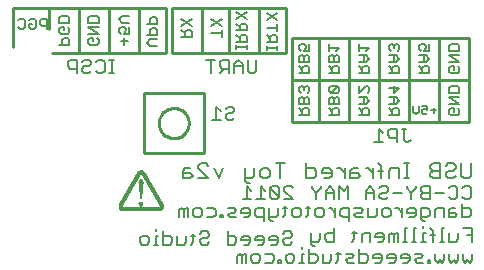
<source format=gbo>
G75*
G70*
%OFA0B0*%
%FSLAX24Y24*%
%IPPOS*%
%LPD*%
%AMOC8*
5,1,8,0,0,1.08239X$1,22.5*
%
%ADD10C,0.0050*%
%ADD11C,0.0060*%
%ADD12C,0.0070*%
%ADD13C,0.0100*%
%ADD14C,0.0086*%
%ADD15R,0.0006X0.0006*%
%ADD16R,0.0006X0.0006*%
%ADD17R,0.0006X0.0006*%
%ADD18R,0.0006X0.0006*%
D10*
X011368Y010532D02*
X011718Y010532D01*
X011718Y010707D01*
X011660Y010765D01*
X011543Y010765D01*
X011485Y010707D01*
X011485Y010532D01*
X011485Y010648D02*
X011368Y010765D01*
X011368Y010900D02*
X011368Y011075D01*
X011426Y011133D01*
X011485Y011133D01*
X011543Y011075D01*
X011543Y010900D01*
X011543Y011075D02*
X011601Y011133D01*
X011660Y011133D01*
X011718Y011075D01*
X011718Y010900D01*
X011368Y010900D01*
X011426Y011268D02*
X011368Y011327D01*
X011368Y011443D01*
X011426Y011502D01*
X011485Y011502D01*
X011543Y011443D01*
X011543Y011385D01*
X011543Y011443D02*
X011601Y011502D01*
X011660Y011502D01*
X011718Y011443D01*
X011718Y011327D01*
X011660Y011268D01*
X012368Y011327D02*
X012426Y011268D01*
X012660Y011502D01*
X012426Y011502D01*
X012368Y011443D01*
X012368Y011327D01*
X012426Y011268D02*
X012660Y011268D01*
X012718Y011327D01*
X012718Y011443D01*
X012660Y011502D01*
X012660Y011133D02*
X012601Y011133D01*
X012543Y011075D01*
X012543Y010900D01*
X012543Y010765D02*
X012485Y010707D01*
X012485Y010532D01*
X012485Y010648D02*
X012368Y010765D01*
X012368Y010900D02*
X012368Y011075D01*
X012426Y011133D01*
X012485Y011133D01*
X012543Y011075D01*
X012660Y011133D02*
X012718Y011075D01*
X012718Y010900D01*
X012368Y010900D01*
X012543Y010765D02*
X012660Y010765D01*
X012718Y010707D01*
X012718Y010532D01*
X012368Y010532D01*
X013368Y010532D02*
X013718Y010532D01*
X013718Y010707D01*
X013660Y010765D01*
X013543Y010765D01*
X013485Y010707D01*
X013485Y010532D01*
X013485Y010648D02*
X013368Y010765D01*
X013368Y010900D02*
X013601Y010900D01*
X013718Y011017D01*
X013601Y011133D01*
X013368Y011133D01*
X013368Y011268D02*
X013601Y011502D01*
X013660Y011502D01*
X013718Y011443D01*
X013718Y011327D01*
X013660Y011268D01*
X013543Y011133D02*
X013543Y010900D01*
X013368Y011268D02*
X013368Y011502D01*
X013368Y011932D02*
X013718Y011932D01*
X013718Y012107D01*
X013660Y012165D01*
X013543Y012165D01*
X013485Y012107D01*
X013485Y011932D01*
X013485Y012048D02*
X013368Y012165D01*
X013368Y012300D02*
X013601Y012300D01*
X013718Y012417D01*
X013601Y012533D01*
X013368Y012533D01*
X013368Y012668D02*
X013368Y012902D01*
X013368Y012785D02*
X013718Y012785D01*
X013601Y012668D01*
X013543Y012533D02*
X013543Y012300D01*
X014368Y012300D02*
X014601Y012300D01*
X014718Y012417D01*
X014601Y012533D01*
X014368Y012533D01*
X014426Y012668D02*
X014368Y012727D01*
X014368Y012843D01*
X014426Y012902D01*
X014485Y012902D01*
X014543Y012843D01*
X014543Y012785D01*
X014543Y012843D02*
X014601Y012902D01*
X014660Y012902D01*
X014718Y012843D01*
X014718Y012727D01*
X014660Y012668D01*
X014543Y012533D02*
X014543Y012300D01*
X014543Y012165D02*
X014485Y012107D01*
X014485Y011932D01*
X014485Y012048D02*
X014368Y012165D01*
X014543Y012165D02*
X014660Y012165D01*
X014718Y012107D01*
X014718Y011932D01*
X014368Y011932D01*
X014543Y011502D02*
X014543Y011268D01*
X014718Y011443D01*
X014368Y011443D01*
X014368Y011133D02*
X014601Y011133D01*
X014718Y011017D01*
X014601Y010900D01*
X014368Y010900D01*
X014368Y010765D02*
X014485Y010648D01*
X014485Y010707D02*
X014485Y010532D01*
X014368Y010532D02*
X014718Y010532D01*
X014718Y010707D01*
X014660Y010765D01*
X014543Y010765D01*
X014485Y010707D01*
X014543Y010900D02*
X014543Y011133D01*
X015182Y010837D02*
X015182Y010657D01*
X015272Y010566D01*
X015362Y010657D01*
X015362Y010837D01*
X015477Y010837D02*
X015657Y010837D01*
X015657Y010702D01*
X015567Y010747D01*
X015522Y010747D01*
X015477Y010702D01*
X015477Y010611D01*
X015522Y010566D01*
X015612Y010566D01*
X015657Y010611D01*
X015772Y010702D02*
X015952Y010702D01*
X015862Y010792D02*
X015862Y010611D01*
X016368Y010590D02*
X016368Y010707D01*
X016426Y010765D01*
X016543Y010765D01*
X016543Y010648D01*
X016660Y010532D02*
X016426Y010532D01*
X016368Y010590D01*
X016660Y010532D02*
X016718Y010590D01*
X016718Y010707D01*
X016660Y010765D01*
X016718Y010900D02*
X016368Y011133D01*
X016718Y011133D01*
X016718Y011268D02*
X016718Y011443D01*
X016660Y011502D01*
X016426Y011502D01*
X016368Y011443D01*
X016368Y011268D01*
X016718Y011268D01*
X016718Y010900D02*
X016368Y010900D01*
X016426Y011932D02*
X016368Y011990D01*
X016368Y012107D01*
X016426Y012165D01*
X016543Y012165D01*
X016543Y012048D01*
X016660Y011932D02*
X016426Y011932D01*
X016660Y011932D02*
X016718Y011990D01*
X016718Y012107D01*
X016660Y012165D01*
X016718Y012300D02*
X016368Y012533D01*
X016718Y012533D01*
X016718Y012668D02*
X016718Y012843D01*
X016660Y012902D01*
X016426Y012902D01*
X016368Y012843D01*
X016368Y012668D01*
X016718Y012668D01*
X016718Y012300D02*
X016368Y012300D01*
X015718Y012417D02*
X015601Y012300D01*
X015368Y012300D01*
X015368Y012165D02*
X015485Y012048D01*
X015485Y012107D02*
X015485Y011932D01*
X015368Y011932D02*
X015718Y011932D01*
X015718Y012107D01*
X015660Y012165D01*
X015543Y012165D01*
X015485Y012107D01*
X015543Y012300D02*
X015543Y012533D01*
X015601Y012533D02*
X015368Y012533D01*
X015426Y012668D02*
X015368Y012727D01*
X015368Y012843D01*
X015426Y012902D01*
X015543Y012902D01*
X015601Y012843D01*
X015601Y012785D01*
X015543Y012668D01*
X015718Y012668D01*
X015718Y012902D01*
X015601Y012533D02*
X015718Y012417D01*
X012718Y012475D02*
X012718Y012300D01*
X012368Y012300D01*
X012368Y012475D01*
X012426Y012533D01*
X012485Y012533D01*
X012543Y012475D01*
X012543Y012300D01*
X012543Y012165D02*
X012485Y012107D01*
X012485Y011932D01*
X012485Y012048D02*
X012368Y012165D01*
X012543Y012165D02*
X012660Y012165D01*
X012718Y012107D01*
X012718Y011932D01*
X012368Y011932D01*
X012543Y012475D02*
X012601Y012533D01*
X012660Y012533D01*
X012718Y012475D01*
X012601Y012668D02*
X012718Y012785D01*
X012368Y012785D01*
X012368Y012668D02*
X012368Y012902D01*
X011718Y012902D02*
X011718Y012668D01*
X011543Y012668D01*
X011601Y012785D01*
X011601Y012843D01*
X011543Y012902D01*
X011426Y012902D01*
X011368Y012843D01*
X011368Y012727D01*
X011426Y012668D01*
X011426Y012533D02*
X011368Y012475D01*
X011368Y012300D01*
X011718Y012300D01*
X011718Y012475D01*
X011660Y012533D01*
X011601Y012533D01*
X011543Y012475D01*
X011543Y012300D01*
X011543Y012165D02*
X011485Y012107D01*
X011485Y011932D01*
X011485Y012048D02*
X011368Y012165D01*
X011543Y012165D02*
X011660Y012165D01*
X011718Y012107D01*
X011718Y011932D01*
X011368Y011932D01*
X011543Y012475D02*
X011485Y012533D01*
X011426Y012533D01*
X010658Y012726D02*
X010658Y012843D01*
X010658Y012784D02*
X010308Y012784D01*
X010308Y012726D02*
X010308Y012843D01*
X010308Y012972D02*
X010658Y012972D01*
X010658Y013147D01*
X010600Y013205D01*
X010483Y013205D01*
X010425Y013147D01*
X010425Y012972D01*
X010425Y013088D02*
X010308Y013205D01*
X010308Y013457D02*
X010658Y013457D01*
X010658Y013573D02*
X010658Y013340D01*
X010658Y013708D02*
X010308Y013942D01*
X010308Y013708D02*
X010658Y013942D01*
X009638Y013962D02*
X009288Y013728D01*
X009288Y013593D02*
X009405Y013477D01*
X009405Y013535D02*
X009405Y013360D01*
X009288Y013360D02*
X009638Y013360D01*
X009638Y013535D01*
X009580Y013593D01*
X009463Y013593D01*
X009405Y013535D01*
X009638Y013728D02*
X009288Y013962D01*
X008808Y013752D02*
X008458Y013518D01*
X008458Y013752D02*
X008808Y013518D01*
X008808Y013383D02*
X008808Y013150D01*
X008808Y013267D02*
X008458Y013267D01*
X007808Y013325D02*
X007808Y013150D01*
X007458Y013150D01*
X007575Y013150D02*
X007575Y013325D01*
X007633Y013383D01*
X007750Y013383D01*
X007808Y013325D01*
X007808Y013518D02*
X007458Y013752D01*
X007458Y013518D02*
X007808Y013752D01*
X007458Y013383D02*
X007575Y013267D01*
X006648Y013210D02*
X006648Y013385D01*
X006590Y013443D01*
X006473Y013443D01*
X006415Y013385D01*
X006415Y013210D01*
X006298Y013210D02*
X006648Y013210D01*
X006648Y013075D02*
X006415Y013075D01*
X006298Y012958D01*
X006415Y012842D01*
X006648Y012842D01*
X006648Y013578D02*
X006298Y013578D01*
X006415Y013578D02*
X006415Y013753D01*
X006473Y013812D01*
X006590Y013812D01*
X006648Y013753D01*
X006648Y013578D01*
X005718Y013618D02*
X005485Y013618D01*
X005368Y013735D01*
X005485Y013852D01*
X005718Y013852D01*
X005718Y013483D02*
X005718Y013250D01*
X005543Y013250D01*
X005601Y013367D01*
X005601Y013425D01*
X005543Y013483D01*
X005426Y013483D01*
X005368Y013425D01*
X005368Y013308D01*
X005426Y013250D01*
X005543Y013115D02*
X005543Y012882D01*
X005660Y012998D02*
X005426Y012998D01*
X004698Y012940D02*
X004640Y012882D01*
X004406Y012882D01*
X004348Y012940D01*
X004348Y013057D01*
X004406Y013115D01*
X004523Y013115D01*
X004523Y012998D01*
X004640Y013115D02*
X004698Y013057D01*
X004698Y012940D01*
X004698Y013250D02*
X004348Y013250D01*
X004348Y013483D02*
X004698Y013483D01*
X004698Y013618D02*
X004348Y013618D01*
X004348Y013793D01*
X004406Y013852D01*
X004640Y013852D01*
X004698Y013793D01*
X004698Y013618D01*
X004698Y013250D02*
X004348Y013483D01*
X003718Y013425D02*
X003718Y013308D01*
X003660Y013250D01*
X003426Y013250D01*
X003368Y013308D01*
X003368Y013425D01*
X003426Y013483D01*
X003543Y013483D01*
X003543Y013367D01*
X003660Y013483D02*
X003718Y013425D01*
X003718Y013618D02*
X003368Y013618D01*
X003368Y013793D01*
X003426Y013852D01*
X003660Y013852D01*
X003718Y013793D01*
X003718Y013618D01*
X003660Y013115D02*
X003543Y013115D01*
X003485Y013057D01*
X003485Y012882D01*
X003368Y012882D02*
X003718Y012882D01*
X003718Y013057D01*
X003660Y013115D01*
X002973Y013406D02*
X002973Y013757D01*
X002798Y013757D01*
X002739Y013698D01*
X002739Y013582D01*
X002798Y013523D01*
X002973Y013523D01*
X002604Y013465D02*
X002546Y013406D01*
X002429Y013406D01*
X002371Y013465D01*
X002371Y013582D01*
X002488Y013582D01*
X002604Y013698D02*
X002546Y013757D01*
X002429Y013757D01*
X002371Y013698D01*
X002236Y013698D02*
X002236Y013465D01*
X002178Y013406D01*
X002061Y013406D01*
X002003Y013465D01*
X002003Y013698D02*
X002061Y013757D01*
X002178Y013757D01*
X002236Y013698D01*
X002604Y013698D02*
X002604Y013465D01*
X009288Y013225D02*
X009405Y013108D01*
X009405Y013167D02*
X009405Y012992D01*
X009288Y012992D02*
X009638Y012992D01*
X009638Y013167D01*
X009580Y013225D01*
X009463Y013225D01*
X009405Y013167D01*
X009288Y012863D02*
X009288Y012746D01*
X009288Y012804D02*
X009638Y012804D01*
X009638Y012746D02*
X009638Y012863D01*
D11*
X006082Y006295D02*
X006156Y006221D01*
X006302Y006221D01*
X006376Y006295D01*
X006376Y006442D01*
X006302Y006515D01*
X006156Y006515D01*
X006082Y006442D01*
X006082Y006295D01*
X006536Y006221D02*
X006683Y006221D01*
X006609Y006221D02*
X006609Y006515D01*
X006683Y006515D01*
X006609Y006662D02*
X006609Y006735D01*
X006850Y006662D02*
X006850Y006221D01*
X007070Y006221D01*
X007143Y006295D01*
X007143Y006442D01*
X007070Y006515D01*
X006850Y006515D01*
X007310Y006515D02*
X007310Y006221D01*
X007530Y006221D01*
X007603Y006295D01*
X007603Y006515D01*
X007764Y006515D02*
X007910Y006515D01*
X007837Y006588D02*
X007837Y006295D01*
X007764Y006221D01*
X008077Y006295D02*
X008151Y006221D01*
X008297Y006221D01*
X008371Y006295D01*
X008297Y006442D02*
X008151Y006442D01*
X008077Y006368D01*
X008077Y006295D01*
X008297Y006442D02*
X008371Y006515D01*
X008371Y006588D01*
X008297Y006662D01*
X008151Y006662D01*
X008077Y006588D01*
X008063Y007141D02*
X008136Y007215D01*
X008136Y007362D01*
X008063Y007435D01*
X007916Y007435D01*
X007842Y007362D01*
X007842Y007215D01*
X007916Y007141D01*
X008063Y007141D01*
X008303Y007141D02*
X008523Y007141D01*
X008596Y007215D01*
X008596Y007362D01*
X008523Y007435D01*
X008303Y007435D01*
X008753Y007215D02*
X008753Y007141D01*
X008826Y007141D01*
X008826Y007215D01*
X008753Y007215D01*
X008993Y007215D02*
X009067Y007141D01*
X009287Y007141D01*
X009213Y007288D02*
X009287Y007362D01*
X009213Y007435D01*
X008993Y007435D01*
X009067Y007288D02*
X009213Y007288D01*
X009067Y007288D02*
X008993Y007215D01*
X009454Y007288D02*
X009747Y007288D01*
X009747Y007215D02*
X009747Y007362D01*
X009674Y007435D01*
X009527Y007435D01*
X009454Y007362D01*
X009454Y007288D01*
X009527Y007141D02*
X009674Y007141D01*
X009747Y007215D01*
X009914Y007215D02*
X009987Y007141D01*
X010208Y007141D01*
X010208Y006995D02*
X010208Y007435D01*
X009987Y007435D01*
X009914Y007362D01*
X009914Y007215D01*
X010374Y007141D02*
X010595Y007141D01*
X010668Y007215D01*
X010668Y007435D01*
X010828Y007435D02*
X010975Y007435D01*
X010901Y007508D02*
X010901Y007215D01*
X010828Y007141D01*
X010521Y006995D02*
X010448Y006995D01*
X010374Y007068D01*
X010374Y007435D01*
X010491Y007731D02*
X010417Y007805D01*
X010417Y008098D01*
X010711Y007805D01*
X010638Y007731D01*
X010491Y007731D01*
X010711Y007805D02*
X010711Y008098D01*
X010638Y008172D01*
X010491Y008172D01*
X010417Y008098D01*
X010251Y008025D02*
X010104Y008172D01*
X010104Y007731D01*
X010251Y007731D02*
X009957Y007731D01*
X009790Y007731D02*
X009497Y007731D01*
X009644Y007731D02*
X009644Y008172D01*
X009790Y008025D01*
X010878Y008025D02*
X010878Y008098D01*
X010951Y008172D01*
X011098Y008172D01*
X011171Y008098D01*
X010878Y008025D02*
X011171Y007731D01*
X010878Y007731D01*
X011215Y007435D02*
X011362Y007435D01*
X011435Y007362D01*
X011435Y007215D01*
X011362Y007141D01*
X011215Y007141D01*
X011142Y007215D01*
X011142Y007362D01*
X011215Y007435D01*
X011595Y007435D02*
X011742Y007435D01*
X011669Y007508D02*
X011669Y007215D01*
X011595Y007141D01*
X011909Y007215D02*
X011982Y007141D01*
X012129Y007141D01*
X012202Y007215D01*
X012202Y007362D01*
X012129Y007435D01*
X011982Y007435D01*
X011909Y007362D01*
X011909Y007215D01*
X012366Y007435D02*
X012439Y007435D01*
X012586Y007288D01*
X012586Y007141D02*
X012586Y007435D01*
X012753Y007362D02*
X012753Y007215D01*
X012826Y007141D01*
X013046Y007141D01*
X013046Y006995D02*
X013046Y007435D01*
X012826Y007435D01*
X012753Y007362D01*
X012719Y007731D02*
X012719Y008172D01*
X012866Y008025D01*
X013013Y008172D01*
X013013Y007731D01*
X013213Y007435D02*
X013433Y007435D01*
X013507Y007362D01*
X013433Y007288D01*
X013287Y007288D01*
X013213Y007215D01*
X013287Y007141D01*
X013507Y007141D01*
X013674Y007141D02*
X013674Y007435D01*
X013967Y007435D02*
X013967Y007215D01*
X013894Y007141D01*
X013674Y007141D01*
X014134Y007215D02*
X014134Y007362D01*
X014207Y007435D01*
X014354Y007435D01*
X014427Y007362D01*
X014427Y007215D01*
X014354Y007141D01*
X014207Y007141D01*
X014134Y007215D01*
X014591Y007435D02*
X014664Y007435D01*
X014811Y007288D01*
X014811Y007141D02*
X014811Y007435D01*
X014978Y007362D02*
X014978Y007288D01*
X015271Y007288D01*
X015271Y007215D02*
X015271Y007362D01*
X015198Y007435D01*
X015051Y007435D01*
X014978Y007362D01*
X015051Y007141D02*
X015198Y007141D01*
X015271Y007215D01*
X015438Y007141D02*
X015658Y007141D01*
X015732Y007215D01*
X015732Y007362D01*
X015658Y007435D01*
X015438Y007435D01*
X015438Y007068D01*
X015512Y006995D01*
X015585Y006995D01*
X015525Y006835D02*
X015525Y006762D01*
X015525Y006615D02*
X015525Y006321D01*
X015598Y006321D02*
X015452Y006321D01*
X015291Y006321D02*
X015145Y006321D01*
X015218Y006321D02*
X015218Y006762D01*
X015291Y006762D01*
X015525Y006615D02*
X015598Y006615D01*
X015758Y006542D02*
X015905Y006542D01*
X015832Y006688D02*
X015758Y006762D01*
X015832Y006688D02*
X015832Y006321D01*
X016065Y006321D02*
X016212Y006321D01*
X016139Y006321D02*
X016139Y006762D01*
X016212Y006762D01*
X016379Y006615D02*
X016379Y006321D01*
X016599Y006321D01*
X016672Y006395D01*
X016672Y006615D01*
X016839Y006762D02*
X017133Y006762D01*
X017133Y006321D01*
X017133Y006542D02*
X016986Y006542D01*
X017039Y007141D02*
X016819Y007141D01*
X016819Y007582D01*
X016819Y007435D02*
X017039Y007435D01*
X017113Y007362D01*
X017113Y007215D01*
X017039Y007141D01*
X016652Y007215D02*
X016579Y007141D01*
X016359Y007141D01*
X016359Y007362D01*
X016432Y007435D01*
X016579Y007435D01*
X016579Y007288D02*
X016359Y007288D01*
X016192Y007141D02*
X016192Y007435D01*
X015972Y007435D01*
X015899Y007362D01*
X015899Y007141D01*
X015732Y007731D02*
X015512Y007731D01*
X015438Y007805D01*
X015438Y007878D01*
X015512Y007952D01*
X015732Y007952D01*
X015899Y007952D02*
X016192Y007952D01*
X016359Y008098D02*
X016432Y008172D01*
X016579Y008172D01*
X016652Y008098D01*
X016652Y007805D01*
X016579Y007731D01*
X016432Y007731D01*
X016359Y007805D01*
X016579Y007288D02*
X016652Y007215D01*
X016893Y007731D02*
X016819Y007805D01*
X016893Y007731D02*
X017039Y007731D01*
X017113Y007805D01*
X017113Y008098D01*
X017039Y008172D01*
X016893Y008172D01*
X016819Y008098D01*
X015732Y008172D02*
X015732Y007731D01*
X015512Y007952D02*
X015438Y008025D01*
X015438Y008098D01*
X015512Y008172D01*
X015732Y008172D01*
X015271Y008172D02*
X015271Y008098D01*
X015125Y007952D01*
X015125Y007731D01*
X015125Y007952D02*
X014978Y008098D01*
X014978Y008172D01*
X014811Y007952D02*
X014517Y007952D01*
X014351Y008025D02*
X014277Y007952D01*
X014131Y007952D01*
X014057Y007878D01*
X014057Y007805D01*
X014131Y007731D01*
X014277Y007731D01*
X014351Y007805D01*
X014351Y008025D02*
X014351Y008098D01*
X014277Y008172D01*
X014131Y008172D01*
X014057Y008098D01*
X013890Y008025D02*
X013744Y008172D01*
X013597Y008025D01*
X013597Y007731D01*
X013597Y007952D02*
X013890Y007952D01*
X013890Y008025D02*
X013890Y007731D01*
X013997Y006615D02*
X013924Y006542D01*
X013924Y006468D01*
X014217Y006468D01*
X014217Y006395D02*
X014217Y006542D01*
X014144Y006615D01*
X013997Y006615D01*
X013757Y006615D02*
X013537Y006615D01*
X013463Y006542D01*
X013463Y006321D01*
X013223Y006395D02*
X013150Y006321D01*
X013223Y006395D02*
X013223Y006688D01*
X013297Y006615D02*
X013150Y006615D01*
X013387Y006062D02*
X013387Y005621D01*
X013607Y005621D01*
X013680Y005695D01*
X013680Y005842D01*
X013607Y005915D01*
X013387Y005915D01*
X013220Y005842D02*
X013146Y005915D01*
X012926Y005915D01*
X013000Y005768D02*
X013146Y005768D01*
X013220Y005842D01*
X013220Y005621D02*
X013000Y005621D01*
X012926Y005695D01*
X013000Y005768D01*
X012759Y005915D02*
X012613Y005915D01*
X012686Y005988D02*
X012686Y005695D01*
X012613Y005621D01*
X012453Y005695D02*
X012379Y005621D01*
X012159Y005621D01*
X012159Y005915D01*
X011992Y005842D02*
X011992Y005695D01*
X011919Y005621D01*
X011699Y005621D01*
X011699Y006062D01*
X011699Y005915D02*
X011919Y005915D01*
X011992Y005842D01*
X011922Y006175D02*
X011849Y006175D01*
X011775Y006248D01*
X011775Y006615D01*
X011775Y006321D02*
X011996Y006321D01*
X012069Y006395D01*
X012069Y006615D01*
X012236Y006542D02*
X012309Y006615D01*
X012529Y006615D01*
X012529Y006762D02*
X012529Y006321D01*
X012309Y006321D01*
X012236Y006395D01*
X012236Y006542D01*
X012453Y005915D02*
X012453Y005695D01*
X011532Y005621D02*
X011385Y005621D01*
X011459Y005621D02*
X011459Y005915D01*
X011532Y005915D01*
X011459Y006062D02*
X011459Y006135D01*
X011133Y006295D02*
X011059Y006221D01*
X010913Y006221D01*
X010839Y006295D01*
X010839Y006368D01*
X010913Y006442D01*
X011059Y006442D01*
X011133Y006515D01*
X011133Y006588D01*
X011059Y006662D01*
X010913Y006662D01*
X010839Y006588D01*
X010672Y006442D02*
X010599Y006515D01*
X010452Y006515D01*
X010379Y006442D01*
X010379Y006368D01*
X010672Y006368D01*
X010672Y006295D02*
X010672Y006442D01*
X010672Y006295D02*
X010599Y006221D01*
X010452Y006221D01*
X010212Y006295D02*
X010212Y006442D01*
X010139Y006515D01*
X009992Y006515D01*
X009919Y006442D01*
X009919Y006368D01*
X010212Y006368D01*
X010212Y006295D02*
X010139Y006221D01*
X009992Y006221D01*
X009752Y006295D02*
X009752Y006442D01*
X009678Y006515D01*
X009532Y006515D01*
X009458Y006442D01*
X009458Y006368D01*
X009752Y006368D01*
X009752Y006295D02*
X009678Y006221D01*
X009532Y006221D01*
X009291Y006295D02*
X009291Y006442D01*
X009218Y006515D01*
X008998Y006515D01*
X008998Y006662D02*
X008998Y006221D01*
X009218Y006221D01*
X009291Y006295D01*
X009394Y005915D02*
X009320Y005842D01*
X009320Y005621D01*
X009467Y005621D02*
X009467Y005842D01*
X009394Y005915D01*
X009467Y005842D02*
X009540Y005915D01*
X009614Y005915D01*
X009614Y005621D01*
X009781Y005695D02*
X009781Y005842D01*
X009854Y005915D01*
X010001Y005915D01*
X010074Y005842D01*
X010074Y005695D01*
X010001Y005621D01*
X009854Y005621D01*
X009781Y005695D01*
X010241Y005621D02*
X010461Y005621D01*
X010534Y005695D01*
X010534Y005842D01*
X010461Y005915D01*
X010241Y005915D01*
X010691Y005695D02*
X010691Y005621D01*
X010765Y005621D01*
X010765Y005695D01*
X010691Y005695D01*
X010931Y005695D02*
X010931Y005842D01*
X011005Y005915D01*
X011152Y005915D01*
X011225Y005842D01*
X011225Y005695D01*
X011152Y005621D01*
X011005Y005621D01*
X010931Y005695D01*
X011945Y007731D02*
X011945Y007952D01*
X011799Y008098D01*
X011799Y008172D01*
X011945Y007952D02*
X012092Y008098D01*
X012092Y008172D01*
X012259Y008025D02*
X012259Y007731D01*
X012259Y007952D02*
X012552Y007952D01*
X012552Y008025D02*
X012406Y008172D01*
X012259Y008025D01*
X012552Y008025D02*
X012552Y007731D01*
X013757Y006615D02*
X013757Y006321D01*
X013997Y006321D02*
X014144Y006321D01*
X014217Y006395D01*
X014384Y006321D02*
X014384Y006542D01*
X014458Y006615D01*
X014531Y006542D01*
X014531Y006321D01*
X014678Y006321D02*
X014678Y006615D01*
X014604Y006615D01*
X014531Y006542D01*
X014838Y006321D02*
X014985Y006321D01*
X014911Y006321D02*
X014911Y006762D01*
X014985Y006762D01*
X014988Y005915D02*
X014841Y005915D01*
X014768Y005842D01*
X014768Y005768D01*
X015061Y005768D01*
X015061Y005695D02*
X015061Y005842D01*
X014988Y005915D01*
X015061Y005695D02*
X014988Y005621D01*
X014841Y005621D01*
X014601Y005695D02*
X014601Y005842D01*
X014528Y005915D01*
X014381Y005915D01*
X014307Y005842D01*
X014307Y005768D01*
X014601Y005768D01*
X014601Y005695D02*
X014528Y005621D01*
X014381Y005621D01*
X014141Y005695D02*
X014141Y005842D01*
X014067Y005915D01*
X013920Y005915D01*
X013847Y005842D01*
X013847Y005768D01*
X014141Y005768D01*
X014141Y005695D02*
X014067Y005621D01*
X013920Y005621D01*
X015228Y005695D02*
X015301Y005768D01*
X015448Y005768D01*
X015522Y005842D01*
X015448Y005915D01*
X015228Y005915D01*
X015228Y005695D02*
X015301Y005621D01*
X015522Y005621D01*
X015678Y005621D02*
X015752Y005621D01*
X015752Y005695D01*
X015678Y005695D01*
X015678Y005621D01*
X015919Y005695D02*
X015919Y005915D01*
X015919Y005695D02*
X015992Y005621D01*
X016065Y005695D01*
X016139Y005621D01*
X016212Y005695D01*
X016212Y005915D01*
X016379Y005915D02*
X016379Y005695D01*
X016452Y005621D01*
X016526Y005695D01*
X016599Y005621D01*
X016672Y005695D01*
X016672Y005915D01*
X016839Y005915D02*
X016839Y005695D01*
X016913Y005621D01*
X016986Y005695D01*
X017059Y005621D01*
X017133Y005695D01*
X017133Y005915D01*
X015021Y009641D02*
X014947Y009641D01*
X014874Y009715D01*
X014874Y010082D01*
X014947Y010082D02*
X014800Y010082D01*
X014634Y010082D02*
X014413Y010082D01*
X014340Y010008D01*
X014340Y009862D01*
X014413Y009788D01*
X014634Y009788D01*
X014634Y009641D02*
X014634Y010082D01*
X015021Y009641D02*
X015094Y009715D01*
X014173Y009641D02*
X013880Y009641D01*
X014026Y009641D02*
X014026Y010082D01*
X014173Y009935D01*
X009954Y012015D02*
X009881Y011941D01*
X009734Y011941D01*
X009661Y012015D01*
X009661Y012382D01*
X009494Y012235D02*
X009347Y012382D01*
X009200Y012235D01*
X009200Y011941D01*
X009034Y011941D02*
X009034Y012382D01*
X008814Y012382D01*
X008740Y012308D01*
X008740Y012162D01*
X008814Y012088D01*
X009034Y012088D01*
X008887Y012088D02*
X008740Y011941D01*
X008427Y011941D02*
X008427Y012382D01*
X008573Y012382D02*
X008280Y012382D01*
X009200Y012162D02*
X009494Y012162D01*
X009494Y012235D02*
X009494Y011941D01*
X009954Y012015D02*
X009954Y012382D01*
X009150Y010822D02*
X009003Y010822D01*
X008930Y010748D01*
X009003Y010602D02*
X008930Y010528D01*
X008930Y010455D01*
X009003Y010381D01*
X009150Y010381D01*
X009224Y010455D01*
X009150Y010602D02*
X009003Y010602D01*
X009150Y010602D02*
X009224Y010675D01*
X009224Y010748D01*
X009150Y010822D01*
X008763Y010675D02*
X008616Y010822D01*
X008616Y010381D01*
X008470Y010381D02*
X008763Y010381D01*
X007676Y007435D02*
X007602Y007435D01*
X007529Y007362D01*
X007455Y007435D01*
X007382Y007362D01*
X007382Y007141D01*
X007529Y007141D02*
X007529Y007362D01*
X007676Y007435D02*
X007676Y007141D01*
X005201Y011941D02*
X005054Y011941D01*
X005128Y011941D02*
X005128Y012382D01*
X005201Y012382D02*
X005054Y012382D01*
X004894Y012308D02*
X004894Y012015D01*
X004821Y011941D01*
X004674Y011941D01*
X004600Y012015D01*
X004434Y012015D02*
X004360Y011941D01*
X004214Y011941D01*
X004140Y012015D01*
X004140Y012088D01*
X004214Y012162D01*
X004360Y012162D01*
X004434Y012235D01*
X004434Y012308D01*
X004360Y012382D01*
X004214Y012382D01*
X004140Y012308D01*
X003973Y012382D02*
X003753Y012382D01*
X003680Y012308D01*
X003680Y012162D01*
X003753Y012088D01*
X003973Y012088D01*
X003973Y011941D02*
X003973Y012382D01*
X004600Y012308D02*
X004674Y012382D01*
X004821Y012382D01*
X004894Y012308D01*
D12*
X008097Y008927D02*
X008015Y008845D01*
X008015Y008763D01*
X008342Y008436D01*
X008015Y008436D01*
X007827Y008518D02*
X007745Y008600D01*
X007500Y008600D01*
X007500Y008682D02*
X007500Y008436D01*
X007745Y008436D01*
X007827Y008518D01*
X007745Y008763D02*
X007581Y008763D01*
X007500Y008682D01*
X008097Y008927D02*
X008260Y008927D01*
X008342Y008845D01*
X008531Y008763D02*
X008694Y008436D01*
X008858Y008763D01*
X009562Y008763D02*
X009562Y008355D01*
X009644Y008273D01*
X009726Y008273D01*
X009807Y008436D02*
X009562Y008436D01*
X009807Y008436D02*
X009889Y008518D01*
X009889Y008763D01*
X010078Y008682D02*
X010078Y008518D01*
X010159Y008436D01*
X010323Y008436D01*
X010405Y008518D01*
X010405Y008682D01*
X010323Y008763D01*
X010159Y008763D01*
X010078Y008682D01*
X010593Y008927D02*
X010920Y008927D01*
X010757Y008927D02*
X010757Y008436D01*
X011625Y008436D02*
X011870Y008436D01*
X011952Y008518D01*
X011952Y008682D01*
X011870Y008763D01*
X011625Y008763D01*
X011625Y008927D02*
X011625Y008436D01*
X012140Y008600D02*
X012467Y008600D01*
X012467Y008518D02*
X012467Y008682D01*
X012385Y008763D01*
X012222Y008763D01*
X012140Y008682D01*
X012140Y008600D01*
X012222Y008436D02*
X012385Y008436D01*
X012467Y008518D01*
X012652Y008763D02*
X012733Y008763D01*
X012897Y008600D01*
X012897Y008763D02*
X012897Y008436D01*
X013086Y008436D02*
X013086Y008682D01*
X013167Y008763D01*
X013331Y008763D01*
X013331Y008600D02*
X013086Y008600D01*
X013086Y008436D02*
X013331Y008436D01*
X013413Y008518D01*
X013331Y008600D01*
X013597Y008763D02*
X013679Y008763D01*
X013842Y008600D01*
X013842Y008763D02*
X013842Y008436D01*
X014104Y008436D02*
X014104Y008845D01*
X014022Y008927D01*
X014022Y008682D02*
X014186Y008682D01*
X014375Y008682D02*
X014375Y008436D01*
X014375Y008682D02*
X014456Y008763D01*
X014702Y008763D01*
X014702Y008436D01*
X014882Y008436D02*
X015045Y008436D01*
X014964Y008436D02*
X014964Y008927D01*
X015045Y008927D02*
X014882Y008927D01*
X015750Y008845D02*
X015750Y008763D01*
X015831Y008682D01*
X016077Y008682D01*
X016265Y008600D02*
X016265Y008518D01*
X016347Y008436D01*
X016510Y008436D01*
X016592Y008518D01*
X016510Y008682D02*
X016347Y008682D01*
X016265Y008600D01*
X016077Y008436D02*
X015831Y008436D01*
X015750Y008518D01*
X015750Y008600D01*
X015831Y008682D01*
X015750Y008845D02*
X015831Y008927D01*
X016077Y008927D01*
X016077Y008436D01*
X016265Y008845D02*
X016347Y008927D01*
X016510Y008927D01*
X016592Y008845D01*
X016592Y008763D01*
X016510Y008682D01*
X016781Y008518D02*
X016781Y008927D01*
X017108Y008927D02*
X017108Y008518D01*
X017026Y008436D01*
X016863Y008436D01*
X016781Y008518D01*
D13*
X017043Y010311D02*
X016043Y010311D01*
X016043Y013111D01*
X017043Y013111D01*
X017043Y011711D01*
X017043Y010311D01*
X016043Y010311D02*
X015043Y010311D01*
X015043Y013111D01*
X016043Y013111D01*
X015043Y013111D02*
X014043Y013111D01*
X013043Y013111D01*
X012043Y013111D01*
X011143Y013111D01*
X011143Y011711D01*
X011143Y010311D01*
X012043Y010311D01*
X012043Y013111D01*
X013043Y013111D02*
X013043Y010311D01*
X012043Y010311D01*
X013043Y010311D02*
X014043Y010311D01*
X014043Y013111D01*
X014043Y010311D02*
X015043Y010311D01*
X017043Y011711D02*
X011143Y011711D01*
X010943Y012611D02*
X010043Y012611D01*
X010043Y014111D01*
X010943Y014111D01*
X010943Y012611D01*
X010043Y012611D02*
X009043Y012611D01*
X009043Y014111D01*
X010043Y014111D01*
X009043Y014111D02*
X008143Y014111D01*
X008143Y012611D01*
X007143Y012611D01*
X007143Y014111D01*
X008143Y014111D01*
X006943Y014111D02*
X006043Y014111D01*
X006043Y012611D01*
X005043Y012611D01*
X005043Y014111D01*
X004043Y014111D01*
X004043Y012611D01*
X003143Y012611D01*
X003043Y013411D02*
X003043Y014111D01*
X001843Y014111D01*
X001843Y012811D01*
X003043Y014111D02*
X004043Y014111D01*
X005043Y014111D02*
X006043Y014111D01*
X006943Y014111D02*
X006943Y012611D01*
X006043Y012611D01*
X005043Y012611D02*
X004043Y012611D01*
X008143Y012611D02*
X009043Y012611D01*
D14*
X008203Y011271D02*
X006203Y011271D01*
X006203Y009271D01*
X008203Y009271D01*
X008203Y011271D01*
X006703Y010271D02*
X006705Y010315D01*
X006711Y010359D01*
X006721Y010402D01*
X006734Y010444D01*
X006751Y010485D01*
X006772Y010524D01*
X006796Y010561D01*
X006823Y010596D01*
X006853Y010628D01*
X006886Y010658D01*
X006922Y010684D01*
X006959Y010708D01*
X006999Y010727D01*
X007040Y010744D01*
X007083Y010756D01*
X007126Y010765D01*
X007170Y010770D01*
X007214Y010771D01*
X007258Y010768D01*
X007302Y010761D01*
X007345Y010750D01*
X007387Y010736D01*
X007427Y010718D01*
X007466Y010696D01*
X007502Y010672D01*
X007536Y010644D01*
X007568Y010613D01*
X007597Y010579D01*
X007623Y010543D01*
X007645Y010505D01*
X007664Y010465D01*
X007679Y010423D01*
X007691Y010381D01*
X007699Y010337D01*
X007703Y010293D01*
X007703Y010249D01*
X007699Y010205D01*
X007691Y010161D01*
X007679Y010119D01*
X007664Y010077D01*
X007645Y010037D01*
X007623Y009999D01*
X007597Y009963D01*
X007568Y009929D01*
X007536Y009898D01*
X007502Y009870D01*
X007466Y009846D01*
X007427Y009824D01*
X007387Y009806D01*
X007345Y009792D01*
X007302Y009781D01*
X007258Y009774D01*
X007214Y009771D01*
X007170Y009772D01*
X007126Y009777D01*
X007083Y009786D01*
X007040Y009798D01*
X006999Y009815D01*
X006959Y009834D01*
X006922Y009858D01*
X006886Y009884D01*
X006853Y009914D01*
X006823Y009946D01*
X006796Y009981D01*
X006772Y010018D01*
X006751Y010057D01*
X006734Y010098D01*
X006721Y010140D01*
X006711Y010183D01*
X006705Y010227D01*
X006703Y010271D01*
D15*
X006172Y008654D03*
X006172Y008649D03*
X006184Y008649D03*
X006184Y008636D03*
X006184Y008624D03*
X006184Y008619D03*
X006172Y008619D03*
X006172Y008624D03*
X006172Y008636D03*
X006154Y008636D03*
X006154Y008624D03*
X006154Y008619D03*
X006142Y008619D03*
X006142Y008624D03*
X006142Y008636D03*
X006142Y008649D03*
X006142Y008654D03*
X006154Y008654D03*
X006154Y008649D03*
X006124Y008649D03*
X006124Y008654D03*
X006112Y008654D03*
X006112Y008649D03*
X006112Y008636D03*
X006112Y008624D03*
X006112Y008619D03*
X006124Y008619D03*
X006124Y008624D03*
X006124Y008636D03*
X006124Y008606D03*
X006124Y008594D03*
X006124Y008589D03*
X006112Y008589D03*
X006112Y008594D03*
X006112Y008606D03*
X006094Y008606D03*
X006094Y008594D03*
X006094Y008589D03*
X006082Y008589D03*
X006082Y008594D03*
X006082Y008606D03*
X006082Y008619D03*
X006082Y008624D03*
X006094Y008624D03*
X006094Y008619D03*
X006094Y008636D03*
X006082Y008636D03*
X006082Y008649D03*
X006094Y008649D03*
X006094Y008654D03*
X006064Y008636D03*
X006064Y008624D03*
X006064Y008619D03*
X006052Y008619D03*
X006052Y008624D03*
X006052Y008606D03*
X006052Y008594D03*
X006052Y008589D03*
X006064Y008589D03*
X006064Y008594D03*
X006064Y008606D03*
X006064Y008576D03*
X006064Y008564D03*
X006064Y008559D03*
X006052Y008559D03*
X006052Y008564D03*
X006052Y008576D03*
X006034Y008576D03*
X006034Y008564D03*
X006034Y008559D03*
X006022Y008559D03*
X006022Y008564D03*
X006022Y008576D03*
X006022Y008589D03*
X006022Y008594D03*
X006034Y008594D03*
X006034Y008589D03*
X006034Y008606D03*
X006022Y008606D03*
X006034Y008619D03*
X006004Y008576D03*
X006004Y008564D03*
X006004Y008559D03*
X005992Y008559D03*
X005992Y008546D03*
X005992Y008534D03*
X005992Y008529D03*
X006004Y008529D03*
X006004Y008534D03*
X006004Y008546D03*
X006022Y008546D03*
X006022Y008534D03*
X006022Y008529D03*
X006034Y008529D03*
X006034Y008534D03*
X006034Y008546D03*
X006052Y008546D03*
X006052Y008534D03*
X006052Y008529D03*
X006064Y008529D03*
X006064Y008534D03*
X006064Y008546D03*
X006082Y008546D03*
X006082Y008534D03*
X006082Y008529D03*
X006082Y008516D03*
X006064Y008516D03*
X006064Y008504D03*
X006064Y008499D03*
X006052Y008499D03*
X006052Y008504D03*
X006052Y008516D03*
X006034Y008516D03*
X006034Y008504D03*
X006034Y008499D03*
X006022Y008499D03*
X006022Y008504D03*
X006022Y008516D03*
X006004Y008516D03*
X006004Y008504D03*
X006004Y008499D03*
X005992Y008499D03*
X005992Y008504D03*
X005992Y008516D03*
X005974Y008516D03*
X005974Y008504D03*
X005974Y008499D03*
X005962Y008499D03*
X005962Y008504D03*
X005962Y008486D03*
X005962Y008474D03*
X005962Y008469D03*
X005974Y008469D03*
X005974Y008474D03*
X005974Y008486D03*
X005992Y008486D03*
X005992Y008474D03*
X005992Y008469D03*
X006004Y008469D03*
X006004Y008474D03*
X006004Y008486D03*
X006022Y008486D03*
X006022Y008474D03*
X006022Y008469D03*
X006034Y008469D03*
X006034Y008474D03*
X006034Y008486D03*
X006052Y008486D03*
X006052Y008474D03*
X006052Y008469D03*
X006064Y008486D03*
X006034Y008456D03*
X006034Y008444D03*
X006034Y008439D03*
X006022Y008439D03*
X006022Y008444D03*
X006022Y008456D03*
X006004Y008456D03*
X006004Y008444D03*
X006004Y008439D03*
X005992Y008439D03*
X005992Y008444D03*
X005992Y008456D03*
X005974Y008456D03*
X005974Y008444D03*
X005974Y008439D03*
X005962Y008439D03*
X005962Y008444D03*
X005962Y008456D03*
X005944Y008456D03*
X005944Y008444D03*
X005944Y008439D03*
X005932Y008439D03*
X005932Y008444D03*
X005932Y008456D03*
X005944Y008469D03*
X005944Y008474D03*
X005944Y008426D03*
X005944Y008414D03*
X005944Y008409D03*
X005932Y008409D03*
X005932Y008414D03*
X005932Y008426D03*
X005914Y008426D03*
X005914Y008414D03*
X005914Y008409D03*
X005902Y008409D03*
X005902Y008396D03*
X005902Y008384D03*
X005902Y008379D03*
X005914Y008379D03*
X005914Y008384D03*
X005914Y008396D03*
X005932Y008396D03*
X005932Y008384D03*
X005932Y008379D03*
X005944Y008379D03*
X005944Y008384D03*
X005944Y008396D03*
X005962Y008396D03*
X005962Y008384D03*
X005962Y008379D03*
X005974Y008379D03*
X005974Y008384D03*
X005974Y008396D03*
X005974Y008409D03*
X005974Y008414D03*
X005962Y008414D03*
X005962Y008409D03*
X005962Y008426D03*
X005974Y008426D03*
X005992Y008426D03*
X005992Y008414D03*
X005992Y008409D03*
X006004Y008409D03*
X006004Y008414D03*
X006004Y008426D03*
X006022Y008426D03*
X006022Y008414D03*
X006022Y008409D03*
X006034Y008426D03*
X006004Y008396D03*
X006004Y008384D03*
X006004Y008379D03*
X005992Y008379D03*
X005992Y008384D03*
X005992Y008396D03*
X005992Y008366D03*
X005992Y008354D03*
X005974Y008354D03*
X005974Y008349D03*
X005962Y008349D03*
X005962Y008354D03*
X005962Y008366D03*
X005974Y008366D03*
X005974Y008336D03*
X005974Y008324D03*
X005962Y008324D03*
X005962Y008319D03*
X005962Y008306D03*
X005944Y008306D03*
X005944Y008294D03*
X005944Y008289D03*
X005932Y008289D03*
X005932Y008294D03*
X005932Y008306D03*
X005932Y008319D03*
X005932Y008324D03*
X005944Y008324D03*
X005944Y008319D03*
X005944Y008336D03*
X005932Y008336D03*
X005932Y008349D03*
X005932Y008354D03*
X005944Y008354D03*
X005944Y008349D03*
X005944Y008366D03*
X005932Y008366D03*
X005914Y008366D03*
X005914Y008354D03*
X005914Y008349D03*
X005902Y008349D03*
X005902Y008354D03*
X005902Y008366D03*
X005884Y008366D03*
X005884Y008354D03*
X005884Y008349D03*
X005872Y008349D03*
X005872Y008354D03*
X005872Y008336D03*
X005872Y008324D03*
X005872Y008319D03*
X005884Y008319D03*
X005884Y008324D03*
X005884Y008336D03*
X005902Y008336D03*
X005902Y008324D03*
X005902Y008319D03*
X005914Y008319D03*
X005914Y008324D03*
X005914Y008336D03*
X005914Y008306D03*
X005914Y008294D03*
X005914Y008289D03*
X005902Y008289D03*
X005902Y008294D03*
X005902Y008306D03*
X005884Y008306D03*
X005884Y008294D03*
X005884Y008289D03*
X005872Y008289D03*
X005872Y008294D03*
X005872Y008306D03*
X005854Y008306D03*
X005854Y008294D03*
X005854Y008289D03*
X005842Y008289D03*
X005842Y008294D03*
X005842Y008276D03*
X005842Y008264D03*
X005842Y008259D03*
X005854Y008259D03*
X005854Y008264D03*
X005854Y008276D03*
X005872Y008276D03*
X005872Y008264D03*
X005872Y008259D03*
X005884Y008259D03*
X005884Y008264D03*
X005884Y008276D03*
X005902Y008276D03*
X005902Y008264D03*
X005902Y008259D03*
X005914Y008259D03*
X005914Y008264D03*
X005914Y008276D03*
X005932Y008276D03*
X005932Y008264D03*
X005932Y008259D03*
X005944Y008276D03*
X005914Y008246D03*
X005914Y008234D03*
X005914Y008229D03*
X005902Y008229D03*
X005902Y008234D03*
X005902Y008246D03*
X005884Y008246D03*
X005884Y008234D03*
X005884Y008229D03*
X005872Y008229D03*
X005872Y008234D03*
X005872Y008246D03*
X005854Y008246D03*
X005854Y008234D03*
X005854Y008229D03*
X005842Y008229D03*
X005842Y008234D03*
X005842Y008246D03*
X005824Y008246D03*
X005824Y008234D03*
X005824Y008229D03*
X005812Y008229D03*
X005812Y008234D03*
X005812Y008246D03*
X005824Y008259D03*
X005824Y008264D03*
X005824Y008216D03*
X005824Y008204D03*
X005824Y008199D03*
X005812Y008199D03*
X005812Y008204D03*
X005812Y008216D03*
X005794Y008216D03*
X005794Y008204D03*
X005794Y008199D03*
X005782Y008199D03*
X005782Y008186D03*
X005782Y008174D03*
X005782Y008169D03*
X005794Y008169D03*
X005794Y008174D03*
X005794Y008186D03*
X005812Y008186D03*
X005812Y008174D03*
X005812Y008169D03*
X005824Y008169D03*
X005824Y008174D03*
X005824Y008186D03*
X005842Y008186D03*
X005842Y008174D03*
X005842Y008169D03*
X005854Y008169D03*
X005854Y008174D03*
X005854Y008186D03*
X005854Y008199D03*
X005854Y008204D03*
X005842Y008204D03*
X005842Y008199D03*
X005842Y008216D03*
X005854Y008216D03*
X005872Y008216D03*
X005872Y008204D03*
X005872Y008199D03*
X005884Y008199D03*
X005884Y008204D03*
X005884Y008216D03*
X005902Y008216D03*
X005902Y008204D03*
X005884Y008186D03*
X005884Y008174D03*
X005884Y008169D03*
X005872Y008169D03*
X005872Y008174D03*
X005872Y008186D03*
X005872Y008156D03*
X005854Y008156D03*
X005854Y008144D03*
X005854Y008139D03*
X005842Y008139D03*
X005842Y008144D03*
X005842Y008156D03*
X005824Y008156D03*
X005824Y008144D03*
X005824Y008139D03*
X005812Y008139D03*
X005812Y008144D03*
X005812Y008156D03*
X005794Y008156D03*
X005794Y008144D03*
X005794Y008139D03*
X005782Y008139D03*
X005782Y008144D03*
X005782Y008156D03*
X005764Y008156D03*
X005764Y008144D03*
X005764Y008139D03*
X005752Y008139D03*
X005752Y008144D03*
X005752Y008126D03*
X005752Y008114D03*
X005752Y008109D03*
X005764Y008109D03*
X005764Y008114D03*
X005764Y008126D03*
X005782Y008126D03*
X005782Y008114D03*
X005782Y008109D03*
X005794Y008109D03*
X005794Y008114D03*
X005794Y008126D03*
X005812Y008126D03*
X005812Y008114D03*
X005812Y008109D03*
X005824Y008109D03*
X005824Y008114D03*
X005824Y008126D03*
X005842Y008126D03*
X005842Y008114D03*
X005842Y008109D03*
X005842Y008096D03*
X005824Y008096D03*
X005824Y008084D03*
X005824Y008079D03*
X005812Y008079D03*
X005812Y008084D03*
X005812Y008096D03*
X005794Y008096D03*
X005794Y008084D03*
X005794Y008079D03*
X005782Y008079D03*
X005782Y008084D03*
X005782Y008096D03*
X005764Y008096D03*
X005764Y008084D03*
X005764Y008079D03*
X005752Y008079D03*
X005752Y008084D03*
X005752Y008096D03*
X005734Y008096D03*
X005734Y008084D03*
X005734Y008079D03*
X005722Y008079D03*
X005722Y008084D03*
X005722Y008096D03*
X005734Y008109D03*
X005734Y008114D03*
X005734Y008066D03*
X005734Y008054D03*
X005734Y008049D03*
X005722Y008049D03*
X005722Y008054D03*
X005722Y008066D03*
X005704Y008054D03*
X005704Y008049D03*
X005704Y008036D03*
X005704Y008024D03*
X005704Y008019D03*
X005692Y008019D03*
X005692Y008024D03*
X005692Y008036D03*
X005674Y008019D03*
X005674Y008006D03*
X005674Y007994D03*
X005674Y007989D03*
X005662Y007989D03*
X005662Y007994D03*
X005662Y007976D03*
X005662Y007964D03*
X005662Y007959D03*
X005674Y007959D03*
X005674Y007964D03*
X005674Y007976D03*
X005692Y007976D03*
X005692Y007964D03*
X005692Y007959D03*
X005704Y007959D03*
X005704Y007964D03*
X005704Y007976D03*
X005704Y007989D03*
X005704Y007994D03*
X005692Y007994D03*
X005692Y007989D03*
X005692Y008006D03*
X005704Y008006D03*
X005722Y008006D03*
X005722Y007994D03*
X005722Y007989D03*
X005734Y007989D03*
X005734Y007994D03*
X005734Y008006D03*
X005734Y008019D03*
X005734Y008024D03*
X005722Y008024D03*
X005722Y008019D03*
X005722Y008036D03*
X005734Y008036D03*
X005752Y008036D03*
X005752Y008024D03*
X005752Y008019D03*
X005764Y008019D03*
X005764Y008024D03*
X005764Y008036D03*
X005764Y008049D03*
X005764Y008054D03*
X005752Y008054D03*
X005752Y008049D03*
X005752Y008066D03*
X005764Y008066D03*
X005782Y008066D03*
X005782Y008054D03*
X005782Y008049D03*
X005794Y008049D03*
X005794Y008054D03*
X005794Y008066D03*
X005812Y008066D03*
X005812Y008054D03*
X005812Y008049D03*
X005824Y008066D03*
X005794Y008036D03*
X005794Y008024D03*
X005794Y008019D03*
X005782Y008019D03*
X005782Y008024D03*
X005782Y008036D03*
X005782Y008006D03*
X005782Y007994D03*
X005782Y007989D03*
X005764Y007989D03*
X005764Y007994D03*
X005752Y007994D03*
X005752Y007989D03*
X005752Y007976D03*
X005752Y007964D03*
X005752Y007959D03*
X005764Y007959D03*
X005764Y007964D03*
X005764Y007976D03*
X005734Y007976D03*
X005734Y007964D03*
X005734Y007959D03*
X005722Y007959D03*
X005722Y007964D03*
X005722Y007976D03*
X005722Y007946D03*
X005722Y007934D03*
X005722Y007929D03*
X005734Y007929D03*
X005734Y007934D03*
X005734Y007946D03*
X005752Y007946D03*
X005734Y007916D03*
X005722Y007916D03*
X005722Y007904D03*
X005722Y007899D03*
X005722Y007886D03*
X005704Y007886D03*
X005704Y007874D03*
X005704Y007869D03*
X005692Y007869D03*
X005692Y007874D03*
X005692Y007886D03*
X005692Y007899D03*
X005692Y007904D03*
X005704Y007904D03*
X005704Y007899D03*
X005704Y007916D03*
X005692Y007916D03*
X005692Y007929D03*
X005692Y007934D03*
X005704Y007934D03*
X005704Y007929D03*
X005704Y007946D03*
X005692Y007946D03*
X005674Y007946D03*
X005674Y007934D03*
X005674Y007929D03*
X005662Y007929D03*
X005662Y007934D03*
X005662Y007946D03*
X005644Y007946D03*
X005644Y007934D03*
X005644Y007929D03*
X005632Y007929D03*
X005632Y007934D03*
X005632Y007916D03*
X005632Y007904D03*
X005632Y007899D03*
X005644Y007899D03*
X005644Y007904D03*
X005644Y007916D03*
X005662Y007916D03*
X005662Y007904D03*
X005662Y007899D03*
X005674Y007899D03*
X005674Y007904D03*
X005674Y007916D03*
X005674Y007886D03*
X005674Y007874D03*
X005674Y007869D03*
X005662Y007869D03*
X005662Y007874D03*
X005662Y007886D03*
X005644Y007886D03*
X005644Y007874D03*
X005644Y007869D03*
X005632Y007869D03*
X005632Y007874D03*
X005632Y007886D03*
X005614Y007886D03*
X005614Y007874D03*
X005614Y007869D03*
X005602Y007869D03*
X005602Y007874D03*
X005602Y007886D03*
X005614Y007899D03*
X005614Y007904D03*
X005614Y007856D03*
X005614Y007844D03*
X005614Y007839D03*
X005602Y007839D03*
X005602Y007844D03*
X005602Y007856D03*
X005584Y007856D03*
X005584Y007844D03*
X005584Y007839D03*
X005572Y007839D03*
X005572Y007826D03*
X005572Y007814D03*
X005572Y007809D03*
X005584Y007809D03*
X005584Y007814D03*
X005584Y007826D03*
X005602Y007826D03*
X005602Y007814D03*
X005602Y007809D03*
X005614Y007809D03*
X005614Y007814D03*
X005614Y007826D03*
X005632Y007826D03*
X005632Y007814D03*
X005632Y007809D03*
X005644Y007809D03*
X005644Y007814D03*
X005644Y007826D03*
X005644Y007839D03*
X005644Y007844D03*
X005632Y007844D03*
X005632Y007839D03*
X005632Y007856D03*
X005644Y007856D03*
X005662Y007856D03*
X005662Y007844D03*
X005662Y007839D03*
X005674Y007839D03*
X005674Y007844D03*
X005674Y007856D03*
X005692Y007856D03*
X005692Y007844D03*
X005692Y007839D03*
X005704Y007856D03*
X005674Y007826D03*
X005674Y007814D03*
X005674Y007809D03*
X005662Y007809D03*
X005662Y007814D03*
X005662Y007826D03*
X005662Y007796D03*
X005644Y007796D03*
X005644Y007784D03*
X005644Y007779D03*
X005632Y007779D03*
X005632Y007784D03*
X005632Y007796D03*
X005614Y007796D03*
X005614Y007784D03*
X005614Y007779D03*
X005602Y007779D03*
X005602Y007784D03*
X005602Y007796D03*
X005584Y007796D03*
X005584Y007784D03*
X005584Y007779D03*
X005572Y007779D03*
X005572Y007784D03*
X005572Y007796D03*
X005554Y007796D03*
X005554Y007784D03*
X005554Y007779D03*
X005542Y007779D03*
X005542Y007784D03*
X005542Y007766D03*
X005542Y007754D03*
X005542Y007749D03*
X005554Y007749D03*
X005554Y007754D03*
X005554Y007766D03*
X005572Y007766D03*
X005572Y007754D03*
X005572Y007749D03*
X005584Y007749D03*
X005584Y007754D03*
X005584Y007766D03*
X005602Y007766D03*
X005602Y007754D03*
X005602Y007749D03*
X005614Y007749D03*
X005614Y007754D03*
X005614Y007766D03*
X005632Y007766D03*
X005632Y007754D03*
X005632Y007749D03*
X005632Y007736D03*
X005614Y007736D03*
X005614Y007724D03*
X005614Y007719D03*
X005602Y007719D03*
X005602Y007724D03*
X005602Y007736D03*
X005584Y007736D03*
X005584Y007724D03*
X005584Y007719D03*
X005572Y007719D03*
X005572Y007724D03*
X005572Y007736D03*
X005554Y007736D03*
X005554Y007724D03*
X005554Y007719D03*
X005542Y007719D03*
X005542Y007724D03*
X005542Y007736D03*
X005524Y007736D03*
X005524Y007724D03*
X005524Y007719D03*
X005512Y007719D03*
X005512Y007724D03*
X005512Y007706D03*
X005512Y007694D03*
X005512Y007689D03*
X005524Y007689D03*
X005524Y007694D03*
X005524Y007706D03*
X005542Y007706D03*
X005542Y007694D03*
X005542Y007689D03*
X005554Y007689D03*
X005554Y007694D03*
X005554Y007706D03*
X005572Y007706D03*
X005572Y007694D03*
X005572Y007689D03*
X005584Y007689D03*
X005584Y007694D03*
X005584Y007706D03*
X005602Y007706D03*
X005602Y007694D03*
X005602Y007689D03*
X005614Y007706D03*
X005584Y007676D03*
X005584Y007664D03*
X005584Y007659D03*
X005572Y007659D03*
X005572Y007664D03*
X005572Y007676D03*
X005554Y007676D03*
X005554Y007664D03*
X005554Y007659D03*
X005542Y007659D03*
X005542Y007664D03*
X005542Y007676D03*
X005524Y007676D03*
X005524Y007664D03*
X005524Y007659D03*
X005512Y007659D03*
X005512Y007664D03*
X005512Y007676D03*
X005494Y007676D03*
X005494Y007664D03*
X005494Y007659D03*
X005482Y007659D03*
X005482Y007664D03*
X005482Y007676D03*
X005494Y007689D03*
X005494Y007694D03*
X005494Y007646D03*
X005494Y007634D03*
X005494Y007629D03*
X005482Y007629D03*
X005482Y007634D03*
X005482Y007646D03*
X005464Y007646D03*
X005464Y007634D03*
X005464Y007629D03*
X005464Y007616D03*
X005464Y007604D03*
X005464Y007599D03*
X005452Y007599D03*
X005452Y007604D03*
X005452Y007616D03*
X005452Y007586D03*
X005452Y007574D03*
X005452Y007569D03*
X005464Y007569D03*
X005464Y007574D03*
X005464Y007586D03*
X005482Y007586D03*
X005482Y007574D03*
X005482Y007569D03*
X005494Y007569D03*
X005494Y007574D03*
X005494Y007586D03*
X005494Y007599D03*
X005494Y007604D03*
X005482Y007604D03*
X005482Y007599D03*
X005482Y007616D03*
X005494Y007616D03*
X005512Y007616D03*
X005512Y007604D03*
X005512Y007599D03*
X005524Y007599D03*
X005524Y007604D03*
X005524Y007616D03*
X005524Y007629D03*
X005524Y007634D03*
X005512Y007634D03*
X005512Y007629D03*
X005512Y007646D03*
X005524Y007646D03*
X005542Y007646D03*
X005542Y007634D03*
X005542Y007629D03*
X005554Y007629D03*
X005554Y007634D03*
X005554Y007646D03*
X005572Y007646D03*
X005572Y007634D03*
X005572Y007629D03*
X005554Y007616D03*
X005554Y007604D03*
X005554Y007599D03*
X005542Y007599D03*
X005542Y007604D03*
X005542Y007616D03*
X005542Y007586D03*
X005524Y007586D03*
X005524Y007574D03*
X005524Y007569D03*
X005512Y007569D03*
X005512Y007574D03*
X005512Y007586D03*
X005512Y007556D03*
X005512Y007544D03*
X005512Y007539D03*
X005512Y007526D03*
X005494Y007526D03*
X005494Y007514D03*
X005494Y007509D03*
X005482Y007509D03*
X005482Y007514D03*
X005482Y007526D03*
X005482Y007539D03*
X005482Y007544D03*
X005494Y007544D03*
X005494Y007539D03*
X005494Y007556D03*
X005482Y007556D03*
X005464Y007556D03*
X005464Y007544D03*
X005464Y007539D03*
X005452Y007539D03*
X005452Y007544D03*
X005452Y007556D03*
X005434Y007556D03*
X005434Y007544D03*
X005434Y007539D03*
X005422Y007539D03*
X005422Y007544D03*
X005422Y007556D03*
X005422Y007569D03*
X005422Y007574D03*
X005434Y007574D03*
X005434Y007569D03*
X005434Y007586D03*
X005404Y007539D03*
X005404Y007526D03*
X005404Y007514D03*
X005404Y007509D03*
X005404Y007496D03*
X005404Y007484D03*
X005404Y007479D03*
X005392Y007479D03*
X005392Y007484D03*
X005392Y007496D03*
X005392Y007466D03*
X005392Y007454D03*
X005392Y007449D03*
X005404Y007449D03*
X005404Y007454D03*
X005404Y007466D03*
X005422Y007466D03*
X005422Y007454D03*
X005422Y007449D03*
X005434Y007449D03*
X005434Y007454D03*
X005434Y007466D03*
X005434Y007479D03*
X005434Y007484D03*
X005422Y007484D03*
X005422Y007479D03*
X005422Y007496D03*
X005434Y007496D03*
X005434Y007509D03*
X005434Y007514D03*
X005422Y007514D03*
X005422Y007509D03*
X005422Y007526D03*
X005434Y007526D03*
X005452Y007526D03*
X005452Y007514D03*
X005452Y007509D03*
X005464Y007509D03*
X005464Y007514D03*
X005464Y007526D03*
X005464Y007496D03*
X005464Y007484D03*
X005464Y007479D03*
X005452Y007479D03*
X005452Y007484D03*
X005452Y007496D03*
X005452Y007466D03*
X005452Y007454D03*
X005452Y007449D03*
X005464Y007449D03*
X005464Y007454D03*
X005464Y007466D03*
X005482Y007466D03*
X005482Y007454D03*
X005482Y007449D03*
X005494Y007449D03*
X005494Y007454D03*
X005494Y007436D03*
X005494Y007424D03*
X005494Y007419D03*
X005482Y007419D03*
X005482Y007424D03*
X005482Y007436D03*
X005464Y007436D03*
X005464Y007424D03*
X005464Y007419D03*
X005452Y007419D03*
X005452Y007424D03*
X005452Y007436D03*
X005434Y007436D03*
X005434Y007424D03*
X005434Y007419D03*
X005422Y007419D03*
X005422Y007424D03*
X005422Y007436D03*
X005404Y007436D03*
X005404Y007424D03*
X005404Y007419D03*
X005404Y007406D03*
X005422Y007406D03*
X005422Y007394D03*
X005422Y007389D03*
X005434Y007389D03*
X005434Y007394D03*
X005434Y007406D03*
X005452Y007406D03*
X005452Y007394D03*
X005452Y007389D03*
X005464Y007389D03*
X005464Y007394D03*
X005464Y007406D03*
X005482Y007406D03*
X005482Y007394D03*
X005482Y007389D03*
X005494Y007389D03*
X005494Y007394D03*
X005494Y007406D03*
X005512Y007406D03*
X005512Y007394D03*
X005512Y007389D03*
X005524Y007389D03*
X005524Y007394D03*
X005524Y007406D03*
X005524Y007419D03*
X005524Y007424D03*
X005512Y007424D03*
X005512Y007419D03*
X005512Y007436D03*
X005524Y007436D03*
X005542Y007436D03*
X005542Y007424D03*
X005542Y007419D03*
X005554Y007419D03*
X005554Y007424D03*
X005554Y007436D03*
X005572Y007436D03*
X005572Y007424D03*
X005572Y007419D03*
X005584Y007419D03*
X005584Y007424D03*
X005584Y007436D03*
X005602Y007436D03*
X005602Y007424D03*
X005602Y007419D03*
X005614Y007419D03*
X005614Y007424D03*
X005614Y007436D03*
X005632Y007436D03*
X005632Y007424D03*
X005632Y007419D03*
X005644Y007419D03*
X005644Y007424D03*
X005644Y007436D03*
X005662Y007436D03*
X005662Y007424D03*
X005662Y007419D03*
X005674Y007419D03*
X005674Y007424D03*
X005674Y007436D03*
X005692Y007436D03*
X005692Y007424D03*
X005692Y007419D03*
X005704Y007419D03*
X005704Y007424D03*
X005704Y007436D03*
X005722Y007436D03*
X005722Y007424D03*
X005722Y007419D03*
X005734Y007419D03*
X005734Y007424D03*
X005734Y007436D03*
X005752Y007436D03*
X005752Y007424D03*
X005752Y007419D03*
X005764Y007419D03*
X005764Y007424D03*
X005764Y007436D03*
X005782Y007436D03*
X005782Y007424D03*
X005782Y007419D03*
X005794Y007419D03*
X005794Y007424D03*
X005794Y007436D03*
X005812Y007436D03*
X005812Y007424D03*
X005812Y007419D03*
X005824Y007419D03*
X005824Y007424D03*
X005824Y007436D03*
X005842Y007436D03*
X005842Y007424D03*
X005842Y007419D03*
X005854Y007419D03*
X005854Y007424D03*
X005854Y007436D03*
X005872Y007436D03*
X005872Y007424D03*
X005872Y007419D03*
X005884Y007419D03*
X005884Y007424D03*
X005884Y007436D03*
X005902Y007436D03*
X005902Y007424D03*
X005902Y007419D03*
X005914Y007419D03*
X005914Y007424D03*
X005914Y007436D03*
X005932Y007436D03*
X005932Y007424D03*
X005932Y007419D03*
X005944Y007419D03*
X005944Y007424D03*
X005944Y007436D03*
X005962Y007436D03*
X005962Y007424D03*
X005962Y007419D03*
X005974Y007419D03*
X005974Y007424D03*
X005974Y007436D03*
X005992Y007436D03*
X005992Y007424D03*
X005992Y007419D03*
X006004Y007419D03*
X006004Y007424D03*
X006004Y007436D03*
X006022Y007436D03*
X006022Y007424D03*
X006022Y007419D03*
X006034Y007419D03*
X006034Y007424D03*
X006034Y007436D03*
X006052Y007436D03*
X006052Y007424D03*
X006052Y007419D03*
X006064Y007419D03*
X006064Y007424D03*
X006064Y007436D03*
X006082Y007436D03*
X006082Y007424D03*
X006082Y007419D03*
X006094Y007419D03*
X006094Y007424D03*
X006094Y007436D03*
X006112Y007436D03*
X006112Y007424D03*
X006112Y007419D03*
X006124Y007419D03*
X006124Y007424D03*
X006124Y007436D03*
X006142Y007436D03*
X006142Y007424D03*
X006142Y007419D03*
X006154Y007419D03*
X006154Y007424D03*
X006154Y007436D03*
X006172Y007436D03*
X006172Y007424D03*
X006172Y007419D03*
X006184Y007419D03*
X006184Y007424D03*
X006184Y007436D03*
X006202Y007436D03*
X006202Y007424D03*
X006202Y007419D03*
X006214Y007419D03*
X006214Y007424D03*
X006214Y007436D03*
X006232Y007436D03*
X006232Y007424D03*
X006232Y007419D03*
X006244Y007419D03*
X006244Y007424D03*
X006244Y007436D03*
X006262Y007436D03*
X006262Y007424D03*
X006262Y007419D03*
X006274Y007419D03*
X006274Y007424D03*
X006274Y007436D03*
X006292Y007436D03*
X006292Y007424D03*
X006292Y007419D03*
X006304Y007419D03*
X006304Y007424D03*
X006304Y007436D03*
X006322Y007436D03*
X006322Y007424D03*
X006322Y007419D03*
X006334Y007419D03*
X006334Y007424D03*
X006334Y007436D03*
X006352Y007436D03*
X006352Y007424D03*
X006352Y007419D03*
X006364Y007419D03*
X006364Y007424D03*
X006364Y007436D03*
X006382Y007436D03*
X006382Y007424D03*
X006382Y007419D03*
X006394Y007419D03*
X006394Y007424D03*
X006394Y007436D03*
X006412Y007436D03*
X006412Y007424D03*
X006412Y007419D03*
X006424Y007419D03*
X006424Y007424D03*
X006424Y007436D03*
X006442Y007436D03*
X006442Y007424D03*
X006442Y007419D03*
X006454Y007419D03*
X006454Y007424D03*
X006454Y007436D03*
X006472Y007436D03*
X006472Y007424D03*
X006472Y007419D03*
X006484Y007419D03*
X006484Y007424D03*
X006484Y007436D03*
X006502Y007436D03*
X006502Y007424D03*
X006502Y007419D03*
X006514Y007419D03*
X006514Y007424D03*
X006514Y007436D03*
X006532Y007436D03*
X006532Y007424D03*
X006532Y007419D03*
X006544Y007419D03*
X006544Y007424D03*
X006544Y007436D03*
X006562Y007436D03*
X006562Y007424D03*
X006562Y007419D03*
X006574Y007419D03*
X006574Y007424D03*
X006574Y007436D03*
X006592Y007436D03*
X006592Y007424D03*
X006592Y007419D03*
X006604Y007419D03*
X006604Y007424D03*
X006604Y007436D03*
X006622Y007436D03*
X006622Y007424D03*
X006622Y007419D03*
X006634Y007419D03*
X006634Y007424D03*
X006634Y007436D03*
X006652Y007436D03*
X006652Y007424D03*
X006652Y007419D03*
X006664Y007419D03*
X006664Y007424D03*
X006664Y007436D03*
X006682Y007436D03*
X006682Y007424D03*
X006682Y007419D03*
X006694Y007419D03*
X006694Y007424D03*
X006694Y007436D03*
X006712Y007436D03*
X006712Y007424D03*
X006712Y007419D03*
X006724Y007419D03*
X006724Y007424D03*
X006724Y007436D03*
X006742Y007436D03*
X006742Y007424D03*
X006742Y007419D03*
X006754Y007419D03*
X006754Y007424D03*
X006754Y007436D03*
X006772Y007436D03*
X006772Y007424D03*
X006772Y007419D03*
X006784Y007419D03*
X006784Y007424D03*
X006784Y007436D03*
X006784Y007449D03*
X006784Y007454D03*
X006772Y007454D03*
X006772Y007449D03*
X006784Y007466D03*
X006784Y007479D03*
X006784Y007484D03*
X006772Y007484D03*
X006772Y007479D03*
X006772Y007496D03*
X006784Y007496D03*
X006784Y007509D03*
X006784Y007514D03*
X006772Y007514D03*
X006772Y007509D03*
X006772Y007526D03*
X006784Y007526D03*
X006784Y007539D03*
X006784Y007544D03*
X006772Y007544D03*
X006772Y007539D03*
X006772Y007556D03*
X006784Y007556D03*
X006784Y007569D03*
X006784Y007574D03*
X006772Y007574D03*
X006772Y007569D03*
X006772Y007586D03*
X006784Y007586D03*
X006784Y007599D03*
X006784Y007604D03*
X006772Y007604D03*
X006772Y007599D03*
X006772Y007616D03*
X006784Y007616D03*
X006784Y007629D03*
X006784Y007634D03*
X006772Y007634D03*
X006772Y007629D03*
X006772Y007646D03*
X006784Y007646D03*
X006784Y007659D03*
X006784Y007664D03*
X006772Y007664D03*
X006772Y007659D03*
X006772Y007676D03*
X006784Y007676D03*
X006772Y007689D03*
X006772Y007694D03*
X006754Y007694D03*
X006754Y007689D03*
X006742Y007689D03*
X006742Y007694D03*
X006742Y007706D03*
X006754Y007706D03*
X006754Y007719D03*
X006754Y007724D03*
X006742Y007724D03*
X006742Y007719D03*
X006742Y007736D03*
X006742Y007749D03*
X006724Y007749D03*
X006724Y007754D03*
X006712Y007754D03*
X006712Y007749D03*
X006712Y007736D03*
X006712Y007724D03*
X006712Y007719D03*
X006724Y007719D03*
X006724Y007724D03*
X006724Y007736D03*
X006724Y007706D03*
X006724Y007694D03*
X006724Y007689D03*
X006712Y007689D03*
X006712Y007694D03*
X006712Y007706D03*
X006694Y007706D03*
X006694Y007694D03*
X006694Y007689D03*
X006682Y007689D03*
X006682Y007694D03*
X006682Y007706D03*
X006682Y007719D03*
X006682Y007724D03*
X006694Y007724D03*
X006694Y007719D03*
X006694Y007736D03*
X006682Y007736D03*
X006682Y007749D03*
X006682Y007754D03*
X006694Y007754D03*
X006694Y007749D03*
X006694Y007766D03*
X006682Y007766D03*
X006682Y007779D03*
X006682Y007784D03*
X006694Y007784D03*
X006694Y007779D03*
X006694Y007796D03*
X006682Y007796D03*
X006682Y007809D03*
X006682Y007814D03*
X006694Y007814D03*
X006694Y007809D03*
X006694Y007826D03*
X006682Y007826D03*
X006682Y007839D03*
X006682Y007844D03*
X006682Y007856D03*
X006664Y007856D03*
X006664Y007844D03*
X006664Y007839D03*
X006652Y007839D03*
X006652Y007844D03*
X006652Y007856D03*
X006652Y007869D03*
X006652Y007874D03*
X006664Y007874D03*
X006664Y007869D03*
X006664Y007886D03*
X006652Y007886D03*
X006652Y007899D03*
X006652Y007904D03*
X006634Y007904D03*
X006634Y007899D03*
X006622Y007899D03*
X006622Y007904D03*
X006622Y007916D03*
X006634Y007916D03*
X006634Y007929D03*
X006634Y007934D03*
X006622Y007934D03*
X006622Y007929D03*
X006622Y007946D03*
X006622Y007959D03*
X006604Y007959D03*
X006604Y007964D03*
X006592Y007964D03*
X006592Y007959D03*
X006592Y007946D03*
X006592Y007934D03*
X006592Y007929D03*
X006604Y007929D03*
X006604Y007934D03*
X006604Y007946D03*
X006604Y007916D03*
X006604Y007904D03*
X006604Y007899D03*
X006592Y007899D03*
X006592Y007904D03*
X006592Y007916D03*
X006574Y007916D03*
X006574Y007904D03*
X006574Y007899D03*
X006562Y007899D03*
X006562Y007904D03*
X006562Y007916D03*
X006562Y007929D03*
X006562Y007934D03*
X006574Y007934D03*
X006574Y007929D03*
X006574Y007946D03*
X006562Y007946D03*
X006562Y007959D03*
X006562Y007964D03*
X006574Y007964D03*
X006574Y007959D03*
X006574Y007976D03*
X006562Y007976D03*
X006562Y007989D03*
X006562Y007994D03*
X006574Y007994D03*
X006574Y007989D03*
X006574Y008006D03*
X006562Y008006D03*
X006562Y008019D03*
X006562Y008024D03*
X006574Y008024D03*
X006574Y008019D03*
X006574Y008036D03*
X006562Y008036D03*
X006562Y008049D03*
X006562Y008054D03*
X006544Y008054D03*
X006544Y008049D03*
X006532Y008049D03*
X006532Y008054D03*
X006532Y008066D03*
X006544Y008066D03*
X006544Y008079D03*
X006544Y008084D03*
X006532Y008084D03*
X006532Y008079D03*
X006532Y008096D03*
X006532Y008109D03*
X006514Y008109D03*
X006514Y008114D03*
X006502Y008114D03*
X006502Y008109D03*
X006502Y008096D03*
X006502Y008084D03*
X006502Y008079D03*
X006514Y008079D03*
X006514Y008084D03*
X006514Y008096D03*
X006514Y008066D03*
X006514Y008054D03*
X006514Y008049D03*
X006502Y008049D03*
X006502Y008054D03*
X006502Y008066D03*
X006484Y008066D03*
X006484Y008054D03*
X006484Y008049D03*
X006472Y008049D03*
X006472Y008054D03*
X006472Y008066D03*
X006472Y008079D03*
X006472Y008084D03*
X006484Y008084D03*
X006484Y008079D03*
X006484Y008096D03*
X006472Y008096D03*
X006472Y008109D03*
X006472Y008114D03*
X006484Y008114D03*
X006484Y008109D03*
X006484Y008126D03*
X006472Y008126D03*
X006472Y008139D03*
X006472Y008144D03*
X006484Y008144D03*
X006484Y008139D03*
X006484Y008156D03*
X006472Y008156D03*
X006472Y008169D03*
X006472Y008174D03*
X006484Y008174D03*
X006484Y008169D03*
X006484Y008186D03*
X006472Y008186D03*
X006472Y008199D03*
X006472Y008204D03*
X006472Y008216D03*
X006454Y008216D03*
X006454Y008204D03*
X006454Y008199D03*
X006442Y008199D03*
X006442Y008204D03*
X006442Y008216D03*
X006442Y008229D03*
X006442Y008234D03*
X006454Y008234D03*
X006454Y008229D03*
X006454Y008246D03*
X006442Y008246D03*
X006442Y008259D03*
X006442Y008264D03*
X006424Y008264D03*
X006424Y008259D03*
X006412Y008259D03*
X006412Y008264D03*
X006412Y008276D03*
X006424Y008276D03*
X006424Y008289D03*
X006424Y008294D03*
X006412Y008294D03*
X006412Y008289D03*
X006412Y008306D03*
X006412Y008319D03*
X006394Y008319D03*
X006394Y008324D03*
X006382Y008324D03*
X006382Y008319D03*
X006382Y008306D03*
X006382Y008294D03*
X006382Y008289D03*
X006394Y008289D03*
X006394Y008294D03*
X006394Y008306D03*
X006394Y008276D03*
X006394Y008264D03*
X006394Y008259D03*
X006382Y008259D03*
X006382Y008264D03*
X006382Y008276D03*
X006364Y008276D03*
X006364Y008264D03*
X006364Y008259D03*
X006352Y008259D03*
X006352Y008264D03*
X006352Y008276D03*
X006352Y008289D03*
X006352Y008294D03*
X006364Y008294D03*
X006364Y008289D03*
X006364Y008306D03*
X006352Y008306D03*
X006352Y008319D03*
X006352Y008324D03*
X006364Y008324D03*
X006364Y008319D03*
X006364Y008336D03*
X006352Y008336D03*
X006352Y008349D03*
X006352Y008354D03*
X006364Y008354D03*
X006364Y008349D03*
X006364Y008366D03*
X006352Y008366D03*
X006352Y008379D03*
X006352Y008384D03*
X006364Y008384D03*
X006364Y008379D03*
X006364Y008396D03*
X006352Y008396D03*
X006352Y008409D03*
X006352Y008414D03*
X006352Y008426D03*
X006334Y008426D03*
X006334Y008414D03*
X006334Y008409D03*
X006322Y008409D03*
X006322Y008414D03*
X006322Y008426D03*
X006322Y008439D03*
X006322Y008444D03*
X006334Y008444D03*
X006334Y008439D03*
X006334Y008456D03*
X006322Y008456D03*
X006322Y008469D03*
X006322Y008474D03*
X006304Y008474D03*
X006304Y008469D03*
X006292Y008469D03*
X006292Y008474D03*
X006292Y008486D03*
X006304Y008486D03*
X006304Y008499D03*
X006304Y008504D03*
X006292Y008504D03*
X006292Y008499D03*
X006292Y008516D03*
X006292Y008529D03*
X006274Y008529D03*
X006274Y008534D03*
X006262Y008534D03*
X006262Y008529D03*
X006262Y008516D03*
X006262Y008504D03*
X006262Y008499D03*
X006274Y008499D03*
X006274Y008504D03*
X006274Y008516D03*
X006274Y008486D03*
X006274Y008474D03*
X006274Y008469D03*
X006262Y008469D03*
X006262Y008474D03*
X006262Y008486D03*
X006244Y008486D03*
X006244Y008474D03*
X006244Y008469D03*
X006232Y008469D03*
X006232Y008474D03*
X006232Y008486D03*
X006232Y008499D03*
X006232Y008504D03*
X006244Y008504D03*
X006244Y008499D03*
X006244Y008516D03*
X006232Y008516D03*
X006232Y008529D03*
X006232Y008534D03*
X006244Y008534D03*
X006244Y008529D03*
X006244Y008546D03*
X006232Y008546D03*
X006232Y008559D03*
X006232Y008564D03*
X006244Y008564D03*
X006244Y008559D03*
X006244Y008576D03*
X006232Y008576D03*
X006232Y008589D03*
X006232Y008594D03*
X006244Y008594D03*
X006244Y008589D03*
X006232Y008606D03*
X006214Y008606D03*
X006214Y008594D03*
X006214Y008589D03*
X006202Y008589D03*
X006202Y008594D03*
X006202Y008606D03*
X006202Y008619D03*
X006202Y008624D03*
X006214Y008624D03*
X006214Y008619D03*
X006202Y008636D03*
X006184Y008606D03*
X006184Y008594D03*
X006184Y008589D03*
X006172Y008589D03*
X006172Y008594D03*
X006172Y008606D03*
X006154Y008606D03*
X006154Y008594D03*
X006154Y008589D03*
X006142Y008589D03*
X006142Y008594D03*
X006142Y008606D03*
X006142Y008576D03*
X006142Y008564D03*
X006142Y008559D03*
X006154Y008559D03*
X006154Y008564D03*
X006154Y008576D03*
X006172Y008576D03*
X006172Y008564D03*
X006172Y008559D03*
X006184Y008559D03*
X006184Y008564D03*
X006184Y008576D03*
X006202Y008576D03*
X006202Y008564D03*
X006202Y008559D03*
X006214Y008559D03*
X006214Y008564D03*
X006214Y008576D03*
X006214Y008546D03*
X006214Y008534D03*
X006214Y008529D03*
X006202Y008529D03*
X006202Y008534D03*
X006202Y008546D03*
X006184Y008546D03*
X006184Y008534D03*
X006184Y008529D03*
X006172Y008529D03*
X006172Y008534D03*
X006172Y008546D03*
X006184Y008516D03*
X006202Y008516D03*
X006202Y008504D03*
X006202Y008499D03*
X006214Y008499D03*
X006214Y008504D03*
X006214Y008516D03*
X006214Y008486D03*
X006214Y008474D03*
X006214Y008469D03*
X006214Y008456D03*
X006232Y008456D03*
X006232Y008444D03*
X006232Y008439D03*
X006244Y008439D03*
X006244Y008444D03*
X006244Y008456D03*
X006262Y008456D03*
X006262Y008444D03*
X006262Y008439D03*
X006274Y008439D03*
X006274Y008444D03*
X006274Y008456D03*
X006292Y008456D03*
X006292Y008444D03*
X006292Y008439D03*
X006304Y008439D03*
X006304Y008444D03*
X006304Y008456D03*
X006304Y008426D03*
X006304Y008414D03*
X006304Y008409D03*
X006292Y008409D03*
X006292Y008414D03*
X006292Y008426D03*
X006274Y008426D03*
X006274Y008414D03*
X006274Y008409D03*
X006262Y008409D03*
X006262Y008414D03*
X006262Y008426D03*
X006244Y008426D03*
X006244Y008414D03*
X006244Y008409D03*
X006232Y008426D03*
X006262Y008396D03*
X006262Y008384D03*
X006262Y008379D03*
X006274Y008379D03*
X006274Y008384D03*
X006274Y008396D03*
X006292Y008396D03*
X006292Y008384D03*
X006292Y008379D03*
X006304Y008379D03*
X006304Y008384D03*
X006304Y008396D03*
X006322Y008396D03*
X006322Y008384D03*
X006322Y008379D03*
X006334Y008379D03*
X006334Y008384D03*
X006334Y008396D03*
X006334Y008366D03*
X006334Y008354D03*
X006334Y008349D03*
X006322Y008349D03*
X006322Y008354D03*
X006322Y008366D03*
X006304Y008366D03*
X006304Y008354D03*
X006304Y008349D03*
X006292Y008349D03*
X006292Y008354D03*
X006292Y008366D03*
X006274Y008366D03*
X006274Y008354D03*
X006292Y008336D03*
X006292Y008324D03*
X006304Y008324D03*
X006304Y008319D03*
X006304Y008306D03*
X006322Y008306D03*
X006322Y008294D03*
X006322Y008289D03*
X006334Y008289D03*
X006334Y008294D03*
X006334Y008306D03*
X006334Y008319D03*
X006334Y008324D03*
X006322Y008324D03*
X006322Y008319D03*
X006322Y008336D03*
X006334Y008336D03*
X006304Y008336D03*
X006322Y008276D03*
X006334Y008276D03*
X006334Y008264D03*
X006334Y008259D03*
X006352Y008246D03*
X006352Y008234D03*
X006352Y008229D03*
X006364Y008229D03*
X006364Y008234D03*
X006364Y008246D03*
X006382Y008246D03*
X006382Y008234D03*
X006382Y008229D03*
X006394Y008229D03*
X006394Y008234D03*
X006394Y008246D03*
X006412Y008246D03*
X006412Y008234D03*
X006412Y008229D03*
X006424Y008229D03*
X006424Y008234D03*
X006424Y008246D03*
X006424Y008216D03*
X006424Y008204D03*
X006424Y008199D03*
X006412Y008199D03*
X006412Y008204D03*
X006412Y008216D03*
X006394Y008216D03*
X006394Y008204D03*
X006394Y008199D03*
X006382Y008199D03*
X006382Y008204D03*
X006382Y008216D03*
X006364Y008216D03*
X006364Y008204D03*
X006364Y008199D03*
X006382Y008186D03*
X006382Y008174D03*
X006382Y008169D03*
X006394Y008169D03*
X006394Y008174D03*
X006394Y008186D03*
X006412Y008186D03*
X006412Y008174D03*
X006412Y008169D03*
X006424Y008169D03*
X006424Y008174D03*
X006424Y008186D03*
X006442Y008186D03*
X006442Y008174D03*
X006442Y008169D03*
X006454Y008169D03*
X006454Y008174D03*
X006454Y008186D03*
X006454Y008156D03*
X006454Y008144D03*
X006454Y008139D03*
X006442Y008139D03*
X006442Y008144D03*
X006442Y008156D03*
X006424Y008156D03*
X006424Y008144D03*
X006424Y008139D03*
X006412Y008139D03*
X006412Y008144D03*
X006412Y008156D03*
X006394Y008156D03*
X006394Y008144D03*
X006412Y008126D03*
X006412Y008114D03*
X006424Y008114D03*
X006424Y008109D03*
X006424Y008096D03*
X006442Y008096D03*
X006442Y008084D03*
X006442Y008079D03*
X006454Y008079D03*
X006454Y008084D03*
X006454Y008096D03*
X006454Y008109D03*
X006454Y008114D03*
X006442Y008114D03*
X006442Y008109D03*
X006442Y008126D03*
X006454Y008126D03*
X006424Y008126D03*
X006442Y008066D03*
X006454Y008066D03*
X006454Y008054D03*
X006454Y008049D03*
X006472Y008036D03*
X006472Y008024D03*
X006472Y008019D03*
X006484Y008019D03*
X006484Y008024D03*
X006484Y008036D03*
X006502Y008036D03*
X006502Y008024D03*
X006502Y008019D03*
X006514Y008019D03*
X006514Y008024D03*
X006514Y008036D03*
X006532Y008036D03*
X006532Y008024D03*
X006532Y008019D03*
X006544Y008019D03*
X006544Y008024D03*
X006544Y008036D03*
X006544Y008006D03*
X006544Y007994D03*
X006544Y007989D03*
X006532Y007989D03*
X006532Y007994D03*
X006532Y008006D03*
X006514Y008006D03*
X006514Y007994D03*
X006514Y007989D03*
X006502Y007989D03*
X006502Y007994D03*
X006502Y008006D03*
X006484Y008006D03*
X006484Y007994D03*
X006484Y007989D03*
X006502Y007976D03*
X006502Y007964D03*
X006502Y007959D03*
X006514Y007959D03*
X006514Y007964D03*
X006514Y007976D03*
X006532Y007976D03*
X006532Y007964D03*
X006532Y007959D03*
X006544Y007959D03*
X006544Y007964D03*
X006544Y007976D03*
X006544Y007946D03*
X006544Y007934D03*
X006544Y007929D03*
X006532Y007929D03*
X006532Y007934D03*
X006532Y007946D03*
X006514Y007946D03*
X006514Y007934D03*
X006532Y007916D03*
X006532Y007904D03*
X006544Y007904D03*
X006544Y007899D03*
X006544Y007886D03*
X006562Y007886D03*
X006562Y007874D03*
X006562Y007869D03*
X006574Y007869D03*
X006574Y007874D03*
X006574Y007886D03*
X006592Y007886D03*
X006592Y007874D03*
X006592Y007869D03*
X006604Y007869D03*
X006604Y007874D03*
X006604Y007886D03*
X006622Y007886D03*
X006622Y007874D03*
X006622Y007869D03*
X006634Y007869D03*
X006634Y007874D03*
X006634Y007886D03*
X006634Y007856D03*
X006634Y007844D03*
X006634Y007839D03*
X006622Y007839D03*
X006622Y007844D03*
X006622Y007856D03*
X006604Y007856D03*
X006604Y007844D03*
X006604Y007839D03*
X006592Y007839D03*
X006592Y007844D03*
X006592Y007856D03*
X006574Y007856D03*
X006574Y007844D03*
X006574Y007839D03*
X006562Y007856D03*
X006592Y007826D03*
X006592Y007814D03*
X006592Y007809D03*
X006604Y007809D03*
X006604Y007814D03*
X006604Y007826D03*
X006622Y007826D03*
X006622Y007814D03*
X006622Y007809D03*
X006634Y007809D03*
X006634Y007814D03*
X006634Y007826D03*
X006652Y007826D03*
X006652Y007814D03*
X006652Y007809D03*
X006664Y007809D03*
X006664Y007814D03*
X006664Y007826D03*
X006664Y007796D03*
X006664Y007784D03*
X006664Y007779D03*
X006652Y007779D03*
X006652Y007784D03*
X006652Y007796D03*
X006634Y007796D03*
X006634Y007784D03*
X006634Y007779D03*
X006622Y007779D03*
X006622Y007784D03*
X006622Y007796D03*
X006604Y007796D03*
X006604Y007784D03*
X006622Y007766D03*
X006622Y007754D03*
X006634Y007754D03*
X006634Y007749D03*
X006634Y007736D03*
X006652Y007736D03*
X006652Y007724D03*
X006652Y007719D03*
X006664Y007719D03*
X006664Y007724D03*
X006664Y007736D03*
X006664Y007749D03*
X006664Y007754D03*
X006652Y007754D03*
X006652Y007749D03*
X006652Y007766D03*
X006664Y007766D03*
X006634Y007766D03*
X006652Y007706D03*
X006664Y007706D03*
X006664Y007694D03*
X006664Y007689D03*
X006682Y007676D03*
X006682Y007664D03*
X006682Y007659D03*
X006694Y007659D03*
X006694Y007664D03*
X006694Y007676D03*
X006712Y007676D03*
X006712Y007664D03*
X006712Y007659D03*
X006724Y007659D03*
X006724Y007664D03*
X006724Y007676D03*
X006742Y007676D03*
X006742Y007664D03*
X006742Y007659D03*
X006754Y007659D03*
X006754Y007664D03*
X006754Y007676D03*
X006754Y007646D03*
X006754Y007634D03*
X006754Y007629D03*
X006742Y007629D03*
X006742Y007634D03*
X006742Y007646D03*
X006724Y007646D03*
X006724Y007634D03*
X006724Y007629D03*
X006712Y007629D03*
X006712Y007634D03*
X006712Y007646D03*
X006694Y007646D03*
X006694Y007634D03*
X006694Y007629D03*
X006682Y007646D03*
X006712Y007616D03*
X006712Y007604D03*
X006712Y007599D03*
X006724Y007599D03*
X006724Y007604D03*
X006724Y007616D03*
X006742Y007616D03*
X006742Y007604D03*
X006742Y007599D03*
X006754Y007599D03*
X006754Y007604D03*
X006754Y007616D03*
X006754Y007586D03*
X006754Y007574D03*
X006754Y007569D03*
X006742Y007569D03*
X006742Y007574D03*
X006742Y007586D03*
X006724Y007586D03*
X006724Y007574D03*
X006742Y007556D03*
X006742Y007544D03*
X006754Y007544D03*
X006754Y007539D03*
X006754Y007526D03*
X006754Y007556D03*
X006802Y007556D03*
X006802Y007544D03*
X006802Y007539D03*
X006814Y007539D03*
X006814Y007544D03*
X006814Y007556D03*
X006814Y007569D03*
X006814Y007574D03*
X006802Y007574D03*
X006802Y007569D03*
X006802Y007586D03*
X006814Y007586D03*
X006814Y007599D03*
X006814Y007604D03*
X006802Y007604D03*
X006802Y007599D03*
X006802Y007616D03*
X006814Y007616D03*
X006802Y007629D03*
X006802Y007634D03*
X006832Y007586D03*
X006832Y007574D03*
X006832Y007569D03*
X006844Y007569D03*
X006844Y007556D03*
X006844Y007544D03*
X006844Y007539D03*
X006832Y007539D03*
X006832Y007544D03*
X006832Y007556D03*
X006832Y007526D03*
X006832Y007514D03*
X006832Y007509D03*
X006844Y007509D03*
X006844Y007514D03*
X006844Y007526D03*
X006862Y007526D03*
X006862Y007514D03*
X006862Y007509D03*
X006862Y007496D03*
X006862Y007484D03*
X006862Y007479D03*
X006874Y007479D03*
X006874Y007484D03*
X006874Y007496D03*
X006874Y007466D03*
X006874Y007454D03*
X006874Y007449D03*
X006862Y007449D03*
X006862Y007454D03*
X006862Y007466D03*
X006844Y007466D03*
X006844Y007454D03*
X006844Y007449D03*
X006832Y007449D03*
X006832Y007454D03*
X006832Y007466D03*
X006832Y007479D03*
X006832Y007484D03*
X006844Y007484D03*
X006844Y007479D03*
X006844Y007496D03*
X006832Y007496D03*
X006814Y007496D03*
X006814Y007484D03*
X006814Y007479D03*
X006802Y007479D03*
X006802Y007484D03*
X006802Y007496D03*
X006802Y007509D03*
X006802Y007514D03*
X006814Y007514D03*
X006814Y007509D03*
X006814Y007526D03*
X006802Y007526D03*
X006802Y007466D03*
X006802Y007454D03*
X006802Y007449D03*
X006814Y007449D03*
X006814Y007454D03*
X006814Y007466D03*
X006814Y007436D03*
X006814Y007424D03*
X006814Y007419D03*
X006802Y007419D03*
X006802Y007424D03*
X006802Y007436D03*
X006802Y007406D03*
X006802Y007394D03*
X006802Y007389D03*
X006814Y007389D03*
X006814Y007394D03*
X006814Y007406D03*
X006832Y007406D03*
X006832Y007394D03*
X006832Y007389D03*
X006844Y007389D03*
X006844Y007394D03*
X006844Y007406D03*
X006844Y007419D03*
X006844Y007424D03*
X006832Y007424D03*
X006832Y007419D03*
X006832Y007436D03*
X006844Y007436D03*
X006862Y007436D03*
X006862Y007424D03*
X006862Y007419D03*
X006832Y007376D03*
X006814Y007376D03*
X006814Y007364D03*
X006814Y007359D03*
X006802Y007359D03*
X006802Y007364D03*
X006802Y007376D03*
X006784Y007376D03*
X006784Y007364D03*
X006784Y007359D03*
X006772Y007359D03*
X006772Y007364D03*
X006772Y007376D03*
X006772Y007389D03*
X006772Y007394D03*
X006784Y007394D03*
X006784Y007389D03*
X006784Y007406D03*
X006772Y007406D03*
X006754Y007406D03*
X006754Y007394D03*
X006754Y007389D03*
X006742Y007389D03*
X006742Y007394D03*
X006742Y007406D03*
X006724Y007406D03*
X006724Y007394D03*
X006724Y007389D03*
X006712Y007389D03*
X006712Y007394D03*
X006712Y007406D03*
X006694Y007406D03*
X006694Y007394D03*
X006694Y007389D03*
X006682Y007389D03*
X006682Y007394D03*
X006682Y007406D03*
X006664Y007406D03*
X006664Y007394D03*
X006664Y007389D03*
X006652Y007389D03*
X006652Y007394D03*
X006652Y007406D03*
X006634Y007406D03*
X006634Y007394D03*
X006634Y007389D03*
X006622Y007389D03*
X006622Y007394D03*
X006622Y007406D03*
X006604Y007406D03*
X006604Y007394D03*
X006604Y007389D03*
X006592Y007389D03*
X006592Y007394D03*
X006592Y007406D03*
X006574Y007406D03*
X006574Y007394D03*
X006574Y007389D03*
X006562Y007389D03*
X006562Y007394D03*
X006562Y007406D03*
X006544Y007406D03*
X006544Y007394D03*
X006544Y007389D03*
X006532Y007389D03*
X006532Y007394D03*
X006532Y007406D03*
X006514Y007406D03*
X006514Y007394D03*
X006514Y007389D03*
X006502Y007389D03*
X006502Y007394D03*
X006502Y007406D03*
X006484Y007406D03*
X006484Y007394D03*
X006484Y007389D03*
X006472Y007389D03*
X006472Y007394D03*
X006472Y007406D03*
X006454Y007406D03*
X006454Y007394D03*
X006454Y007389D03*
X006442Y007389D03*
X006442Y007394D03*
X006442Y007406D03*
X006424Y007406D03*
X006424Y007394D03*
X006424Y007389D03*
X006412Y007389D03*
X006412Y007394D03*
X006412Y007406D03*
X006394Y007406D03*
X006394Y007394D03*
X006394Y007389D03*
X006382Y007389D03*
X006382Y007394D03*
X006382Y007406D03*
X006364Y007406D03*
X006364Y007394D03*
X006364Y007389D03*
X006352Y007389D03*
X006352Y007394D03*
X006352Y007406D03*
X006334Y007406D03*
X006334Y007394D03*
X006334Y007389D03*
X006322Y007389D03*
X006322Y007394D03*
X006322Y007406D03*
X006304Y007406D03*
X006304Y007394D03*
X006304Y007389D03*
X006292Y007389D03*
X006292Y007394D03*
X006292Y007406D03*
X006274Y007406D03*
X006274Y007394D03*
X006274Y007389D03*
X006262Y007389D03*
X006262Y007394D03*
X006262Y007406D03*
X006244Y007406D03*
X006244Y007394D03*
X006244Y007389D03*
X006232Y007389D03*
X006232Y007394D03*
X006232Y007406D03*
X006214Y007406D03*
X006214Y007394D03*
X006214Y007389D03*
X006202Y007389D03*
X006202Y007394D03*
X006202Y007406D03*
X006184Y007406D03*
X006184Y007394D03*
X006184Y007389D03*
X006172Y007389D03*
X006172Y007394D03*
X006172Y007406D03*
X006154Y007406D03*
X006154Y007394D03*
X006154Y007389D03*
X006142Y007389D03*
X006142Y007394D03*
X006142Y007406D03*
X006124Y007406D03*
X006124Y007394D03*
X006124Y007389D03*
X006112Y007389D03*
X006112Y007394D03*
X006112Y007406D03*
X006094Y007406D03*
X006094Y007394D03*
X006094Y007389D03*
X006082Y007389D03*
X006082Y007394D03*
X006082Y007406D03*
X006064Y007406D03*
X006064Y007394D03*
X006064Y007389D03*
X006052Y007389D03*
X006052Y007394D03*
X006052Y007406D03*
X006034Y007406D03*
X006034Y007394D03*
X006034Y007389D03*
X006022Y007389D03*
X006022Y007394D03*
X006022Y007406D03*
X006004Y007406D03*
X006004Y007394D03*
X006004Y007389D03*
X005992Y007389D03*
X005992Y007394D03*
X005992Y007406D03*
X005974Y007406D03*
X005974Y007394D03*
X005974Y007389D03*
X005962Y007389D03*
X005962Y007394D03*
X005962Y007406D03*
X005944Y007406D03*
X005944Y007394D03*
X005944Y007389D03*
X005932Y007389D03*
X005932Y007394D03*
X005932Y007406D03*
X005914Y007406D03*
X005914Y007394D03*
X005914Y007389D03*
X005902Y007389D03*
X005902Y007394D03*
X005902Y007406D03*
X005884Y007406D03*
X005884Y007394D03*
X005884Y007389D03*
X005872Y007389D03*
X005872Y007394D03*
X005872Y007406D03*
X005854Y007406D03*
X005854Y007394D03*
X005854Y007389D03*
X005842Y007389D03*
X005842Y007394D03*
X005842Y007406D03*
X005824Y007406D03*
X005824Y007394D03*
X005824Y007389D03*
X005812Y007389D03*
X005812Y007394D03*
X005812Y007406D03*
X005794Y007406D03*
X005794Y007394D03*
X005794Y007389D03*
X005782Y007389D03*
X005782Y007394D03*
X005782Y007406D03*
X005764Y007406D03*
X005764Y007394D03*
X005764Y007389D03*
X005752Y007389D03*
X005752Y007394D03*
X005752Y007406D03*
X005734Y007406D03*
X005734Y007394D03*
X005734Y007389D03*
X005722Y007389D03*
X005722Y007394D03*
X005722Y007406D03*
X005704Y007406D03*
X005704Y007394D03*
X005704Y007389D03*
X005692Y007389D03*
X005692Y007394D03*
X005692Y007406D03*
X005674Y007406D03*
X005674Y007394D03*
X005674Y007389D03*
X005662Y007389D03*
X005662Y007394D03*
X005662Y007406D03*
X005644Y007406D03*
X005644Y007394D03*
X005644Y007389D03*
X005632Y007389D03*
X005632Y007394D03*
X005632Y007406D03*
X005614Y007406D03*
X005614Y007394D03*
X005614Y007389D03*
X005602Y007389D03*
X005602Y007394D03*
X005602Y007406D03*
X005584Y007406D03*
X005584Y007394D03*
X005584Y007389D03*
X005572Y007389D03*
X005572Y007394D03*
X005572Y007406D03*
X005554Y007406D03*
X005554Y007394D03*
X005554Y007389D03*
X005542Y007389D03*
X005542Y007394D03*
X005542Y007406D03*
X005542Y007376D03*
X005542Y007364D03*
X005542Y007359D03*
X005554Y007359D03*
X005554Y007364D03*
X005554Y007376D03*
X005572Y007376D03*
X005572Y007364D03*
X005572Y007359D03*
X005584Y007359D03*
X005584Y007364D03*
X005584Y007376D03*
X005602Y007376D03*
X005602Y007364D03*
X005602Y007359D03*
X005614Y007359D03*
X005614Y007364D03*
X005614Y007376D03*
X005632Y007376D03*
X005632Y007364D03*
X005632Y007359D03*
X005644Y007359D03*
X005644Y007364D03*
X005644Y007376D03*
X005662Y007376D03*
X005662Y007364D03*
X005662Y007359D03*
X005674Y007359D03*
X005674Y007364D03*
X005674Y007376D03*
X005692Y007376D03*
X005692Y007364D03*
X005692Y007359D03*
X005704Y007359D03*
X005704Y007364D03*
X005704Y007376D03*
X005722Y007376D03*
X005722Y007364D03*
X005722Y007359D03*
X005734Y007359D03*
X005734Y007364D03*
X005734Y007376D03*
X005752Y007376D03*
X005752Y007364D03*
X005752Y007359D03*
X005764Y007359D03*
X005764Y007364D03*
X005764Y007376D03*
X005782Y007376D03*
X005782Y007364D03*
X005782Y007359D03*
X005794Y007359D03*
X005794Y007364D03*
X005794Y007376D03*
X005812Y007376D03*
X005812Y007364D03*
X005812Y007359D03*
X005824Y007359D03*
X005824Y007364D03*
X005824Y007376D03*
X005842Y007376D03*
X005842Y007364D03*
X005842Y007359D03*
X005854Y007359D03*
X005854Y007364D03*
X005854Y007376D03*
X005872Y007376D03*
X005872Y007364D03*
X005872Y007359D03*
X005884Y007359D03*
X005884Y007364D03*
X005884Y007376D03*
X005902Y007376D03*
X005902Y007364D03*
X005902Y007359D03*
X005914Y007359D03*
X005914Y007364D03*
X005914Y007376D03*
X005932Y007376D03*
X005932Y007364D03*
X005932Y007359D03*
X005944Y007359D03*
X005944Y007364D03*
X005944Y007376D03*
X005962Y007376D03*
X005962Y007364D03*
X005962Y007359D03*
X005974Y007359D03*
X005974Y007364D03*
X005974Y007376D03*
X005992Y007376D03*
X005992Y007364D03*
X005992Y007359D03*
X006004Y007359D03*
X006004Y007364D03*
X006004Y007376D03*
X006022Y007376D03*
X006022Y007364D03*
X006022Y007359D03*
X006034Y007359D03*
X006034Y007364D03*
X006034Y007376D03*
X006052Y007376D03*
X006052Y007364D03*
X006052Y007359D03*
X006064Y007359D03*
X006064Y007364D03*
X006064Y007376D03*
X006082Y007376D03*
X006082Y007364D03*
X006082Y007359D03*
X006094Y007359D03*
X006094Y007364D03*
X006094Y007376D03*
X006112Y007376D03*
X006112Y007364D03*
X006112Y007359D03*
X006124Y007359D03*
X006124Y007364D03*
X006124Y007376D03*
X006142Y007376D03*
X006142Y007364D03*
X006142Y007359D03*
X006154Y007359D03*
X006154Y007364D03*
X006154Y007376D03*
X006172Y007376D03*
X006172Y007364D03*
X006172Y007359D03*
X006184Y007359D03*
X006184Y007364D03*
X006184Y007376D03*
X006202Y007376D03*
X006202Y007364D03*
X006202Y007359D03*
X006214Y007359D03*
X006214Y007364D03*
X006214Y007376D03*
X006232Y007376D03*
X006232Y007364D03*
X006232Y007359D03*
X006244Y007359D03*
X006244Y007364D03*
X006244Y007376D03*
X006262Y007376D03*
X006262Y007364D03*
X006262Y007359D03*
X006274Y007359D03*
X006274Y007364D03*
X006274Y007376D03*
X006292Y007376D03*
X006292Y007364D03*
X006292Y007359D03*
X006304Y007359D03*
X006304Y007364D03*
X006304Y007376D03*
X006322Y007376D03*
X006322Y007364D03*
X006322Y007359D03*
X006334Y007359D03*
X006334Y007364D03*
X006334Y007376D03*
X006352Y007376D03*
X006352Y007364D03*
X006352Y007359D03*
X006364Y007359D03*
X006364Y007364D03*
X006364Y007376D03*
X006382Y007376D03*
X006382Y007364D03*
X006382Y007359D03*
X006394Y007359D03*
X006394Y007364D03*
X006394Y007376D03*
X006412Y007376D03*
X006412Y007364D03*
X006412Y007359D03*
X006424Y007359D03*
X006424Y007364D03*
X006424Y007376D03*
X006442Y007376D03*
X006442Y007364D03*
X006442Y007359D03*
X006454Y007359D03*
X006454Y007364D03*
X006454Y007376D03*
X006472Y007376D03*
X006472Y007364D03*
X006472Y007359D03*
X006484Y007359D03*
X006484Y007364D03*
X006484Y007376D03*
X006502Y007376D03*
X006502Y007364D03*
X006502Y007359D03*
X006514Y007359D03*
X006514Y007364D03*
X006514Y007376D03*
X006532Y007376D03*
X006532Y007364D03*
X006532Y007359D03*
X006544Y007359D03*
X006544Y007364D03*
X006544Y007376D03*
X006562Y007376D03*
X006562Y007364D03*
X006562Y007359D03*
X006574Y007359D03*
X006574Y007364D03*
X006574Y007376D03*
X006592Y007376D03*
X006592Y007364D03*
X006592Y007359D03*
X006604Y007359D03*
X006604Y007364D03*
X006604Y007376D03*
X006622Y007376D03*
X006622Y007364D03*
X006622Y007359D03*
X006634Y007359D03*
X006634Y007364D03*
X006634Y007376D03*
X006652Y007376D03*
X006652Y007364D03*
X006652Y007359D03*
X006664Y007359D03*
X006664Y007364D03*
X006664Y007376D03*
X006682Y007376D03*
X006682Y007364D03*
X006682Y007359D03*
X006694Y007359D03*
X006694Y007364D03*
X006694Y007376D03*
X006712Y007376D03*
X006712Y007364D03*
X006712Y007359D03*
X006724Y007359D03*
X006724Y007364D03*
X006724Y007376D03*
X006742Y007376D03*
X006742Y007364D03*
X006742Y007359D03*
X006754Y007359D03*
X006754Y007364D03*
X006754Y007376D03*
X006754Y007346D03*
X006742Y007346D03*
X006724Y007346D03*
X006724Y007334D03*
X006712Y007334D03*
X006712Y007346D03*
X006694Y007346D03*
X006682Y007346D03*
X006664Y007346D03*
X006664Y007334D03*
X006652Y007334D03*
X006652Y007346D03*
X006634Y007346D03*
X006622Y007346D03*
X006604Y007346D03*
X006604Y007334D03*
X006592Y007334D03*
X006592Y007346D03*
X006574Y007346D03*
X006562Y007346D03*
X006544Y007346D03*
X006544Y007334D03*
X006532Y007334D03*
X006532Y007346D03*
X006514Y007346D03*
X006502Y007346D03*
X006484Y007346D03*
X006484Y007334D03*
X006472Y007334D03*
X006472Y007346D03*
X006454Y007346D03*
X006442Y007346D03*
X006424Y007346D03*
X006424Y007334D03*
X006412Y007334D03*
X006412Y007346D03*
X006394Y007346D03*
X006382Y007346D03*
X006364Y007346D03*
X006364Y007334D03*
X006352Y007334D03*
X006352Y007346D03*
X006334Y007346D03*
X006322Y007346D03*
X006304Y007346D03*
X006304Y007334D03*
X006292Y007334D03*
X006292Y007346D03*
X006274Y007346D03*
X006262Y007346D03*
X006244Y007346D03*
X006244Y007334D03*
X006232Y007334D03*
X006232Y007346D03*
X006214Y007346D03*
X006202Y007346D03*
X006184Y007346D03*
X006184Y007334D03*
X006172Y007334D03*
X006172Y007346D03*
X006154Y007346D03*
X006142Y007346D03*
X006124Y007346D03*
X006124Y007334D03*
X006112Y007334D03*
X006112Y007346D03*
X006094Y007346D03*
X006082Y007346D03*
X006064Y007346D03*
X006064Y007334D03*
X006052Y007334D03*
X006052Y007346D03*
X006034Y007346D03*
X006022Y007346D03*
X006004Y007346D03*
X006004Y007334D03*
X005992Y007334D03*
X005992Y007346D03*
X005974Y007346D03*
X005962Y007346D03*
X005944Y007346D03*
X005944Y007334D03*
X005932Y007334D03*
X005932Y007346D03*
X005914Y007346D03*
X005902Y007346D03*
X005884Y007346D03*
X005884Y007334D03*
X005872Y007334D03*
X005872Y007346D03*
X005854Y007346D03*
X005842Y007346D03*
X005824Y007346D03*
X005824Y007334D03*
X005812Y007334D03*
X005812Y007346D03*
X005794Y007346D03*
X005782Y007346D03*
X005764Y007346D03*
X005764Y007334D03*
X005752Y007334D03*
X005752Y007346D03*
X005734Y007346D03*
X005722Y007346D03*
X005704Y007346D03*
X005704Y007334D03*
X005692Y007334D03*
X005692Y007346D03*
X005674Y007346D03*
X005662Y007346D03*
X005644Y007346D03*
X005644Y007334D03*
X005632Y007334D03*
X005632Y007346D03*
X005614Y007346D03*
X005602Y007346D03*
X005584Y007346D03*
X005584Y007334D03*
X005572Y007334D03*
X005572Y007346D03*
X005554Y007346D03*
X005542Y007346D03*
X005524Y007346D03*
X005512Y007346D03*
X005512Y007359D03*
X005512Y007364D03*
X005524Y007364D03*
X005524Y007359D03*
X005524Y007376D03*
X005512Y007376D03*
X005494Y007376D03*
X005494Y007364D03*
X005494Y007359D03*
X005482Y007359D03*
X005482Y007364D03*
X005482Y007376D03*
X005464Y007376D03*
X005464Y007364D03*
X005464Y007359D03*
X005452Y007359D03*
X005452Y007364D03*
X005452Y007376D03*
X005434Y007376D03*
X005482Y007346D03*
X005494Y007346D03*
X005482Y007479D03*
X005482Y007484D03*
X005482Y007496D03*
X005494Y007496D03*
X005524Y007544D03*
X005524Y007556D03*
X005392Y007436D03*
X005524Y007749D03*
X005524Y007754D03*
X005644Y007766D03*
X005644Y007959D03*
X005752Y008006D03*
X005764Y008006D03*
X005854Y008126D03*
X005764Y008169D03*
X005854Y008319D03*
X005854Y008324D03*
X005884Y008379D03*
X005962Y008336D03*
X006064Y008306D03*
X006064Y008294D03*
X006064Y008289D03*
X006064Y008276D03*
X006064Y008264D03*
X006064Y008259D03*
X006064Y008246D03*
X006064Y008234D03*
X006064Y008229D03*
X006064Y008216D03*
X006064Y008204D03*
X006064Y008199D03*
X006082Y008199D03*
X006082Y008204D03*
X006094Y008204D03*
X006094Y008199D03*
X006094Y008186D03*
X006094Y008174D03*
X006094Y008169D03*
X006082Y008169D03*
X006082Y008174D03*
X006082Y008186D03*
X006082Y008156D03*
X006082Y008144D03*
X006082Y008139D03*
X006094Y008139D03*
X006094Y008144D03*
X006094Y008156D03*
X006112Y008156D03*
X006112Y008144D03*
X006112Y008139D03*
X006124Y008139D03*
X006124Y008144D03*
X006124Y008156D03*
X006124Y008169D03*
X006124Y008174D03*
X006112Y008174D03*
X006112Y008169D03*
X006112Y008186D03*
X006124Y008186D03*
X006124Y008199D03*
X006124Y008204D03*
X006112Y008204D03*
X006112Y008199D03*
X006112Y008216D03*
X006124Y008216D03*
X006124Y008229D03*
X006124Y008234D03*
X006112Y008234D03*
X006112Y008229D03*
X006112Y008246D03*
X006124Y008246D03*
X006124Y008259D03*
X006124Y008264D03*
X006112Y008264D03*
X006112Y008259D03*
X006112Y008276D03*
X006124Y008276D03*
X006124Y008289D03*
X006124Y008294D03*
X006112Y008294D03*
X006112Y008289D03*
X006112Y008306D03*
X006124Y008306D03*
X006124Y008319D03*
X006124Y008324D03*
X006112Y008324D03*
X006112Y008319D03*
X006112Y008336D03*
X006124Y008336D03*
X006124Y008349D03*
X006124Y008354D03*
X006112Y008354D03*
X006112Y008349D03*
X006094Y008349D03*
X006094Y008354D03*
X006094Y008336D03*
X006094Y008324D03*
X006094Y008319D03*
X006082Y008319D03*
X006082Y008324D03*
X006082Y008336D03*
X006082Y008306D03*
X006082Y008294D03*
X006082Y008289D03*
X006094Y008289D03*
X006094Y008294D03*
X006094Y008306D03*
X006094Y008276D03*
X006094Y008264D03*
X006094Y008259D03*
X006082Y008259D03*
X006082Y008264D03*
X006082Y008276D03*
X006082Y008246D03*
X006082Y008234D03*
X006082Y008229D03*
X006094Y008229D03*
X006094Y008234D03*
X006094Y008246D03*
X006094Y008216D03*
X006082Y008216D03*
X006142Y008216D03*
X006142Y008204D03*
X006142Y008199D03*
X006154Y008199D03*
X006154Y008204D03*
X006154Y008216D03*
X006154Y008229D03*
X006154Y008234D03*
X006142Y008234D03*
X006142Y008229D03*
X006142Y008246D03*
X006154Y008246D03*
X006154Y008259D03*
X006154Y008264D03*
X006142Y008264D03*
X006142Y008259D03*
X006142Y008276D03*
X006154Y008276D03*
X006154Y008289D03*
X006154Y008294D03*
X006142Y008294D03*
X006142Y008289D03*
X006142Y008306D03*
X006154Y008306D03*
X006154Y008319D03*
X006154Y008324D03*
X006142Y008324D03*
X006142Y008319D03*
X006142Y008336D03*
X006154Y008336D03*
X006154Y008349D03*
X006154Y008354D03*
X006142Y008354D03*
X006142Y008349D03*
X006172Y008336D03*
X006172Y008324D03*
X006172Y008319D03*
X006184Y008319D03*
X006184Y008324D03*
X006184Y008306D03*
X006184Y008294D03*
X006184Y008289D03*
X006172Y008289D03*
X006172Y008294D03*
X006172Y008306D03*
X006172Y008276D03*
X006172Y008264D03*
X006172Y008259D03*
X006184Y008259D03*
X006184Y008264D03*
X006184Y008276D03*
X006184Y008246D03*
X006184Y008234D03*
X006184Y008229D03*
X006172Y008229D03*
X006172Y008234D03*
X006172Y008246D03*
X006172Y008216D03*
X006172Y008204D03*
X006172Y008199D03*
X006184Y008199D03*
X006184Y008204D03*
X006184Y008216D03*
X006184Y008186D03*
X006184Y008174D03*
X006184Y008169D03*
X006172Y008169D03*
X006172Y008174D03*
X006172Y008186D03*
X006154Y008186D03*
X006154Y008174D03*
X006154Y008169D03*
X006142Y008169D03*
X006142Y008174D03*
X006142Y008186D03*
X006142Y008156D03*
X006142Y008144D03*
X006142Y008139D03*
X006154Y008139D03*
X006154Y008144D03*
X006154Y008156D03*
X006172Y008156D03*
X006172Y008144D03*
X006172Y008139D03*
X006172Y008126D03*
X006172Y008114D03*
X006172Y008109D03*
X006172Y008096D03*
X006172Y008084D03*
X006172Y008079D03*
X006172Y008066D03*
X006172Y008054D03*
X006172Y008049D03*
X006172Y008036D03*
X006154Y008036D03*
X006154Y008024D03*
X006154Y008019D03*
X006142Y008019D03*
X006142Y008024D03*
X006142Y008036D03*
X006142Y008049D03*
X006142Y008054D03*
X006154Y008054D03*
X006154Y008049D03*
X006154Y008066D03*
X006142Y008066D03*
X006142Y008079D03*
X006142Y008084D03*
X006154Y008084D03*
X006154Y008079D03*
X006154Y008096D03*
X006142Y008096D03*
X006142Y008109D03*
X006142Y008114D03*
X006154Y008114D03*
X006154Y008109D03*
X006154Y008126D03*
X006142Y008126D03*
X006124Y008126D03*
X006124Y008114D03*
X006124Y008109D03*
X006112Y008109D03*
X006112Y008114D03*
X006112Y008126D03*
X006094Y008126D03*
X006094Y008114D03*
X006094Y008109D03*
X006082Y008109D03*
X006082Y008114D03*
X006082Y008126D03*
X006082Y008096D03*
X006082Y008084D03*
X006082Y008079D03*
X006094Y008079D03*
X006094Y008084D03*
X006094Y008096D03*
X006112Y008096D03*
X006112Y008084D03*
X006112Y008079D03*
X006124Y008079D03*
X006124Y008084D03*
X006124Y008096D03*
X006124Y008066D03*
X006124Y008054D03*
X006124Y008049D03*
X006112Y008049D03*
X006112Y008054D03*
X006112Y008066D03*
X006094Y008066D03*
X006094Y008054D03*
X006094Y008049D03*
X006082Y008049D03*
X006082Y008054D03*
X006082Y008066D03*
X006094Y008036D03*
X006094Y008024D03*
X006094Y008019D03*
X006094Y008006D03*
X006094Y007994D03*
X006094Y007989D03*
X006094Y007976D03*
X006094Y007964D03*
X006094Y007959D03*
X006094Y007946D03*
X006094Y007934D03*
X006094Y007929D03*
X006112Y007929D03*
X006112Y007934D03*
X006124Y007934D03*
X006124Y007929D03*
X006124Y007916D03*
X006124Y007904D03*
X006124Y007899D03*
X006112Y007899D03*
X006112Y007904D03*
X006112Y007916D03*
X006112Y007886D03*
X006112Y007874D03*
X006112Y007869D03*
X006124Y007869D03*
X006124Y007874D03*
X006124Y007886D03*
X006142Y007886D03*
X006142Y007874D03*
X006142Y007869D03*
X006154Y007869D03*
X006154Y007874D03*
X006154Y007886D03*
X006154Y007899D03*
X006154Y007904D03*
X006142Y007904D03*
X006142Y007899D03*
X006142Y007916D03*
X006154Y007916D03*
X006154Y007929D03*
X006154Y007934D03*
X006142Y007934D03*
X006142Y007929D03*
X006142Y007946D03*
X006154Y007946D03*
X006154Y007959D03*
X006154Y007964D03*
X006142Y007964D03*
X006142Y007959D03*
X006142Y007976D03*
X006154Y007976D03*
X006154Y007989D03*
X006154Y007994D03*
X006142Y007994D03*
X006142Y007989D03*
X006142Y008006D03*
X006154Y008006D03*
X006124Y008006D03*
X006124Y007994D03*
X006124Y007989D03*
X006112Y007989D03*
X006112Y007994D03*
X006112Y008006D03*
X006112Y008019D03*
X006112Y008024D03*
X006124Y008024D03*
X006124Y008019D03*
X006124Y008036D03*
X006112Y008036D03*
X006112Y007976D03*
X006112Y007964D03*
X006112Y007959D03*
X006124Y007959D03*
X006124Y007964D03*
X006124Y007976D03*
X006124Y007946D03*
X006112Y007946D03*
X006112Y007856D03*
X006112Y007844D03*
X006112Y007839D03*
X006124Y007839D03*
X006124Y007844D03*
X006124Y007856D03*
X006142Y007856D03*
X006142Y007844D03*
X006142Y007839D03*
X006142Y007826D03*
X006142Y007814D03*
X006142Y007809D03*
X006142Y007796D03*
X006142Y007784D03*
X006142Y007779D03*
X006142Y007766D03*
X006142Y007754D03*
X006124Y007754D03*
X006124Y007749D03*
X006124Y007736D03*
X006124Y007766D03*
X006112Y007766D03*
X006112Y007779D03*
X006112Y007784D03*
X006124Y007784D03*
X006124Y007779D03*
X006124Y007796D03*
X006112Y007796D03*
X006112Y007809D03*
X006112Y007814D03*
X006124Y007814D03*
X006124Y007809D03*
X006124Y007826D03*
X006112Y007826D03*
X006112Y007616D03*
X006112Y007604D03*
X006112Y007599D03*
X006124Y007599D03*
X006124Y007604D03*
X006124Y007616D03*
X006142Y007616D03*
X006142Y007604D03*
X006142Y007599D03*
X006154Y007599D03*
X006154Y007604D03*
X006154Y007616D03*
X006172Y007604D03*
X006172Y007599D03*
X006172Y007586D03*
X006172Y007574D03*
X006172Y007569D03*
X006184Y007569D03*
X006184Y007574D03*
X006184Y007586D03*
X006184Y007556D03*
X006184Y007544D03*
X006184Y007539D03*
X006172Y007539D03*
X006172Y007544D03*
X006172Y007556D03*
X006154Y007556D03*
X006154Y007544D03*
X006154Y007539D03*
X006142Y007539D03*
X006142Y007544D03*
X006142Y007556D03*
X006142Y007569D03*
X006142Y007574D03*
X006154Y007574D03*
X006154Y007569D03*
X006154Y007586D03*
X006142Y007586D03*
X006124Y007586D03*
X006124Y007574D03*
X006124Y007569D03*
X006112Y007569D03*
X006112Y007574D03*
X006112Y007586D03*
X006094Y007586D03*
X006094Y007574D03*
X006094Y007569D03*
X006082Y007569D03*
X006082Y007574D03*
X006082Y007586D03*
X006082Y007599D03*
X006082Y007604D03*
X006094Y007604D03*
X006094Y007599D03*
X006094Y007616D03*
X006064Y007586D03*
X006064Y007574D03*
X006064Y007569D03*
X006064Y007556D03*
X006064Y007544D03*
X006064Y007539D03*
X006082Y007539D03*
X006082Y007544D03*
X006094Y007544D03*
X006094Y007539D03*
X006094Y007526D03*
X006094Y007514D03*
X006094Y007509D03*
X006082Y007509D03*
X006082Y007514D03*
X006082Y007526D03*
X006112Y007526D03*
X006112Y007514D03*
X006112Y007509D03*
X006124Y007509D03*
X006124Y007514D03*
X006124Y007526D03*
X006124Y007539D03*
X006124Y007544D03*
X006112Y007544D03*
X006112Y007539D03*
X006112Y007556D03*
X006124Y007556D03*
X006094Y007556D03*
X006082Y007556D03*
X006112Y007496D03*
X006124Y007496D03*
X006142Y007496D03*
X006154Y007496D03*
X006154Y007509D03*
X006154Y007514D03*
X006142Y007514D03*
X006142Y007509D03*
X006142Y007526D03*
X006154Y007526D03*
X006172Y007526D03*
X006172Y007514D03*
X006172Y007509D03*
X006184Y007526D03*
X006544Y007916D03*
X006592Y007976D03*
X006604Y007976D03*
X006604Y007989D03*
X006592Y007989D03*
X006592Y007994D03*
X006592Y008006D03*
X006514Y008126D03*
X006502Y008126D03*
X006502Y008139D03*
X006502Y008144D03*
X006514Y008144D03*
X006514Y008139D03*
X006502Y008156D03*
X006394Y008336D03*
X006382Y008336D03*
X006382Y008349D03*
X006382Y008354D03*
X006394Y008354D03*
X006394Y008349D03*
X006382Y008366D03*
X006274Y008546D03*
X006262Y008546D03*
X006262Y008559D03*
X006262Y008564D03*
X006262Y008576D03*
X006274Y008559D03*
X006202Y008486D03*
X006124Y008559D03*
X006124Y008564D03*
X006112Y008564D03*
X006112Y008559D03*
X006112Y008576D03*
X006124Y008576D03*
X006094Y008576D03*
X006094Y008564D03*
X006094Y008559D03*
X006082Y008559D03*
X006082Y008564D03*
X006082Y008576D03*
X006094Y008546D03*
X006094Y008534D03*
X005974Y008534D03*
X005974Y008529D03*
X006184Y008156D03*
X006712Y007796D03*
X006712Y007784D03*
X006712Y007779D03*
X006724Y007779D03*
X006724Y007766D03*
X006712Y007766D03*
X006772Y007346D03*
X006784Y007346D03*
D16*
X006778Y007346D03*
X006766Y007346D03*
X006760Y007346D03*
X006748Y007346D03*
X006736Y007346D03*
X006730Y007346D03*
X006718Y007346D03*
X006706Y007346D03*
X006700Y007346D03*
X006700Y007334D03*
X006688Y007334D03*
X006676Y007334D03*
X006676Y007346D03*
X006670Y007346D03*
X006658Y007346D03*
X006646Y007346D03*
X006640Y007346D03*
X006640Y007334D03*
X006628Y007334D03*
X006616Y007334D03*
X006616Y007346D03*
X006610Y007346D03*
X006598Y007346D03*
X006586Y007346D03*
X006580Y007346D03*
X006580Y007334D03*
X006568Y007334D03*
X006556Y007334D03*
X006556Y007346D03*
X006550Y007346D03*
X006538Y007346D03*
X006526Y007346D03*
X006520Y007346D03*
X006520Y007334D03*
X006508Y007334D03*
X006496Y007334D03*
X006496Y007346D03*
X006490Y007346D03*
X006478Y007346D03*
X006466Y007346D03*
X006460Y007346D03*
X006460Y007334D03*
X006448Y007334D03*
X006436Y007334D03*
X006436Y007346D03*
X006430Y007346D03*
X006418Y007346D03*
X006406Y007346D03*
X006400Y007346D03*
X006400Y007334D03*
X006388Y007334D03*
X006376Y007334D03*
X006376Y007346D03*
X006370Y007346D03*
X006358Y007346D03*
X006346Y007346D03*
X006340Y007346D03*
X006340Y007334D03*
X006328Y007334D03*
X006316Y007334D03*
X006316Y007346D03*
X006310Y007346D03*
X006298Y007346D03*
X006286Y007346D03*
X006280Y007346D03*
X006280Y007334D03*
X006268Y007334D03*
X006256Y007334D03*
X006256Y007346D03*
X006250Y007346D03*
X006238Y007346D03*
X006226Y007346D03*
X006220Y007346D03*
X006220Y007334D03*
X006208Y007334D03*
X006196Y007334D03*
X006196Y007346D03*
X006190Y007346D03*
X006178Y007346D03*
X006166Y007346D03*
X006160Y007346D03*
X006160Y007334D03*
X006148Y007334D03*
X006136Y007334D03*
X006136Y007346D03*
X006130Y007346D03*
X006118Y007346D03*
X006106Y007346D03*
X006100Y007346D03*
X006100Y007334D03*
X006088Y007334D03*
X006076Y007334D03*
X006076Y007346D03*
X006070Y007346D03*
X006058Y007346D03*
X006046Y007346D03*
X006040Y007346D03*
X006040Y007334D03*
X006028Y007334D03*
X006016Y007334D03*
X006016Y007346D03*
X006010Y007346D03*
X005998Y007346D03*
X005986Y007346D03*
X005980Y007346D03*
X005980Y007334D03*
X005968Y007334D03*
X005956Y007334D03*
X005956Y007346D03*
X005950Y007346D03*
X005938Y007346D03*
X005926Y007346D03*
X005920Y007346D03*
X005920Y007334D03*
X005908Y007334D03*
X005896Y007334D03*
X005896Y007346D03*
X005890Y007346D03*
X005878Y007346D03*
X005866Y007346D03*
X005860Y007346D03*
X005860Y007334D03*
X005848Y007334D03*
X005836Y007334D03*
X005836Y007346D03*
X005830Y007346D03*
X005818Y007346D03*
X005806Y007346D03*
X005800Y007346D03*
X005800Y007334D03*
X005788Y007334D03*
X005776Y007334D03*
X005776Y007346D03*
X005770Y007346D03*
X005758Y007346D03*
X005746Y007346D03*
X005740Y007346D03*
X005740Y007334D03*
X005728Y007334D03*
X005716Y007334D03*
X005716Y007346D03*
X005710Y007346D03*
X005698Y007346D03*
X005686Y007346D03*
X005680Y007346D03*
X005680Y007334D03*
X005668Y007334D03*
X005656Y007334D03*
X005656Y007346D03*
X005650Y007346D03*
X005638Y007346D03*
X005626Y007346D03*
X005620Y007346D03*
X005620Y007334D03*
X005608Y007334D03*
X005596Y007334D03*
X005596Y007346D03*
X005590Y007346D03*
X005578Y007346D03*
X005566Y007346D03*
X005560Y007346D03*
X005560Y007334D03*
X005548Y007334D03*
X005536Y007334D03*
X005536Y007346D03*
X005530Y007346D03*
X005518Y007346D03*
X005506Y007346D03*
X005500Y007346D03*
X005488Y007346D03*
X005476Y007346D03*
X005476Y007359D03*
X005476Y007364D03*
X005470Y007364D03*
X005470Y007359D03*
X005458Y007359D03*
X005458Y007364D03*
X005446Y007364D03*
X005446Y007376D03*
X005440Y007376D03*
X005428Y007376D03*
X005428Y007389D03*
X005428Y007394D03*
X005440Y007394D03*
X005440Y007389D03*
X005446Y007389D03*
X005446Y007394D03*
X005458Y007394D03*
X005458Y007389D03*
X005470Y007389D03*
X005470Y007394D03*
X005476Y007394D03*
X005476Y007389D03*
X005488Y007389D03*
X005488Y007394D03*
X005500Y007394D03*
X005500Y007389D03*
X005506Y007389D03*
X005506Y007394D03*
X005518Y007394D03*
X005518Y007389D03*
X005530Y007389D03*
X005530Y007394D03*
X005536Y007394D03*
X005536Y007389D03*
X005548Y007389D03*
X005548Y007394D03*
X005560Y007394D03*
X005560Y007389D03*
X005566Y007389D03*
X005566Y007394D03*
X005578Y007394D03*
X005578Y007389D03*
X005590Y007389D03*
X005590Y007394D03*
X005596Y007394D03*
X005596Y007389D03*
X005608Y007389D03*
X005608Y007394D03*
X005620Y007394D03*
X005620Y007389D03*
X005626Y007389D03*
X005626Y007394D03*
X005638Y007394D03*
X005638Y007389D03*
X005650Y007389D03*
X005650Y007394D03*
X005656Y007394D03*
X005656Y007389D03*
X005668Y007389D03*
X005668Y007394D03*
X005680Y007394D03*
X005680Y007389D03*
X005686Y007389D03*
X005686Y007394D03*
X005698Y007394D03*
X005698Y007389D03*
X005710Y007389D03*
X005710Y007394D03*
X005716Y007394D03*
X005716Y007389D03*
X005728Y007389D03*
X005728Y007394D03*
X005740Y007394D03*
X005740Y007389D03*
X005746Y007389D03*
X005746Y007394D03*
X005758Y007394D03*
X005758Y007389D03*
X005770Y007389D03*
X005770Y007394D03*
X005776Y007394D03*
X005776Y007389D03*
X005788Y007389D03*
X005788Y007394D03*
X005800Y007394D03*
X005800Y007389D03*
X005806Y007389D03*
X005806Y007394D03*
X005818Y007394D03*
X005818Y007389D03*
X005830Y007389D03*
X005830Y007394D03*
X005836Y007394D03*
X005836Y007389D03*
X005848Y007389D03*
X005848Y007394D03*
X005860Y007394D03*
X005860Y007389D03*
X005866Y007389D03*
X005866Y007394D03*
X005878Y007394D03*
X005878Y007389D03*
X005890Y007389D03*
X005890Y007394D03*
X005896Y007394D03*
X005896Y007389D03*
X005908Y007389D03*
X005908Y007394D03*
X005920Y007394D03*
X005920Y007389D03*
X005926Y007389D03*
X005926Y007394D03*
X005938Y007394D03*
X005938Y007389D03*
X005950Y007389D03*
X005950Y007394D03*
X005956Y007394D03*
X005956Y007389D03*
X005968Y007389D03*
X005968Y007394D03*
X005980Y007394D03*
X005980Y007389D03*
X005986Y007389D03*
X005986Y007394D03*
X005998Y007394D03*
X005998Y007389D03*
X006010Y007389D03*
X006010Y007394D03*
X006016Y007394D03*
X006016Y007389D03*
X006028Y007389D03*
X006028Y007394D03*
X006040Y007394D03*
X006040Y007389D03*
X006046Y007389D03*
X006046Y007394D03*
X006058Y007394D03*
X006058Y007389D03*
X006070Y007389D03*
X006070Y007394D03*
X006076Y007394D03*
X006076Y007389D03*
X006088Y007389D03*
X006088Y007394D03*
X006100Y007394D03*
X006100Y007389D03*
X006106Y007389D03*
X006106Y007394D03*
X006118Y007394D03*
X006118Y007389D03*
X006130Y007389D03*
X006130Y007394D03*
X006136Y007394D03*
X006136Y007389D03*
X006148Y007389D03*
X006148Y007394D03*
X006160Y007394D03*
X006160Y007389D03*
X006166Y007389D03*
X006166Y007394D03*
X006178Y007394D03*
X006178Y007389D03*
X006190Y007389D03*
X006190Y007394D03*
X006196Y007394D03*
X006196Y007389D03*
X006208Y007389D03*
X006208Y007394D03*
X006220Y007394D03*
X006220Y007389D03*
X006226Y007389D03*
X006226Y007394D03*
X006238Y007394D03*
X006238Y007389D03*
X006250Y007389D03*
X006250Y007394D03*
X006256Y007394D03*
X006256Y007389D03*
X006268Y007389D03*
X006268Y007394D03*
X006280Y007394D03*
X006280Y007389D03*
X006286Y007389D03*
X006286Y007394D03*
X006298Y007394D03*
X006298Y007389D03*
X006310Y007389D03*
X006310Y007394D03*
X006316Y007394D03*
X006316Y007389D03*
X006328Y007389D03*
X006328Y007394D03*
X006340Y007394D03*
X006340Y007389D03*
X006346Y007389D03*
X006346Y007394D03*
X006358Y007394D03*
X006358Y007389D03*
X006370Y007389D03*
X006370Y007394D03*
X006376Y007394D03*
X006376Y007389D03*
X006388Y007389D03*
X006388Y007394D03*
X006400Y007394D03*
X006400Y007389D03*
X006406Y007389D03*
X006406Y007394D03*
X006418Y007394D03*
X006418Y007389D03*
X006430Y007389D03*
X006430Y007394D03*
X006436Y007394D03*
X006436Y007389D03*
X006448Y007389D03*
X006448Y007394D03*
X006460Y007394D03*
X006460Y007389D03*
X006466Y007389D03*
X006466Y007394D03*
X006478Y007394D03*
X006478Y007389D03*
X006490Y007389D03*
X006490Y007394D03*
X006496Y007394D03*
X006496Y007389D03*
X006508Y007389D03*
X006508Y007394D03*
X006520Y007394D03*
X006520Y007389D03*
X006526Y007389D03*
X006526Y007394D03*
X006538Y007394D03*
X006538Y007389D03*
X006550Y007389D03*
X006550Y007394D03*
X006556Y007394D03*
X006556Y007389D03*
X006568Y007389D03*
X006568Y007394D03*
X006580Y007394D03*
X006580Y007389D03*
X006586Y007389D03*
X006586Y007394D03*
X006598Y007394D03*
X006598Y007389D03*
X006610Y007389D03*
X006610Y007394D03*
X006616Y007394D03*
X006616Y007389D03*
X006628Y007389D03*
X006628Y007394D03*
X006640Y007394D03*
X006640Y007389D03*
X006646Y007389D03*
X006646Y007394D03*
X006658Y007394D03*
X006658Y007389D03*
X006670Y007389D03*
X006670Y007394D03*
X006676Y007394D03*
X006676Y007389D03*
X006688Y007389D03*
X006688Y007394D03*
X006700Y007394D03*
X006700Y007389D03*
X006706Y007389D03*
X006706Y007394D03*
X006718Y007394D03*
X006718Y007389D03*
X006730Y007389D03*
X006730Y007394D03*
X006736Y007394D03*
X006736Y007389D03*
X006748Y007389D03*
X006748Y007394D03*
X006760Y007394D03*
X006760Y007389D03*
X006766Y007389D03*
X006766Y007394D03*
X006778Y007394D03*
X006778Y007389D03*
X006790Y007389D03*
X006790Y007394D03*
X006796Y007394D03*
X006796Y007389D03*
X006808Y007389D03*
X006808Y007394D03*
X006820Y007394D03*
X006820Y007389D03*
X006826Y007389D03*
X006826Y007394D03*
X006838Y007394D03*
X006838Y007389D03*
X006850Y007394D03*
X006850Y007406D03*
X006856Y007406D03*
X006856Y007419D03*
X006856Y007424D03*
X006850Y007424D03*
X006850Y007419D03*
X006838Y007419D03*
X006838Y007424D03*
X006826Y007424D03*
X006826Y007419D03*
X006820Y007419D03*
X006820Y007424D03*
X006808Y007424D03*
X006808Y007419D03*
X006796Y007419D03*
X006796Y007424D03*
X006790Y007424D03*
X006790Y007419D03*
X006778Y007419D03*
X006778Y007424D03*
X006766Y007424D03*
X006766Y007419D03*
X006760Y007419D03*
X006760Y007424D03*
X006748Y007424D03*
X006748Y007419D03*
X006736Y007419D03*
X006736Y007424D03*
X006730Y007424D03*
X006730Y007419D03*
X006718Y007419D03*
X006718Y007424D03*
X006706Y007424D03*
X006706Y007419D03*
X006700Y007419D03*
X006700Y007424D03*
X006688Y007424D03*
X006688Y007419D03*
X006676Y007419D03*
X006676Y007424D03*
X006670Y007424D03*
X006670Y007419D03*
X006658Y007419D03*
X006658Y007424D03*
X006646Y007424D03*
X006646Y007419D03*
X006640Y007419D03*
X006640Y007424D03*
X006628Y007424D03*
X006628Y007419D03*
X006616Y007419D03*
X006616Y007424D03*
X006610Y007424D03*
X006610Y007419D03*
X006598Y007419D03*
X006598Y007424D03*
X006586Y007424D03*
X006586Y007419D03*
X006580Y007419D03*
X006580Y007424D03*
X006568Y007424D03*
X006568Y007419D03*
X006556Y007419D03*
X006556Y007424D03*
X006550Y007424D03*
X006550Y007419D03*
X006538Y007419D03*
X006538Y007424D03*
X006526Y007424D03*
X006526Y007419D03*
X006520Y007419D03*
X006520Y007424D03*
X006508Y007424D03*
X006508Y007419D03*
X006496Y007419D03*
X006496Y007424D03*
X006490Y007424D03*
X006490Y007419D03*
X006478Y007419D03*
X006478Y007424D03*
X006466Y007424D03*
X006466Y007419D03*
X006460Y007419D03*
X006460Y007424D03*
X006448Y007424D03*
X006448Y007419D03*
X006436Y007419D03*
X006436Y007424D03*
X006430Y007424D03*
X006430Y007419D03*
X006418Y007419D03*
X006418Y007424D03*
X006406Y007424D03*
X006406Y007419D03*
X006400Y007419D03*
X006400Y007424D03*
X006388Y007424D03*
X006388Y007419D03*
X006376Y007419D03*
X006376Y007424D03*
X006370Y007424D03*
X006370Y007419D03*
X006358Y007419D03*
X006358Y007424D03*
X006346Y007424D03*
X006346Y007419D03*
X006340Y007419D03*
X006340Y007424D03*
X006328Y007424D03*
X006328Y007419D03*
X006316Y007419D03*
X006316Y007424D03*
X006310Y007424D03*
X006310Y007419D03*
X006298Y007419D03*
X006298Y007424D03*
X006286Y007424D03*
X006286Y007419D03*
X006280Y007419D03*
X006280Y007424D03*
X006268Y007424D03*
X006268Y007419D03*
X006256Y007419D03*
X006256Y007424D03*
X006250Y007424D03*
X006250Y007419D03*
X006238Y007419D03*
X006238Y007424D03*
X006226Y007424D03*
X006226Y007419D03*
X006220Y007419D03*
X006220Y007424D03*
X006208Y007424D03*
X006208Y007419D03*
X006196Y007419D03*
X006196Y007424D03*
X006190Y007424D03*
X006190Y007419D03*
X006178Y007419D03*
X006178Y007424D03*
X006166Y007424D03*
X006166Y007419D03*
X006160Y007419D03*
X006160Y007424D03*
X006148Y007424D03*
X006148Y007419D03*
X006136Y007419D03*
X006136Y007424D03*
X006130Y007424D03*
X006130Y007419D03*
X006118Y007419D03*
X006118Y007424D03*
X006106Y007424D03*
X006106Y007419D03*
X006100Y007419D03*
X006100Y007424D03*
X006088Y007424D03*
X006088Y007419D03*
X006076Y007419D03*
X006076Y007424D03*
X006070Y007424D03*
X006070Y007419D03*
X006058Y007419D03*
X006058Y007424D03*
X006046Y007424D03*
X006046Y007419D03*
X006040Y007419D03*
X006040Y007424D03*
X006028Y007424D03*
X006028Y007419D03*
X006016Y007419D03*
X006016Y007424D03*
X006010Y007424D03*
X006010Y007419D03*
X005998Y007419D03*
X005998Y007424D03*
X005986Y007424D03*
X005986Y007419D03*
X005980Y007419D03*
X005980Y007424D03*
X005968Y007424D03*
X005968Y007419D03*
X005956Y007419D03*
X005956Y007424D03*
X005950Y007424D03*
X005950Y007419D03*
X005938Y007419D03*
X005938Y007424D03*
X005926Y007424D03*
X005926Y007419D03*
X005920Y007419D03*
X005920Y007424D03*
X005908Y007424D03*
X005908Y007419D03*
X005896Y007419D03*
X005896Y007424D03*
X005890Y007424D03*
X005890Y007419D03*
X005878Y007419D03*
X005878Y007424D03*
X005866Y007424D03*
X005866Y007419D03*
X005860Y007419D03*
X005860Y007424D03*
X005848Y007424D03*
X005848Y007419D03*
X005836Y007419D03*
X005836Y007424D03*
X005830Y007424D03*
X005830Y007419D03*
X005818Y007419D03*
X005818Y007424D03*
X005806Y007424D03*
X005806Y007419D03*
X005800Y007419D03*
X005800Y007424D03*
X005788Y007424D03*
X005788Y007419D03*
X005776Y007419D03*
X005776Y007424D03*
X005770Y007424D03*
X005770Y007419D03*
X005758Y007419D03*
X005758Y007424D03*
X005746Y007424D03*
X005746Y007419D03*
X005740Y007419D03*
X005740Y007424D03*
X005728Y007424D03*
X005728Y007419D03*
X005716Y007419D03*
X005716Y007424D03*
X005710Y007424D03*
X005710Y007419D03*
X005698Y007419D03*
X005698Y007424D03*
X005686Y007424D03*
X005686Y007419D03*
X005680Y007419D03*
X005680Y007424D03*
X005668Y007424D03*
X005668Y007419D03*
X005656Y007419D03*
X005656Y007424D03*
X005650Y007424D03*
X005650Y007419D03*
X005638Y007419D03*
X005638Y007424D03*
X005626Y007424D03*
X005626Y007419D03*
X005620Y007419D03*
X005620Y007424D03*
X005608Y007424D03*
X005608Y007419D03*
X005596Y007419D03*
X005596Y007424D03*
X005590Y007424D03*
X005590Y007419D03*
X005578Y007419D03*
X005578Y007424D03*
X005566Y007424D03*
X005566Y007419D03*
X005560Y007419D03*
X005560Y007424D03*
X005548Y007424D03*
X005548Y007419D03*
X005536Y007419D03*
X005536Y007424D03*
X005530Y007424D03*
X005530Y007419D03*
X005518Y007419D03*
X005518Y007424D03*
X005506Y007424D03*
X005506Y007419D03*
X005500Y007419D03*
X005500Y007424D03*
X005488Y007424D03*
X005488Y007419D03*
X005476Y007419D03*
X005476Y007424D03*
X005470Y007424D03*
X005470Y007419D03*
X005458Y007419D03*
X005458Y007424D03*
X005446Y007424D03*
X005446Y007419D03*
X005440Y007419D03*
X005440Y007424D03*
X005428Y007424D03*
X005428Y007419D03*
X005416Y007419D03*
X005416Y007424D03*
X005410Y007424D03*
X005410Y007419D03*
X005398Y007419D03*
X005398Y007424D03*
X005398Y007436D03*
X005410Y007436D03*
X005416Y007436D03*
X005428Y007436D03*
X005440Y007436D03*
X005446Y007436D03*
X005458Y007436D03*
X005470Y007436D03*
X005476Y007436D03*
X005488Y007436D03*
X005500Y007436D03*
X005506Y007436D03*
X005518Y007436D03*
X005530Y007436D03*
X005536Y007436D03*
X005548Y007436D03*
X005560Y007436D03*
X005566Y007436D03*
X005578Y007436D03*
X005590Y007436D03*
X005596Y007436D03*
X005608Y007436D03*
X005620Y007436D03*
X005626Y007436D03*
X005638Y007436D03*
X005650Y007436D03*
X005656Y007436D03*
X005668Y007436D03*
X005680Y007436D03*
X005686Y007436D03*
X005698Y007436D03*
X005710Y007436D03*
X005716Y007436D03*
X005728Y007436D03*
X005740Y007436D03*
X005746Y007436D03*
X005758Y007436D03*
X005770Y007436D03*
X005776Y007436D03*
X005788Y007436D03*
X005800Y007436D03*
X005806Y007436D03*
X005818Y007436D03*
X005830Y007436D03*
X005836Y007436D03*
X005848Y007436D03*
X005860Y007436D03*
X005866Y007436D03*
X005878Y007436D03*
X005890Y007436D03*
X005896Y007436D03*
X005908Y007436D03*
X005920Y007436D03*
X005926Y007436D03*
X005938Y007436D03*
X005950Y007436D03*
X005956Y007436D03*
X005968Y007436D03*
X005980Y007436D03*
X005986Y007436D03*
X005998Y007436D03*
X006010Y007436D03*
X006016Y007436D03*
X006028Y007436D03*
X006040Y007436D03*
X006046Y007436D03*
X006058Y007436D03*
X006070Y007436D03*
X006076Y007436D03*
X006088Y007436D03*
X006100Y007436D03*
X006106Y007436D03*
X006118Y007436D03*
X006130Y007436D03*
X006136Y007436D03*
X006148Y007436D03*
X006160Y007436D03*
X006166Y007436D03*
X006178Y007436D03*
X006190Y007436D03*
X006196Y007436D03*
X006208Y007436D03*
X006220Y007436D03*
X006226Y007436D03*
X006238Y007436D03*
X006250Y007436D03*
X006256Y007436D03*
X006268Y007436D03*
X006280Y007436D03*
X006286Y007436D03*
X006298Y007436D03*
X006310Y007436D03*
X006316Y007436D03*
X006328Y007436D03*
X006340Y007436D03*
X006346Y007436D03*
X006358Y007436D03*
X006370Y007436D03*
X006376Y007436D03*
X006388Y007436D03*
X006400Y007436D03*
X006406Y007436D03*
X006418Y007436D03*
X006430Y007436D03*
X006436Y007436D03*
X006448Y007436D03*
X006460Y007436D03*
X006466Y007436D03*
X006478Y007436D03*
X006490Y007436D03*
X006496Y007436D03*
X006508Y007436D03*
X006520Y007436D03*
X006526Y007436D03*
X006538Y007436D03*
X006550Y007436D03*
X006556Y007436D03*
X006568Y007436D03*
X006580Y007436D03*
X006586Y007436D03*
X006598Y007436D03*
X006610Y007436D03*
X006616Y007436D03*
X006628Y007436D03*
X006640Y007436D03*
X006646Y007436D03*
X006658Y007436D03*
X006670Y007436D03*
X006676Y007436D03*
X006688Y007436D03*
X006700Y007436D03*
X006706Y007436D03*
X006718Y007436D03*
X006730Y007436D03*
X006736Y007436D03*
X006748Y007436D03*
X006760Y007436D03*
X006766Y007436D03*
X006778Y007436D03*
X006790Y007436D03*
X006796Y007436D03*
X006808Y007436D03*
X006820Y007436D03*
X006826Y007436D03*
X006838Y007436D03*
X006850Y007436D03*
X006856Y007436D03*
X006868Y007436D03*
X006868Y007424D03*
X006868Y007449D03*
X006868Y007454D03*
X006856Y007454D03*
X006856Y007449D03*
X006850Y007449D03*
X006850Y007454D03*
X006838Y007454D03*
X006838Y007449D03*
X006826Y007449D03*
X006826Y007454D03*
X006820Y007454D03*
X006820Y007449D03*
X006808Y007449D03*
X006808Y007454D03*
X006796Y007454D03*
X006796Y007449D03*
X006790Y007449D03*
X006790Y007454D03*
X006778Y007454D03*
X006778Y007449D03*
X006766Y007449D03*
X006778Y007466D03*
X006790Y007466D03*
X006796Y007466D03*
X006808Y007466D03*
X006820Y007466D03*
X006826Y007466D03*
X006838Y007466D03*
X006850Y007466D03*
X006856Y007466D03*
X006868Y007466D03*
X006868Y007479D03*
X006868Y007484D03*
X006856Y007484D03*
X006856Y007479D03*
X006850Y007479D03*
X006850Y007484D03*
X006838Y007484D03*
X006838Y007479D03*
X006826Y007479D03*
X006826Y007484D03*
X006820Y007484D03*
X006820Y007479D03*
X006808Y007479D03*
X006808Y007484D03*
X006796Y007484D03*
X006796Y007479D03*
X006790Y007479D03*
X006790Y007484D03*
X006778Y007484D03*
X006778Y007479D03*
X006778Y007496D03*
X006790Y007496D03*
X006796Y007496D03*
X006808Y007496D03*
X006820Y007496D03*
X006826Y007496D03*
X006838Y007496D03*
X006850Y007496D03*
X006856Y007496D03*
X006868Y007496D03*
X006868Y007509D03*
X006868Y007514D03*
X006856Y007514D03*
X006856Y007509D03*
X006850Y007509D03*
X006850Y007514D03*
X006838Y007514D03*
X006838Y007509D03*
X006826Y007509D03*
X006826Y007514D03*
X006820Y007514D03*
X006820Y007509D03*
X006808Y007509D03*
X006808Y007514D03*
X006796Y007514D03*
X006796Y007509D03*
X006790Y007509D03*
X006790Y007514D03*
X006778Y007514D03*
X006778Y007509D03*
X006766Y007509D03*
X006766Y007514D03*
X006760Y007514D03*
X006760Y007526D03*
X006766Y007526D03*
X006778Y007526D03*
X006790Y007526D03*
X006796Y007526D03*
X006808Y007526D03*
X006820Y007526D03*
X006826Y007526D03*
X006838Y007526D03*
X006850Y007526D03*
X006856Y007526D03*
X006856Y007539D03*
X006856Y007544D03*
X006850Y007544D03*
X006850Y007539D03*
X006838Y007539D03*
X006838Y007544D03*
X006826Y007544D03*
X006826Y007539D03*
X006820Y007539D03*
X006820Y007544D03*
X006808Y007544D03*
X006808Y007539D03*
X006796Y007539D03*
X006796Y007544D03*
X006790Y007544D03*
X006790Y007539D03*
X006778Y007539D03*
X006778Y007544D03*
X006766Y007544D03*
X006766Y007539D03*
X006760Y007539D03*
X006760Y007544D03*
X006748Y007544D03*
X006748Y007539D03*
X006748Y007556D03*
X006760Y007556D03*
X006766Y007556D03*
X006778Y007556D03*
X006790Y007556D03*
X006796Y007556D03*
X006808Y007556D03*
X006820Y007556D03*
X006826Y007556D03*
X006838Y007556D03*
X006850Y007556D03*
X006838Y007569D03*
X006838Y007574D03*
X006826Y007574D03*
X006826Y007569D03*
X006820Y007569D03*
X006820Y007574D03*
X006808Y007574D03*
X006808Y007569D03*
X006796Y007569D03*
X006796Y007574D03*
X006790Y007574D03*
X006790Y007569D03*
X006778Y007569D03*
X006778Y007574D03*
X006766Y007574D03*
X006766Y007569D03*
X006760Y007569D03*
X006760Y007574D03*
X006748Y007574D03*
X006748Y007569D03*
X006736Y007569D03*
X006736Y007574D03*
X006730Y007574D03*
X006730Y007569D03*
X006736Y007556D03*
X006736Y007586D03*
X006730Y007586D03*
X006718Y007586D03*
X006718Y007599D03*
X006718Y007604D03*
X006730Y007604D03*
X006730Y007599D03*
X006736Y007599D03*
X006736Y007604D03*
X006748Y007604D03*
X006748Y007599D03*
X006760Y007599D03*
X006760Y007604D03*
X006766Y007604D03*
X006766Y007599D03*
X006778Y007599D03*
X006778Y007604D03*
X006790Y007604D03*
X006790Y007599D03*
X006796Y007599D03*
X006796Y007604D03*
X006808Y007604D03*
X006808Y007599D03*
X006820Y007599D03*
X006820Y007604D03*
X006826Y007599D03*
X006826Y007586D03*
X006820Y007586D03*
X006808Y007586D03*
X006796Y007586D03*
X006790Y007586D03*
X006778Y007586D03*
X006766Y007586D03*
X006760Y007586D03*
X006748Y007586D03*
X006748Y007616D03*
X006760Y007616D03*
X006766Y007616D03*
X006778Y007616D03*
X006790Y007616D03*
X006796Y007616D03*
X006808Y007616D03*
X006808Y007629D03*
X006808Y007634D03*
X006796Y007634D03*
X006796Y007629D03*
X006790Y007629D03*
X006790Y007634D03*
X006778Y007634D03*
X006778Y007629D03*
X006766Y007629D03*
X006766Y007634D03*
X006760Y007634D03*
X006760Y007629D03*
X006748Y007629D03*
X006748Y007634D03*
X006736Y007634D03*
X006736Y007629D03*
X006730Y007629D03*
X006730Y007634D03*
X006718Y007634D03*
X006718Y007629D03*
X006706Y007629D03*
X006706Y007634D03*
X006700Y007634D03*
X006700Y007629D03*
X006700Y007616D03*
X006706Y007616D03*
X006706Y007604D03*
X006718Y007616D03*
X006730Y007616D03*
X006736Y007616D03*
X006736Y007646D03*
X006730Y007646D03*
X006718Y007646D03*
X006706Y007646D03*
X006700Y007646D03*
X006688Y007646D03*
X006688Y007634D03*
X006688Y007659D03*
X006688Y007664D03*
X006700Y007664D03*
X006700Y007659D03*
X006706Y007659D03*
X006706Y007664D03*
X006718Y007664D03*
X006718Y007659D03*
X006730Y007659D03*
X006730Y007664D03*
X006736Y007664D03*
X006736Y007659D03*
X006748Y007659D03*
X006748Y007664D03*
X006760Y007664D03*
X006760Y007659D03*
X006766Y007659D03*
X006766Y007664D03*
X006778Y007664D03*
X006778Y007659D03*
X006790Y007659D03*
X006790Y007664D03*
X006778Y007676D03*
X006766Y007676D03*
X006760Y007676D03*
X006748Y007676D03*
X006736Y007676D03*
X006730Y007676D03*
X006718Y007676D03*
X006706Y007676D03*
X006700Y007676D03*
X006688Y007676D03*
X006676Y007676D03*
X006670Y007676D03*
X006670Y007689D03*
X006670Y007694D03*
X006676Y007694D03*
X006676Y007689D03*
X006688Y007689D03*
X006688Y007694D03*
X006700Y007694D03*
X006700Y007689D03*
X006706Y007689D03*
X006706Y007694D03*
X006718Y007694D03*
X006718Y007689D03*
X006730Y007689D03*
X006730Y007694D03*
X006736Y007694D03*
X006736Y007689D03*
X006748Y007689D03*
X006748Y007694D03*
X006760Y007694D03*
X006760Y007689D03*
X006766Y007689D03*
X006766Y007694D03*
X006766Y007706D03*
X006760Y007706D03*
X006748Y007706D03*
X006736Y007706D03*
X006730Y007706D03*
X006718Y007706D03*
X006706Y007706D03*
X006700Y007706D03*
X006688Y007706D03*
X006676Y007706D03*
X006670Y007706D03*
X006658Y007706D03*
X006658Y007694D03*
X006658Y007719D03*
X006658Y007724D03*
X006670Y007724D03*
X006670Y007719D03*
X006676Y007719D03*
X006676Y007724D03*
X006688Y007724D03*
X006688Y007719D03*
X006700Y007719D03*
X006700Y007724D03*
X006706Y007724D03*
X006706Y007719D03*
X006718Y007719D03*
X006718Y007724D03*
X006730Y007724D03*
X006730Y007719D03*
X006736Y007719D03*
X006736Y007724D03*
X006748Y007724D03*
X006748Y007719D03*
X006760Y007719D03*
X006748Y007736D03*
X006736Y007736D03*
X006730Y007736D03*
X006718Y007736D03*
X006706Y007736D03*
X006700Y007736D03*
X006688Y007736D03*
X006676Y007736D03*
X006670Y007736D03*
X006658Y007736D03*
X006646Y007736D03*
X006640Y007736D03*
X006640Y007724D03*
X006646Y007724D03*
X006646Y007719D03*
X006646Y007749D03*
X006646Y007754D03*
X006640Y007754D03*
X006640Y007749D03*
X006628Y007749D03*
X006628Y007754D03*
X006628Y007766D03*
X006640Y007766D03*
X006646Y007766D03*
X006658Y007766D03*
X006658Y007754D03*
X006658Y007749D03*
X006670Y007749D03*
X006670Y007754D03*
X006676Y007754D03*
X006676Y007749D03*
X006688Y007749D03*
X006688Y007754D03*
X006700Y007754D03*
X006700Y007749D03*
X006706Y007749D03*
X006706Y007754D03*
X006718Y007754D03*
X006718Y007749D03*
X006730Y007749D03*
X006730Y007754D03*
X006736Y007754D03*
X006736Y007749D03*
X006730Y007766D03*
X006718Y007766D03*
X006706Y007766D03*
X006700Y007766D03*
X006688Y007766D03*
X006676Y007766D03*
X006670Y007766D03*
X006670Y007779D03*
X006670Y007784D03*
X006676Y007784D03*
X006676Y007779D03*
X006688Y007779D03*
X006688Y007784D03*
X006700Y007784D03*
X006700Y007779D03*
X006706Y007779D03*
X006706Y007784D03*
X006718Y007784D03*
X006718Y007779D03*
X006706Y007796D03*
X006700Y007796D03*
X006688Y007796D03*
X006676Y007796D03*
X006670Y007796D03*
X006658Y007796D03*
X006658Y007784D03*
X006658Y007779D03*
X006646Y007779D03*
X006646Y007784D03*
X006640Y007784D03*
X006640Y007779D03*
X006628Y007779D03*
X006628Y007784D03*
X006616Y007784D03*
X006616Y007779D03*
X006610Y007779D03*
X006610Y007784D03*
X006610Y007796D03*
X006616Y007796D03*
X006628Y007796D03*
X006640Y007796D03*
X006646Y007796D03*
X006646Y007809D03*
X006646Y007814D03*
X006640Y007814D03*
X006640Y007809D03*
X006628Y007809D03*
X006628Y007814D03*
X006616Y007814D03*
X006616Y007809D03*
X006610Y007809D03*
X006610Y007814D03*
X006598Y007814D03*
X006598Y007809D03*
X006598Y007796D03*
X006586Y007814D03*
X006586Y007826D03*
X006580Y007826D03*
X006580Y007839D03*
X006580Y007844D03*
X006586Y007844D03*
X006586Y007839D03*
X006598Y007839D03*
X006598Y007844D03*
X006610Y007844D03*
X006610Y007839D03*
X006616Y007839D03*
X006616Y007844D03*
X006628Y007844D03*
X006628Y007839D03*
X006640Y007839D03*
X006640Y007844D03*
X006646Y007844D03*
X006646Y007839D03*
X006658Y007839D03*
X006658Y007844D03*
X006670Y007844D03*
X006670Y007839D03*
X006676Y007839D03*
X006676Y007844D03*
X006688Y007844D03*
X006688Y007839D03*
X006688Y007826D03*
X006688Y007814D03*
X006688Y007809D03*
X006700Y007809D03*
X006700Y007814D03*
X006706Y007814D03*
X006706Y007809D03*
X006676Y007809D03*
X006676Y007814D03*
X006670Y007814D03*
X006670Y007809D03*
X006658Y007809D03*
X006658Y007814D03*
X006658Y007826D03*
X006670Y007826D03*
X006676Y007826D03*
X006646Y007826D03*
X006640Y007826D03*
X006628Y007826D03*
X006616Y007826D03*
X006610Y007826D03*
X006598Y007826D03*
X006598Y007856D03*
X006610Y007856D03*
X006616Y007856D03*
X006628Y007856D03*
X006640Y007856D03*
X006646Y007856D03*
X006658Y007856D03*
X006670Y007856D03*
X006676Y007856D03*
X006670Y007869D03*
X006670Y007874D03*
X006658Y007874D03*
X006658Y007869D03*
X006646Y007869D03*
X006646Y007874D03*
X006640Y007874D03*
X006640Y007869D03*
X006628Y007869D03*
X006628Y007874D03*
X006616Y007874D03*
X006616Y007869D03*
X006610Y007869D03*
X006610Y007874D03*
X006598Y007874D03*
X006598Y007869D03*
X006586Y007869D03*
X006586Y007874D03*
X006580Y007874D03*
X006580Y007869D03*
X006568Y007869D03*
X006568Y007874D03*
X006556Y007874D03*
X006556Y007869D03*
X006550Y007874D03*
X006550Y007886D03*
X006556Y007886D03*
X006568Y007886D03*
X006580Y007886D03*
X006586Y007886D03*
X006598Y007886D03*
X006610Y007886D03*
X006616Y007886D03*
X006628Y007886D03*
X006640Y007886D03*
X006646Y007886D03*
X006658Y007886D03*
X006646Y007899D03*
X006646Y007904D03*
X006640Y007904D03*
X006640Y007899D03*
X006628Y007899D03*
X006628Y007904D03*
X006616Y007904D03*
X006616Y007899D03*
X006610Y007899D03*
X006610Y007904D03*
X006598Y007904D03*
X006598Y007899D03*
X006586Y007899D03*
X006586Y007904D03*
X006580Y007904D03*
X006580Y007899D03*
X006568Y007899D03*
X006568Y007904D03*
X006556Y007904D03*
X006556Y007899D03*
X006550Y007899D03*
X006550Y007904D03*
X006538Y007904D03*
X006538Y007899D03*
X006538Y007916D03*
X006550Y007916D03*
X006556Y007916D03*
X006568Y007916D03*
X006580Y007916D03*
X006586Y007916D03*
X006598Y007916D03*
X006610Y007916D03*
X006616Y007916D03*
X006628Y007916D03*
X006640Y007916D03*
X006646Y007916D03*
X006640Y007929D03*
X006628Y007929D03*
X006628Y007934D03*
X006616Y007934D03*
X006616Y007929D03*
X006610Y007929D03*
X006610Y007934D03*
X006598Y007934D03*
X006598Y007929D03*
X006586Y007929D03*
X006586Y007934D03*
X006580Y007934D03*
X006580Y007929D03*
X006568Y007929D03*
X006568Y007934D03*
X006556Y007934D03*
X006556Y007929D03*
X006550Y007929D03*
X006550Y007934D03*
X006538Y007934D03*
X006538Y007929D03*
X006526Y007929D03*
X006526Y007934D03*
X006520Y007934D03*
X006520Y007929D03*
X006526Y007916D03*
X006526Y007946D03*
X006520Y007946D03*
X006508Y007946D03*
X006508Y007959D03*
X006508Y007964D03*
X006520Y007964D03*
X006520Y007959D03*
X006526Y007959D03*
X006526Y007964D03*
X006538Y007964D03*
X006538Y007959D03*
X006550Y007959D03*
X006550Y007964D03*
X006556Y007964D03*
X006556Y007959D03*
X006568Y007959D03*
X006568Y007964D03*
X006580Y007964D03*
X006580Y007959D03*
X006586Y007959D03*
X006586Y007964D03*
X006598Y007964D03*
X006598Y007959D03*
X006610Y007959D03*
X006610Y007964D03*
X006616Y007964D03*
X006616Y007959D03*
X006616Y007946D03*
X006610Y007946D03*
X006598Y007946D03*
X006586Y007946D03*
X006580Y007946D03*
X006568Y007946D03*
X006556Y007946D03*
X006550Y007946D03*
X006538Y007946D03*
X006538Y007976D03*
X006550Y007976D03*
X006556Y007976D03*
X006568Y007976D03*
X006580Y007976D03*
X006586Y007976D03*
X006598Y007976D03*
X006610Y007976D03*
X006598Y007989D03*
X006598Y007994D03*
X006586Y007994D03*
X006586Y007989D03*
X006580Y007989D03*
X006580Y007994D03*
X006568Y007994D03*
X006568Y007989D03*
X006556Y007989D03*
X006556Y007994D03*
X006550Y007994D03*
X006550Y007989D03*
X006538Y007989D03*
X006538Y007994D03*
X006526Y007994D03*
X006526Y007989D03*
X006520Y007989D03*
X006520Y007994D03*
X006508Y007994D03*
X006508Y007989D03*
X006496Y007989D03*
X006496Y007994D03*
X006490Y007994D03*
X006490Y007989D03*
X006490Y007976D03*
X006496Y007976D03*
X006508Y007976D03*
X006520Y007976D03*
X006526Y007976D03*
X006526Y008006D03*
X006520Y008006D03*
X006508Y008006D03*
X006496Y008006D03*
X006490Y008006D03*
X006478Y008006D03*
X006478Y008019D03*
X006478Y008024D03*
X006490Y008024D03*
X006490Y008019D03*
X006496Y008019D03*
X006496Y008024D03*
X006508Y008024D03*
X006508Y008019D03*
X006520Y008019D03*
X006520Y008024D03*
X006526Y008024D03*
X006526Y008019D03*
X006538Y008019D03*
X006538Y008024D03*
X006550Y008024D03*
X006550Y008019D03*
X006556Y008019D03*
X006556Y008024D03*
X006568Y008024D03*
X006568Y008019D03*
X006580Y008019D03*
X006580Y008024D03*
X006586Y008024D03*
X006586Y008019D03*
X006586Y008006D03*
X006580Y008006D03*
X006568Y008006D03*
X006556Y008006D03*
X006550Y008006D03*
X006538Y008006D03*
X006538Y008036D03*
X006550Y008036D03*
X006556Y008036D03*
X006568Y008036D03*
X006568Y008049D03*
X006556Y008049D03*
X006556Y008054D03*
X006550Y008054D03*
X006550Y008049D03*
X006538Y008049D03*
X006538Y008054D03*
X006526Y008054D03*
X006526Y008049D03*
X006520Y008049D03*
X006520Y008054D03*
X006508Y008054D03*
X006508Y008049D03*
X006496Y008049D03*
X006496Y008054D03*
X006490Y008054D03*
X006490Y008049D03*
X006478Y008049D03*
X006478Y008054D03*
X006466Y008054D03*
X006466Y008049D03*
X006460Y008049D03*
X006460Y008054D03*
X006448Y008054D03*
X006448Y008066D03*
X006460Y008066D03*
X006466Y008066D03*
X006478Y008066D03*
X006490Y008066D03*
X006496Y008066D03*
X006508Y008066D03*
X006520Y008066D03*
X006526Y008066D03*
X006538Y008066D03*
X006550Y008066D03*
X006556Y008066D03*
X006550Y008079D03*
X006538Y008079D03*
X006538Y008084D03*
X006526Y008084D03*
X006526Y008079D03*
X006520Y008079D03*
X006520Y008084D03*
X006508Y008084D03*
X006508Y008079D03*
X006496Y008079D03*
X006496Y008084D03*
X006490Y008084D03*
X006490Y008079D03*
X006478Y008079D03*
X006478Y008084D03*
X006466Y008084D03*
X006466Y008079D03*
X006460Y008079D03*
X006460Y008084D03*
X006448Y008084D03*
X006448Y008079D03*
X006436Y008079D03*
X006436Y008084D03*
X006430Y008084D03*
X006430Y008096D03*
X006436Y008096D03*
X006448Y008096D03*
X006460Y008096D03*
X006466Y008096D03*
X006478Y008096D03*
X006490Y008096D03*
X006496Y008096D03*
X006508Y008096D03*
X006520Y008096D03*
X006526Y008096D03*
X006538Y008096D03*
X006526Y008109D03*
X006526Y008114D03*
X006520Y008114D03*
X006520Y008109D03*
X006508Y008109D03*
X006508Y008114D03*
X006496Y008114D03*
X006496Y008109D03*
X006490Y008109D03*
X006490Y008114D03*
X006478Y008114D03*
X006478Y008109D03*
X006466Y008109D03*
X006466Y008114D03*
X006460Y008114D03*
X006460Y008109D03*
X006448Y008109D03*
X006448Y008114D03*
X006436Y008114D03*
X006436Y008109D03*
X006430Y008109D03*
X006430Y008114D03*
X006418Y008114D03*
X006418Y008109D03*
X006418Y008126D03*
X006430Y008126D03*
X006436Y008126D03*
X006448Y008126D03*
X006460Y008126D03*
X006466Y008126D03*
X006478Y008126D03*
X006490Y008126D03*
X006496Y008126D03*
X006508Y008126D03*
X006520Y008126D03*
X006508Y008139D03*
X006508Y008144D03*
X006496Y008144D03*
X006496Y008139D03*
X006490Y008139D03*
X006490Y008144D03*
X006478Y008144D03*
X006478Y008139D03*
X006466Y008139D03*
X006466Y008144D03*
X006460Y008144D03*
X006460Y008139D03*
X006448Y008139D03*
X006448Y008144D03*
X006436Y008144D03*
X006436Y008139D03*
X006430Y008139D03*
X006430Y008144D03*
X006418Y008144D03*
X006418Y008139D03*
X006406Y008139D03*
X006406Y008144D03*
X006400Y008144D03*
X006400Y008139D03*
X006406Y008126D03*
X006406Y008156D03*
X006400Y008156D03*
X006388Y008156D03*
X006388Y008169D03*
X006388Y008174D03*
X006400Y008174D03*
X006400Y008169D03*
X006406Y008169D03*
X006406Y008174D03*
X006418Y008174D03*
X006418Y008169D03*
X006430Y008169D03*
X006430Y008174D03*
X006436Y008174D03*
X006436Y008169D03*
X006448Y008169D03*
X006448Y008174D03*
X006460Y008174D03*
X006460Y008169D03*
X006466Y008169D03*
X006466Y008174D03*
X006478Y008174D03*
X006478Y008169D03*
X006490Y008169D03*
X006490Y008174D03*
X006496Y008174D03*
X006496Y008169D03*
X006496Y008156D03*
X006490Y008156D03*
X006478Y008156D03*
X006466Y008156D03*
X006460Y008156D03*
X006448Y008156D03*
X006436Y008156D03*
X006430Y008156D03*
X006418Y008156D03*
X006418Y008186D03*
X006430Y008186D03*
X006436Y008186D03*
X006448Y008186D03*
X006460Y008186D03*
X006466Y008186D03*
X006478Y008186D03*
X006490Y008186D03*
X006478Y008199D03*
X006478Y008204D03*
X006466Y008204D03*
X006466Y008199D03*
X006460Y008199D03*
X006460Y008204D03*
X006448Y008204D03*
X006448Y008199D03*
X006436Y008199D03*
X006436Y008204D03*
X006430Y008204D03*
X006430Y008199D03*
X006418Y008199D03*
X006418Y008204D03*
X006406Y008204D03*
X006406Y008199D03*
X006400Y008199D03*
X006400Y008204D03*
X006388Y008204D03*
X006388Y008199D03*
X006376Y008199D03*
X006376Y008204D03*
X006370Y008204D03*
X006370Y008199D03*
X006370Y008186D03*
X006376Y008186D03*
X006388Y008186D03*
X006400Y008186D03*
X006406Y008186D03*
X006406Y008216D03*
X006400Y008216D03*
X006388Y008216D03*
X006376Y008216D03*
X006370Y008216D03*
X006358Y008216D03*
X006358Y008229D03*
X006358Y008234D03*
X006370Y008234D03*
X006370Y008229D03*
X006376Y008229D03*
X006376Y008234D03*
X006388Y008234D03*
X006388Y008229D03*
X006400Y008229D03*
X006400Y008234D03*
X006406Y008234D03*
X006406Y008229D03*
X006418Y008229D03*
X006418Y008234D03*
X006430Y008234D03*
X006430Y008229D03*
X006436Y008229D03*
X006436Y008234D03*
X006448Y008234D03*
X006448Y008229D03*
X006460Y008229D03*
X006460Y008234D03*
X006466Y008229D03*
X006466Y008216D03*
X006460Y008216D03*
X006448Y008216D03*
X006436Y008216D03*
X006430Y008216D03*
X006418Y008216D03*
X006418Y008246D03*
X006430Y008246D03*
X006436Y008246D03*
X006448Y008246D03*
X006448Y008259D03*
X006436Y008259D03*
X006436Y008264D03*
X006430Y008264D03*
X006430Y008259D03*
X006418Y008259D03*
X006418Y008264D03*
X006406Y008264D03*
X006406Y008259D03*
X006400Y008259D03*
X006400Y008264D03*
X006388Y008264D03*
X006388Y008259D03*
X006376Y008259D03*
X006376Y008264D03*
X006370Y008264D03*
X006370Y008259D03*
X006358Y008259D03*
X006358Y008264D03*
X006346Y008264D03*
X006346Y008259D03*
X006340Y008259D03*
X006340Y008264D03*
X006328Y008264D03*
X006328Y008276D03*
X006340Y008276D03*
X006346Y008276D03*
X006358Y008276D03*
X006370Y008276D03*
X006376Y008276D03*
X006388Y008276D03*
X006400Y008276D03*
X006406Y008276D03*
X006418Y008276D03*
X006430Y008276D03*
X006436Y008276D03*
X006430Y008289D03*
X006418Y008289D03*
X006418Y008294D03*
X006406Y008294D03*
X006406Y008289D03*
X006400Y008289D03*
X006400Y008294D03*
X006388Y008294D03*
X006388Y008289D03*
X006376Y008289D03*
X006376Y008294D03*
X006370Y008294D03*
X006370Y008289D03*
X006358Y008289D03*
X006358Y008294D03*
X006346Y008294D03*
X006346Y008289D03*
X006340Y008289D03*
X006340Y008294D03*
X006328Y008294D03*
X006328Y008289D03*
X006316Y008289D03*
X006316Y008294D03*
X006310Y008294D03*
X006310Y008306D03*
X006316Y008306D03*
X006328Y008306D03*
X006340Y008306D03*
X006346Y008306D03*
X006358Y008306D03*
X006370Y008306D03*
X006376Y008306D03*
X006388Y008306D03*
X006400Y008306D03*
X006406Y008306D03*
X006418Y008306D03*
X006406Y008319D03*
X006406Y008324D03*
X006400Y008324D03*
X006400Y008319D03*
X006388Y008319D03*
X006388Y008324D03*
X006376Y008324D03*
X006376Y008319D03*
X006370Y008319D03*
X006370Y008324D03*
X006358Y008324D03*
X006358Y008319D03*
X006346Y008319D03*
X006346Y008324D03*
X006340Y008324D03*
X006340Y008319D03*
X006328Y008319D03*
X006328Y008324D03*
X006316Y008324D03*
X006316Y008319D03*
X006310Y008319D03*
X006310Y008324D03*
X006298Y008324D03*
X006298Y008319D03*
X006298Y008336D03*
X006310Y008336D03*
X006316Y008336D03*
X006328Y008336D03*
X006340Y008336D03*
X006346Y008336D03*
X006358Y008336D03*
X006370Y008336D03*
X006376Y008336D03*
X006388Y008336D03*
X006400Y008336D03*
X006388Y008349D03*
X006388Y008354D03*
X006376Y008354D03*
X006376Y008349D03*
X006370Y008349D03*
X006370Y008354D03*
X006358Y008354D03*
X006358Y008349D03*
X006346Y008349D03*
X006346Y008354D03*
X006340Y008354D03*
X006340Y008349D03*
X006328Y008349D03*
X006328Y008354D03*
X006316Y008354D03*
X006316Y008349D03*
X006310Y008349D03*
X006310Y008354D03*
X006298Y008354D03*
X006298Y008349D03*
X006286Y008349D03*
X006286Y008354D03*
X006280Y008354D03*
X006280Y008349D03*
X006286Y008336D03*
X006286Y008366D03*
X006280Y008366D03*
X006268Y008366D03*
X006268Y008379D03*
X006268Y008384D03*
X006280Y008384D03*
X006280Y008379D03*
X006286Y008379D03*
X006286Y008384D03*
X006298Y008384D03*
X006298Y008379D03*
X006310Y008379D03*
X006310Y008384D03*
X006316Y008384D03*
X006316Y008379D03*
X006328Y008379D03*
X006328Y008384D03*
X006340Y008384D03*
X006340Y008379D03*
X006346Y008379D03*
X006346Y008384D03*
X006358Y008384D03*
X006358Y008379D03*
X006370Y008379D03*
X006370Y008384D03*
X006376Y008384D03*
X006376Y008379D03*
X006376Y008366D03*
X006370Y008366D03*
X006358Y008366D03*
X006346Y008366D03*
X006340Y008366D03*
X006328Y008366D03*
X006316Y008366D03*
X006310Y008366D03*
X006298Y008366D03*
X006298Y008396D03*
X006310Y008396D03*
X006316Y008396D03*
X006328Y008396D03*
X006340Y008396D03*
X006346Y008396D03*
X006358Y008396D03*
X006370Y008396D03*
X006358Y008409D03*
X006358Y008414D03*
X006346Y008414D03*
X006346Y008409D03*
X006340Y008409D03*
X006340Y008414D03*
X006328Y008414D03*
X006328Y008409D03*
X006316Y008409D03*
X006316Y008414D03*
X006310Y008414D03*
X006310Y008409D03*
X006298Y008409D03*
X006298Y008414D03*
X006286Y008414D03*
X006286Y008409D03*
X006280Y008409D03*
X006280Y008414D03*
X006268Y008414D03*
X006268Y008409D03*
X006256Y008409D03*
X006256Y008414D03*
X006250Y008414D03*
X006250Y008409D03*
X006250Y008396D03*
X006256Y008396D03*
X006256Y008384D03*
X006268Y008396D03*
X006280Y008396D03*
X006286Y008396D03*
X006286Y008426D03*
X006280Y008426D03*
X006268Y008426D03*
X006256Y008426D03*
X006250Y008426D03*
X006238Y008426D03*
X006238Y008414D03*
X006238Y008439D03*
X006238Y008444D03*
X006250Y008444D03*
X006250Y008439D03*
X006256Y008439D03*
X006256Y008444D03*
X006268Y008444D03*
X006268Y008439D03*
X006280Y008439D03*
X006280Y008444D03*
X006286Y008444D03*
X006286Y008439D03*
X006298Y008439D03*
X006298Y008444D03*
X006310Y008444D03*
X006310Y008439D03*
X006316Y008439D03*
X006316Y008444D03*
X006328Y008444D03*
X006328Y008439D03*
X006340Y008439D03*
X006340Y008444D03*
X006346Y008439D03*
X006346Y008426D03*
X006340Y008426D03*
X006328Y008426D03*
X006316Y008426D03*
X006310Y008426D03*
X006298Y008426D03*
X006298Y008456D03*
X006310Y008456D03*
X006316Y008456D03*
X006328Y008456D03*
X006328Y008469D03*
X006316Y008469D03*
X006316Y008474D03*
X006310Y008474D03*
X006310Y008469D03*
X006298Y008469D03*
X006298Y008474D03*
X006286Y008474D03*
X006286Y008469D03*
X006280Y008469D03*
X006280Y008474D03*
X006268Y008474D03*
X006268Y008469D03*
X006256Y008469D03*
X006256Y008474D03*
X006250Y008474D03*
X006250Y008469D03*
X006238Y008469D03*
X006238Y008474D03*
X006226Y008474D03*
X006226Y008469D03*
X006220Y008469D03*
X006220Y008474D03*
X006208Y008474D03*
X006208Y008469D03*
X006220Y008456D03*
X006226Y008456D03*
X006226Y008444D03*
X006226Y008439D03*
X006220Y008444D03*
X006238Y008456D03*
X006250Y008456D03*
X006256Y008456D03*
X006268Y008456D03*
X006280Y008456D03*
X006286Y008456D03*
X006286Y008486D03*
X006280Y008486D03*
X006268Y008486D03*
X006256Y008486D03*
X006250Y008486D03*
X006238Y008486D03*
X006226Y008486D03*
X006220Y008486D03*
X006208Y008486D03*
X006196Y008486D03*
X006196Y008499D03*
X006196Y008504D03*
X006190Y008504D03*
X006190Y008499D03*
X006190Y008516D03*
X006196Y008516D03*
X006208Y008516D03*
X006208Y008504D03*
X006208Y008499D03*
X006220Y008499D03*
X006220Y008504D03*
X006226Y008504D03*
X006226Y008499D03*
X006238Y008499D03*
X006238Y008504D03*
X006250Y008504D03*
X006250Y008499D03*
X006256Y008499D03*
X006256Y008504D03*
X006268Y008504D03*
X006268Y008499D03*
X006280Y008499D03*
X006280Y008504D03*
X006286Y008504D03*
X006286Y008499D03*
X006298Y008499D03*
X006298Y008504D03*
X006298Y008516D03*
X006286Y008516D03*
X006280Y008516D03*
X006268Y008516D03*
X006256Y008516D03*
X006250Y008516D03*
X006238Y008516D03*
X006226Y008516D03*
X006220Y008516D03*
X006220Y008529D03*
X006220Y008534D03*
X006226Y008534D03*
X006226Y008529D03*
X006238Y008529D03*
X006238Y008534D03*
X006250Y008534D03*
X006250Y008529D03*
X006256Y008529D03*
X006256Y008534D03*
X006268Y008534D03*
X006268Y008529D03*
X006280Y008529D03*
X006280Y008534D03*
X006286Y008534D03*
X006286Y008529D03*
X006280Y008546D03*
X006268Y008546D03*
X006256Y008546D03*
X006250Y008546D03*
X006238Y008546D03*
X006226Y008546D03*
X006220Y008546D03*
X006208Y008546D03*
X006208Y008534D03*
X006208Y008529D03*
X006196Y008529D03*
X006196Y008534D03*
X006190Y008534D03*
X006190Y008529D03*
X006178Y008529D03*
X006178Y008534D03*
X006178Y008546D03*
X006190Y008546D03*
X006196Y008546D03*
X006196Y008559D03*
X006196Y008564D03*
X006190Y008564D03*
X006190Y008559D03*
X006178Y008559D03*
X006178Y008564D03*
X006166Y008564D03*
X006166Y008559D03*
X006160Y008559D03*
X006160Y008564D03*
X006148Y008564D03*
X006148Y008559D03*
X006136Y008564D03*
X006130Y008564D03*
X006118Y008564D03*
X006118Y008559D03*
X006106Y008559D03*
X006106Y008564D03*
X006100Y008564D03*
X006100Y008559D03*
X006088Y008559D03*
X006088Y008564D03*
X006076Y008564D03*
X006076Y008559D03*
X006070Y008559D03*
X006070Y008564D03*
X006058Y008564D03*
X006058Y008559D03*
X006046Y008559D03*
X006046Y008564D03*
X006040Y008564D03*
X006040Y008559D03*
X006028Y008559D03*
X006028Y008564D03*
X006016Y008564D03*
X006016Y008559D03*
X006010Y008559D03*
X006010Y008564D03*
X005998Y008564D03*
X005998Y008559D03*
X005998Y008546D03*
X005998Y008534D03*
X005998Y008529D03*
X006010Y008529D03*
X006010Y008534D03*
X006016Y008534D03*
X006016Y008529D03*
X006028Y008529D03*
X006028Y008534D03*
X006040Y008534D03*
X006040Y008529D03*
X006046Y008529D03*
X006046Y008534D03*
X006058Y008534D03*
X006058Y008529D03*
X006070Y008529D03*
X006070Y008534D03*
X006076Y008534D03*
X006076Y008529D03*
X006088Y008529D03*
X006088Y008534D03*
X006088Y008546D03*
X006100Y008546D03*
X006106Y008546D03*
X006076Y008546D03*
X006070Y008546D03*
X006058Y008546D03*
X006046Y008546D03*
X006040Y008546D03*
X006028Y008546D03*
X006016Y008546D03*
X006010Y008546D03*
X005986Y008546D03*
X005980Y008546D03*
X005980Y008534D03*
X005980Y008529D03*
X005986Y008529D03*
X005986Y008534D03*
X005986Y008516D03*
X005980Y008516D03*
X005980Y008504D03*
X005980Y008499D03*
X005986Y008499D03*
X005986Y008504D03*
X005998Y008504D03*
X005998Y008499D03*
X006010Y008499D03*
X006010Y008504D03*
X006016Y008504D03*
X006016Y008499D03*
X006028Y008499D03*
X006028Y008504D03*
X006040Y008504D03*
X006040Y008499D03*
X006046Y008499D03*
X006046Y008504D03*
X006058Y008504D03*
X006058Y008499D03*
X006070Y008499D03*
X006070Y008504D03*
X006076Y008504D03*
X006076Y008516D03*
X006070Y008516D03*
X006058Y008516D03*
X006046Y008516D03*
X006040Y008516D03*
X006028Y008516D03*
X006016Y008516D03*
X006010Y008516D03*
X005998Y008516D03*
X005998Y008486D03*
X005998Y008474D03*
X005998Y008469D03*
X006010Y008469D03*
X006010Y008474D03*
X006016Y008474D03*
X006016Y008469D03*
X006028Y008469D03*
X006028Y008474D03*
X006040Y008474D03*
X006040Y008469D03*
X006046Y008469D03*
X006046Y008474D03*
X006058Y008474D03*
X006058Y008469D03*
X006046Y008456D03*
X006040Y008456D03*
X006040Y008444D03*
X006040Y008439D03*
X006028Y008439D03*
X006028Y008444D03*
X006016Y008444D03*
X006016Y008439D03*
X006010Y008439D03*
X006010Y008444D03*
X005998Y008444D03*
X005998Y008439D03*
X005986Y008439D03*
X005986Y008444D03*
X005980Y008444D03*
X005980Y008439D03*
X005968Y008439D03*
X005968Y008444D03*
X005956Y008444D03*
X005956Y008439D03*
X005950Y008439D03*
X005950Y008444D03*
X005938Y008444D03*
X005938Y008439D03*
X005926Y008439D03*
X005926Y008444D03*
X005920Y008439D03*
X005920Y008426D03*
X005926Y008426D03*
X005926Y008414D03*
X005926Y008409D03*
X005920Y008409D03*
X005920Y008414D03*
X005908Y008414D03*
X005908Y008409D03*
X005908Y008396D03*
X005908Y008384D03*
X005908Y008379D03*
X005920Y008379D03*
X005920Y008384D03*
X005926Y008384D03*
X005926Y008379D03*
X005938Y008379D03*
X005938Y008384D03*
X005950Y008384D03*
X005950Y008379D03*
X005956Y008379D03*
X005956Y008384D03*
X005968Y008384D03*
X005968Y008379D03*
X005980Y008379D03*
X005980Y008384D03*
X005986Y008384D03*
X005986Y008379D03*
X005998Y008379D03*
X005998Y008384D03*
X006010Y008384D03*
X006010Y008396D03*
X006016Y008396D03*
X006016Y008409D03*
X006016Y008414D03*
X006010Y008414D03*
X006010Y008409D03*
X005998Y008409D03*
X005998Y008414D03*
X005986Y008414D03*
X005986Y008409D03*
X005980Y008409D03*
X005980Y008414D03*
X005968Y008414D03*
X005968Y008409D03*
X005956Y008409D03*
X005956Y008414D03*
X005950Y008414D03*
X005950Y008409D03*
X005938Y008409D03*
X005938Y008414D03*
X005938Y008426D03*
X005950Y008426D03*
X005956Y008426D03*
X005968Y008426D03*
X005980Y008426D03*
X005986Y008426D03*
X005998Y008426D03*
X006010Y008426D03*
X006016Y008426D03*
X006028Y008426D03*
X006028Y008456D03*
X006016Y008456D03*
X006010Y008456D03*
X005998Y008456D03*
X005986Y008456D03*
X005980Y008456D03*
X005968Y008456D03*
X005956Y008456D03*
X005950Y008456D03*
X005938Y008456D03*
X005938Y008469D03*
X005950Y008469D03*
X005950Y008474D03*
X005956Y008474D03*
X005956Y008469D03*
X005968Y008469D03*
X005968Y008474D03*
X005980Y008474D03*
X005980Y008469D03*
X005986Y008469D03*
X005986Y008474D03*
X005986Y008486D03*
X005980Y008486D03*
X005968Y008486D03*
X005956Y008486D03*
X005950Y008486D03*
X005956Y008499D03*
X005956Y008504D03*
X005968Y008504D03*
X005968Y008499D03*
X005968Y008516D03*
X006010Y008486D03*
X006016Y008486D03*
X006028Y008486D03*
X006040Y008486D03*
X006046Y008486D03*
X006058Y008486D03*
X006058Y008576D03*
X006070Y008576D03*
X006076Y008576D03*
X006088Y008576D03*
X006100Y008576D03*
X006106Y008576D03*
X006118Y008576D03*
X006130Y008576D03*
X006136Y008576D03*
X006148Y008576D03*
X006160Y008576D03*
X006166Y008576D03*
X006178Y008576D03*
X006190Y008576D03*
X006196Y008576D03*
X006208Y008576D03*
X006208Y008564D03*
X006208Y008559D03*
X006220Y008559D03*
X006220Y008564D03*
X006226Y008564D03*
X006226Y008559D03*
X006238Y008559D03*
X006238Y008564D03*
X006250Y008564D03*
X006250Y008559D03*
X006256Y008559D03*
X006256Y008564D03*
X006268Y008564D03*
X006268Y008559D03*
X006256Y008576D03*
X006250Y008576D03*
X006238Y008576D03*
X006226Y008576D03*
X006220Y008576D03*
X006220Y008589D03*
X006220Y008594D03*
X006226Y008594D03*
X006226Y008589D03*
X006238Y008589D03*
X006238Y008594D03*
X006250Y008594D03*
X006250Y008589D03*
X006256Y008589D03*
X006238Y008606D03*
X006226Y008606D03*
X006220Y008606D03*
X006208Y008606D03*
X006208Y008594D03*
X006208Y008589D03*
X006196Y008589D03*
X006196Y008594D03*
X006190Y008594D03*
X006190Y008589D03*
X006178Y008589D03*
X006178Y008594D03*
X006166Y008594D03*
X006166Y008589D03*
X006160Y008589D03*
X006160Y008594D03*
X006148Y008594D03*
X006148Y008589D03*
X006136Y008589D03*
X006136Y008594D03*
X006130Y008594D03*
X006130Y008589D03*
X006118Y008589D03*
X006118Y008594D03*
X006106Y008594D03*
X006106Y008589D03*
X006100Y008589D03*
X006100Y008594D03*
X006088Y008594D03*
X006088Y008589D03*
X006076Y008589D03*
X006076Y008594D03*
X006070Y008594D03*
X006070Y008589D03*
X006058Y008589D03*
X006058Y008594D03*
X006046Y008594D03*
X006046Y008589D03*
X006040Y008589D03*
X006040Y008594D03*
X006028Y008594D03*
X006028Y008589D03*
X006016Y008589D03*
X006016Y008594D03*
X006010Y008589D03*
X006010Y008576D03*
X006016Y008576D03*
X006028Y008576D03*
X006040Y008576D03*
X006046Y008576D03*
X006046Y008606D03*
X006040Y008606D03*
X006028Y008606D03*
X006040Y008619D03*
X006040Y008624D03*
X006046Y008624D03*
X006046Y008619D03*
X006058Y008619D03*
X006058Y008624D03*
X006070Y008624D03*
X006070Y008619D03*
X006076Y008619D03*
X006076Y008624D03*
X006088Y008624D03*
X006088Y008619D03*
X006100Y008619D03*
X006100Y008624D03*
X006106Y008624D03*
X006106Y008619D03*
X006118Y008619D03*
X006118Y008624D03*
X006130Y008624D03*
X006130Y008619D03*
X006136Y008619D03*
X006136Y008624D03*
X006148Y008624D03*
X006148Y008619D03*
X006160Y008619D03*
X006160Y008624D03*
X006166Y008624D03*
X006166Y008619D03*
X006178Y008619D03*
X006178Y008624D03*
X006190Y008624D03*
X006190Y008619D03*
X006196Y008619D03*
X006196Y008624D03*
X006208Y008624D03*
X006208Y008619D03*
X006220Y008619D03*
X006220Y008624D03*
X006226Y008624D03*
X006226Y008619D03*
X006208Y008636D03*
X006196Y008636D03*
X006190Y008636D03*
X006178Y008636D03*
X006166Y008636D03*
X006160Y008636D03*
X006148Y008636D03*
X006136Y008636D03*
X006130Y008636D03*
X006118Y008636D03*
X006106Y008636D03*
X006100Y008636D03*
X006088Y008636D03*
X006076Y008636D03*
X006070Y008636D03*
X006058Y008636D03*
X006076Y008649D03*
X006088Y008649D03*
X006088Y008654D03*
X006100Y008654D03*
X006100Y008649D03*
X006106Y008649D03*
X006106Y008654D03*
X006118Y008654D03*
X006118Y008649D03*
X006130Y008649D03*
X006130Y008654D03*
X006136Y008654D03*
X006136Y008649D03*
X006148Y008649D03*
X006148Y008654D03*
X006160Y008654D03*
X006160Y008649D03*
X006166Y008649D03*
X006166Y008654D03*
X006178Y008654D03*
X006178Y008649D03*
X006190Y008649D03*
X006190Y008606D03*
X006196Y008606D03*
X006178Y008606D03*
X006166Y008606D03*
X006160Y008606D03*
X006148Y008606D03*
X006136Y008606D03*
X006130Y008606D03*
X006118Y008606D03*
X006106Y008606D03*
X006100Y008606D03*
X006088Y008606D03*
X006076Y008606D03*
X006070Y008606D03*
X006058Y008606D03*
X006160Y008546D03*
X006166Y008546D03*
X006178Y008516D03*
X006298Y008486D03*
X006310Y008486D03*
X006316Y008486D03*
X006310Y008499D03*
X006388Y008366D03*
X006388Y008246D03*
X006400Y008246D03*
X006406Y008246D03*
X006376Y008246D03*
X006370Y008246D03*
X006358Y008246D03*
X006346Y008246D03*
X006340Y008246D03*
X006346Y008234D03*
X006346Y008229D03*
X006196Y008264D03*
X006190Y008264D03*
X006190Y008259D03*
X006178Y008259D03*
X006178Y008264D03*
X006166Y008264D03*
X006166Y008259D03*
X006160Y008259D03*
X006160Y008264D03*
X006148Y008264D03*
X006148Y008259D03*
X006136Y008259D03*
X006136Y008264D03*
X006130Y008264D03*
X006130Y008259D03*
X006118Y008259D03*
X006118Y008264D03*
X006106Y008264D03*
X006106Y008259D03*
X006100Y008259D03*
X006100Y008264D03*
X006088Y008264D03*
X006088Y008259D03*
X006076Y008259D03*
X006076Y008264D03*
X006070Y008264D03*
X006070Y008259D03*
X006070Y008246D03*
X006076Y008246D03*
X006076Y008234D03*
X006076Y008229D03*
X006070Y008229D03*
X006070Y008234D03*
X006070Y008216D03*
X006076Y008216D03*
X006076Y008204D03*
X006076Y008199D03*
X006070Y008199D03*
X006070Y008204D03*
X006070Y008186D03*
X006076Y008186D03*
X006076Y008174D03*
X006076Y008169D03*
X006070Y008169D03*
X006070Y008174D03*
X006070Y008156D03*
X006076Y008156D03*
X006076Y008144D03*
X006076Y008139D03*
X006088Y008139D03*
X006088Y008144D03*
X006100Y008144D03*
X006100Y008139D03*
X006106Y008139D03*
X006106Y008144D03*
X006118Y008144D03*
X006118Y008139D03*
X006130Y008139D03*
X006130Y008144D03*
X006136Y008144D03*
X006136Y008139D03*
X006148Y008139D03*
X006148Y008144D03*
X006160Y008144D03*
X006160Y008139D03*
X006166Y008139D03*
X006166Y008144D03*
X006178Y008144D03*
X006178Y008139D03*
X006178Y008126D03*
X006178Y008114D03*
X006178Y008109D03*
X006166Y008109D03*
X006166Y008114D03*
X006160Y008114D03*
X006160Y008109D03*
X006148Y008109D03*
X006148Y008114D03*
X006136Y008114D03*
X006136Y008109D03*
X006130Y008109D03*
X006130Y008114D03*
X006118Y008114D03*
X006118Y008109D03*
X006106Y008109D03*
X006106Y008114D03*
X006100Y008114D03*
X006100Y008109D03*
X006088Y008109D03*
X006088Y008114D03*
X006076Y008114D03*
X006076Y008109D03*
X006076Y008096D03*
X006088Y008096D03*
X006088Y008084D03*
X006088Y008079D03*
X006100Y008079D03*
X006100Y008084D03*
X006106Y008084D03*
X006106Y008079D03*
X006118Y008079D03*
X006118Y008084D03*
X006130Y008084D03*
X006130Y008079D03*
X006136Y008079D03*
X006136Y008084D03*
X006148Y008084D03*
X006148Y008079D03*
X006160Y008079D03*
X006160Y008084D03*
X006166Y008084D03*
X006166Y008079D03*
X006166Y008066D03*
X006160Y008066D03*
X006160Y008054D03*
X006160Y008049D03*
X006166Y008049D03*
X006166Y008054D03*
X006166Y008036D03*
X006160Y008036D03*
X006160Y008024D03*
X006160Y008019D03*
X006166Y008019D03*
X006166Y008024D03*
X006166Y008006D03*
X006160Y008006D03*
X006160Y007994D03*
X006160Y007989D03*
X006166Y007989D03*
X006166Y007994D03*
X006166Y007976D03*
X006160Y007976D03*
X006160Y007964D03*
X006160Y007959D03*
X006148Y007959D03*
X006148Y007964D03*
X006136Y007964D03*
X006136Y007959D03*
X006130Y007959D03*
X006130Y007964D03*
X006118Y007964D03*
X006118Y007959D03*
X006106Y007959D03*
X006106Y007964D03*
X006100Y007964D03*
X006100Y007959D03*
X006100Y007946D03*
X006106Y007946D03*
X006106Y007934D03*
X006106Y007929D03*
X006100Y007929D03*
X006100Y007934D03*
X006100Y007916D03*
X006106Y007916D03*
X006106Y007904D03*
X006106Y007899D03*
X006100Y007899D03*
X006100Y007904D03*
X006100Y007886D03*
X006106Y007886D03*
X006106Y007874D03*
X006106Y007869D03*
X006100Y007874D03*
X006118Y007874D03*
X006118Y007869D03*
X006130Y007869D03*
X006130Y007874D03*
X006136Y007874D03*
X006136Y007869D03*
X006148Y007869D03*
X006148Y007874D03*
X006148Y007886D03*
X006136Y007886D03*
X006130Y007886D03*
X006118Y007886D03*
X006118Y007899D03*
X006118Y007904D03*
X006130Y007904D03*
X006130Y007899D03*
X006136Y007899D03*
X006136Y007904D03*
X006148Y007904D03*
X006148Y007899D03*
X006148Y007916D03*
X006136Y007916D03*
X006130Y007916D03*
X006118Y007916D03*
X006118Y007929D03*
X006118Y007934D03*
X006130Y007934D03*
X006130Y007929D03*
X006136Y007929D03*
X006136Y007934D03*
X006148Y007934D03*
X006148Y007929D03*
X006160Y007929D03*
X006160Y007934D03*
X006160Y007946D03*
X006148Y007946D03*
X006136Y007946D03*
X006130Y007946D03*
X006118Y007946D03*
X006118Y007976D03*
X006130Y007976D03*
X006136Y007976D03*
X006148Y007976D03*
X006148Y007989D03*
X006148Y007994D03*
X006136Y007994D03*
X006136Y007989D03*
X006130Y007989D03*
X006130Y007994D03*
X006118Y007994D03*
X006118Y007989D03*
X006106Y007989D03*
X006106Y007994D03*
X006100Y007994D03*
X006100Y007989D03*
X006088Y007989D03*
X006088Y007994D03*
X006088Y008006D03*
X006100Y008006D03*
X006106Y008006D03*
X006118Y008006D03*
X006130Y008006D03*
X006136Y008006D03*
X006148Y008006D03*
X006148Y008019D03*
X006148Y008024D03*
X006136Y008024D03*
X006136Y008019D03*
X006130Y008019D03*
X006130Y008024D03*
X006118Y008024D03*
X006118Y008019D03*
X006106Y008019D03*
X006106Y008024D03*
X006100Y008024D03*
X006100Y008019D03*
X006088Y008019D03*
X006088Y008024D03*
X006088Y008036D03*
X006100Y008036D03*
X006106Y008036D03*
X006118Y008036D03*
X006130Y008036D03*
X006136Y008036D03*
X006148Y008036D03*
X006148Y008049D03*
X006148Y008054D03*
X006136Y008054D03*
X006136Y008049D03*
X006130Y008049D03*
X006130Y008054D03*
X006118Y008054D03*
X006118Y008049D03*
X006106Y008049D03*
X006106Y008054D03*
X006100Y008054D03*
X006100Y008049D03*
X006088Y008049D03*
X006088Y008054D03*
X006088Y008066D03*
X006100Y008066D03*
X006106Y008066D03*
X006118Y008066D03*
X006130Y008066D03*
X006136Y008066D03*
X006148Y008066D03*
X006148Y008096D03*
X006160Y008096D03*
X006166Y008096D03*
X006178Y008096D03*
X006166Y008126D03*
X006160Y008126D03*
X006148Y008126D03*
X006136Y008126D03*
X006130Y008126D03*
X006118Y008126D03*
X006106Y008126D03*
X006100Y008126D03*
X006088Y008126D03*
X006076Y008126D03*
X006088Y008156D03*
X006100Y008156D03*
X006106Y008156D03*
X006118Y008156D03*
X006130Y008156D03*
X006136Y008156D03*
X006148Y008156D03*
X006160Y008156D03*
X006166Y008156D03*
X006178Y008156D03*
X006178Y008169D03*
X006178Y008174D03*
X006166Y008174D03*
X006166Y008169D03*
X006160Y008169D03*
X006160Y008174D03*
X006148Y008174D03*
X006148Y008169D03*
X006136Y008169D03*
X006136Y008174D03*
X006130Y008174D03*
X006130Y008169D03*
X006118Y008169D03*
X006118Y008174D03*
X006106Y008174D03*
X006106Y008169D03*
X006100Y008169D03*
X006100Y008174D03*
X006088Y008174D03*
X006088Y008169D03*
X006088Y008186D03*
X006100Y008186D03*
X006106Y008186D03*
X006118Y008186D03*
X006130Y008186D03*
X006136Y008186D03*
X006148Y008186D03*
X006160Y008186D03*
X006166Y008186D03*
X006178Y008186D03*
X006178Y008199D03*
X006178Y008204D03*
X006190Y008204D03*
X006190Y008216D03*
X006178Y008216D03*
X006166Y008216D03*
X006160Y008216D03*
X006160Y008204D03*
X006160Y008199D03*
X006166Y008199D03*
X006166Y008204D03*
X006148Y008204D03*
X006148Y008199D03*
X006136Y008199D03*
X006136Y008204D03*
X006130Y008204D03*
X006130Y008199D03*
X006118Y008199D03*
X006118Y008204D03*
X006106Y008204D03*
X006106Y008199D03*
X006100Y008199D03*
X006100Y008204D03*
X006088Y008204D03*
X006088Y008199D03*
X006088Y008216D03*
X006100Y008216D03*
X006106Y008216D03*
X006118Y008216D03*
X006130Y008216D03*
X006136Y008216D03*
X006148Y008216D03*
X006148Y008229D03*
X006148Y008234D03*
X006160Y008234D03*
X006160Y008229D03*
X006166Y008229D03*
X006166Y008234D03*
X006178Y008234D03*
X006178Y008229D03*
X006190Y008229D03*
X006190Y008234D03*
X006190Y008246D03*
X006178Y008246D03*
X006166Y008246D03*
X006160Y008246D03*
X006148Y008246D03*
X006136Y008246D03*
X006130Y008246D03*
X006130Y008234D03*
X006130Y008229D03*
X006136Y008229D03*
X006136Y008234D03*
X006118Y008234D03*
X006118Y008229D03*
X006106Y008229D03*
X006106Y008234D03*
X006100Y008234D03*
X006100Y008229D03*
X006088Y008229D03*
X006088Y008234D03*
X006088Y008246D03*
X006100Y008246D03*
X006106Y008246D03*
X006118Y008246D03*
X006118Y008276D03*
X006130Y008276D03*
X006136Y008276D03*
X006148Y008276D03*
X006160Y008276D03*
X006166Y008276D03*
X006178Y008276D03*
X006190Y008276D03*
X006196Y008276D03*
X006196Y008289D03*
X006190Y008289D03*
X006190Y008294D03*
X006178Y008294D03*
X006178Y008289D03*
X006166Y008289D03*
X006166Y008294D03*
X006160Y008294D03*
X006160Y008289D03*
X006148Y008289D03*
X006148Y008294D03*
X006136Y008294D03*
X006136Y008289D03*
X006130Y008289D03*
X006130Y008294D03*
X006118Y008294D03*
X006118Y008289D03*
X006106Y008289D03*
X006106Y008294D03*
X006100Y008294D03*
X006100Y008289D03*
X006088Y008289D03*
X006088Y008294D03*
X006076Y008294D03*
X006076Y008289D03*
X006070Y008289D03*
X006070Y008294D03*
X006070Y008306D03*
X006076Y008306D03*
X006088Y008306D03*
X006100Y008306D03*
X006106Y008306D03*
X006118Y008306D03*
X006130Y008306D03*
X006136Y008306D03*
X006148Y008306D03*
X006160Y008306D03*
X006166Y008306D03*
X006178Y008306D03*
X006190Y008306D03*
X006178Y008319D03*
X006178Y008324D03*
X006166Y008324D03*
X006166Y008319D03*
X006160Y008319D03*
X006160Y008324D03*
X006148Y008324D03*
X006148Y008319D03*
X006136Y008319D03*
X006136Y008324D03*
X006130Y008324D03*
X006130Y008319D03*
X006118Y008319D03*
X006118Y008324D03*
X006106Y008324D03*
X006106Y008319D03*
X006100Y008319D03*
X006100Y008324D03*
X006088Y008324D03*
X006088Y008319D03*
X006076Y008319D03*
X006076Y008324D03*
X006070Y008324D03*
X006070Y008319D03*
X006076Y008336D03*
X006088Y008336D03*
X006100Y008336D03*
X006106Y008336D03*
X006118Y008336D03*
X006130Y008336D03*
X006136Y008336D03*
X006148Y008336D03*
X006160Y008336D03*
X006166Y008336D03*
X006178Y008336D03*
X006166Y008349D03*
X006160Y008349D03*
X006160Y008354D03*
X006148Y008354D03*
X006148Y008349D03*
X006136Y008349D03*
X006136Y008354D03*
X006130Y008354D03*
X006130Y008349D03*
X006118Y008349D03*
X006118Y008354D03*
X006106Y008354D03*
X006106Y008349D03*
X006100Y008349D03*
X006100Y008354D03*
X006088Y008349D03*
X006088Y008276D03*
X006100Y008276D03*
X006106Y008276D03*
X006076Y008276D03*
X006070Y008276D03*
X006058Y008276D03*
X006058Y008264D03*
X005968Y008319D03*
X005968Y008324D03*
X005956Y008324D03*
X005956Y008319D03*
X005950Y008319D03*
X005950Y008324D03*
X005938Y008324D03*
X005938Y008319D03*
X005926Y008319D03*
X005926Y008324D03*
X005920Y008324D03*
X005920Y008319D03*
X005908Y008319D03*
X005908Y008324D03*
X005896Y008324D03*
X005896Y008319D03*
X005890Y008319D03*
X005890Y008324D03*
X005878Y008324D03*
X005878Y008319D03*
X005866Y008319D03*
X005866Y008324D03*
X005860Y008324D03*
X005860Y008319D03*
X005860Y008306D03*
X005866Y008306D03*
X005866Y008294D03*
X005866Y008289D03*
X005860Y008289D03*
X005860Y008294D03*
X005848Y008294D03*
X005848Y008289D03*
X005836Y008289D03*
X005836Y008276D03*
X005830Y008276D03*
X005830Y008264D03*
X005830Y008259D03*
X005836Y008259D03*
X005836Y008264D03*
X005848Y008264D03*
X005848Y008259D03*
X005860Y008259D03*
X005860Y008264D03*
X005866Y008264D03*
X005866Y008259D03*
X005878Y008259D03*
X005878Y008264D03*
X005890Y008264D03*
X005890Y008259D03*
X005896Y008259D03*
X005896Y008264D03*
X005908Y008264D03*
X005908Y008259D03*
X005920Y008259D03*
X005920Y008264D03*
X005926Y008264D03*
X005926Y008259D03*
X005926Y008246D03*
X005920Y008246D03*
X005920Y008234D03*
X005908Y008234D03*
X005908Y008229D03*
X005896Y008229D03*
X005896Y008234D03*
X005890Y008234D03*
X005890Y008229D03*
X005878Y008229D03*
X005878Y008234D03*
X005866Y008234D03*
X005866Y008229D03*
X005860Y008229D03*
X005860Y008234D03*
X005848Y008234D03*
X005848Y008229D03*
X005836Y008229D03*
X005836Y008234D03*
X005830Y008234D03*
X005830Y008229D03*
X005818Y008229D03*
X005818Y008234D03*
X005806Y008234D03*
X005806Y008229D03*
X005800Y008229D03*
X005800Y008216D03*
X005806Y008216D03*
X005806Y008204D03*
X005806Y008199D03*
X005800Y008199D03*
X005800Y008204D03*
X005788Y008204D03*
X005788Y008199D03*
X005788Y008186D03*
X005788Y008174D03*
X005788Y008169D03*
X005800Y008169D03*
X005800Y008174D03*
X005806Y008174D03*
X005806Y008169D03*
X005818Y008169D03*
X005818Y008174D03*
X005830Y008174D03*
X005830Y008169D03*
X005836Y008169D03*
X005836Y008174D03*
X005848Y008174D03*
X005848Y008169D03*
X005860Y008169D03*
X005860Y008174D03*
X005866Y008174D03*
X005866Y008169D03*
X005878Y008169D03*
X005878Y008174D03*
X005878Y008186D03*
X005890Y008186D03*
X005890Y008199D03*
X005890Y008204D03*
X005896Y008204D03*
X005896Y008199D03*
X005896Y008216D03*
X005890Y008216D03*
X005878Y008216D03*
X005878Y008204D03*
X005878Y008199D03*
X005866Y008199D03*
X005866Y008204D03*
X005860Y008204D03*
X005860Y008199D03*
X005848Y008199D03*
X005848Y008204D03*
X005836Y008204D03*
X005836Y008199D03*
X005830Y008199D03*
X005830Y008204D03*
X005818Y008204D03*
X005818Y008199D03*
X005818Y008186D03*
X005830Y008186D03*
X005836Y008186D03*
X005848Y008186D03*
X005860Y008186D03*
X005866Y008186D03*
X005866Y008156D03*
X005860Y008156D03*
X005860Y008144D03*
X005860Y008139D03*
X005866Y008139D03*
X005866Y008144D03*
X005848Y008144D03*
X005848Y008139D03*
X005836Y008139D03*
X005836Y008144D03*
X005830Y008144D03*
X005830Y008139D03*
X005818Y008139D03*
X005818Y008144D03*
X005806Y008144D03*
X005806Y008139D03*
X005800Y008139D03*
X005800Y008144D03*
X005788Y008144D03*
X005788Y008139D03*
X005776Y008139D03*
X005776Y008144D03*
X005770Y008144D03*
X005770Y008139D03*
X005758Y008139D03*
X005758Y008144D03*
X005758Y008156D03*
X005770Y008156D03*
X005776Y008156D03*
X005788Y008156D03*
X005800Y008156D03*
X005806Y008156D03*
X005818Y008156D03*
X005830Y008156D03*
X005836Y008156D03*
X005848Y008156D03*
X005848Y008126D03*
X005848Y008114D03*
X005848Y008109D03*
X005836Y008109D03*
X005836Y008114D03*
X005830Y008114D03*
X005830Y008109D03*
X005818Y008109D03*
X005818Y008114D03*
X005806Y008114D03*
X005806Y008109D03*
X005800Y008109D03*
X005800Y008114D03*
X005788Y008114D03*
X005788Y008109D03*
X005776Y008109D03*
X005776Y008114D03*
X005770Y008114D03*
X005770Y008109D03*
X005758Y008109D03*
X005758Y008114D03*
X005746Y008114D03*
X005746Y008109D03*
X005740Y008109D03*
X005740Y008114D03*
X005740Y008126D03*
X005746Y008126D03*
X005758Y008126D03*
X005770Y008126D03*
X005776Y008126D03*
X005788Y008126D03*
X005800Y008126D03*
X005806Y008126D03*
X005818Y008126D03*
X005830Y008126D03*
X005836Y008126D03*
X005836Y008096D03*
X005830Y008096D03*
X005830Y008084D03*
X005830Y008079D03*
X005818Y008079D03*
X005818Y008084D03*
X005806Y008084D03*
X005806Y008079D03*
X005800Y008079D03*
X005800Y008084D03*
X005788Y008084D03*
X005788Y008079D03*
X005776Y008079D03*
X005776Y008084D03*
X005770Y008084D03*
X005770Y008079D03*
X005758Y008079D03*
X005758Y008084D03*
X005746Y008084D03*
X005746Y008079D03*
X005740Y008079D03*
X005740Y008084D03*
X005728Y008084D03*
X005728Y008079D03*
X005716Y008079D03*
X005716Y008084D03*
X005728Y008096D03*
X005740Y008096D03*
X005746Y008096D03*
X005758Y008096D03*
X005770Y008096D03*
X005776Y008096D03*
X005788Y008096D03*
X005800Y008096D03*
X005806Y008096D03*
X005818Y008096D03*
X005818Y008066D03*
X005818Y008054D03*
X005806Y008054D03*
X005806Y008049D03*
X005800Y008049D03*
X005800Y008054D03*
X005788Y008054D03*
X005788Y008049D03*
X005776Y008049D03*
X005776Y008054D03*
X005770Y008054D03*
X005770Y008049D03*
X005758Y008049D03*
X005758Y008054D03*
X005746Y008054D03*
X005746Y008049D03*
X005740Y008049D03*
X005740Y008054D03*
X005728Y008054D03*
X005728Y008049D03*
X005716Y008049D03*
X005716Y008054D03*
X005710Y008054D03*
X005710Y008049D03*
X005698Y008049D03*
X005698Y008054D03*
X005710Y008066D03*
X005716Y008066D03*
X005728Y008066D03*
X005740Y008066D03*
X005746Y008066D03*
X005758Y008066D03*
X005770Y008066D03*
X005776Y008066D03*
X005788Y008066D03*
X005800Y008066D03*
X005806Y008066D03*
X005806Y008036D03*
X005800Y008036D03*
X005800Y008024D03*
X005788Y008024D03*
X005788Y008019D03*
X005776Y008019D03*
X005776Y008024D03*
X005770Y008024D03*
X005770Y008019D03*
X005758Y008019D03*
X005758Y008024D03*
X005746Y008024D03*
X005746Y008019D03*
X005740Y008019D03*
X005740Y008024D03*
X005728Y008024D03*
X005728Y008019D03*
X005716Y008019D03*
X005716Y008024D03*
X005710Y008024D03*
X005710Y008019D03*
X005698Y008019D03*
X005698Y008024D03*
X005686Y008024D03*
X005686Y008019D03*
X005680Y008019D03*
X005680Y008024D03*
X005680Y008006D03*
X005686Y008006D03*
X005686Y007994D03*
X005686Y007989D03*
X005680Y007989D03*
X005680Y007994D03*
X005668Y007994D03*
X005668Y007989D03*
X005668Y007976D03*
X005668Y007964D03*
X005668Y007959D03*
X005680Y007959D03*
X005680Y007964D03*
X005686Y007964D03*
X005686Y007959D03*
X005698Y007959D03*
X005698Y007964D03*
X005710Y007964D03*
X005710Y007959D03*
X005716Y007959D03*
X005716Y007964D03*
X005728Y007964D03*
X005728Y007959D03*
X005740Y007959D03*
X005740Y007964D03*
X005746Y007964D03*
X005746Y007959D03*
X005758Y007959D03*
X005758Y007964D03*
X005758Y007976D03*
X005770Y007976D03*
X005770Y007989D03*
X005770Y007994D03*
X005776Y007994D03*
X005776Y007989D03*
X005776Y008006D03*
X005770Y008006D03*
X005758Y008006D03*
X005758Y007994D03*
X005758Y007989D03*
X005746Y007989D03*
X005746Y007994D03*
X005740Y007994D03*
X005740Y007989D03*
X005728Y007989D03*
X005728Y007994D03*
X005716Y007994D03*
X005716Y007989D03*
X005710Y007989D03*
X005710Y007994D03*
X005698Y007994D03*
X005698Y007989D03*
X005698Y007976D03*
X005710Y007976D03*
X005716Y007976D03*
X005728Y007976D03*
X005740Y007976D03*
X005746Y007976D03*
X005746Y007946D03*
X005740Y007946D03*
X005740Y007934D03*
X005740Y007929D03*
X005746Y007929D03*
X005746Y007934D03*
X005728Y007934D03*
X005728Y007929D03*
X005716Y007929D03*
X005716Y007934D03*
X005710Y007934D03*
X005710Y007929D03*
X005698Y007929D03*
X005698Y007934D03*
X005686Y007934D03*
X005686Y007929D03*
X005680Y007929D03*
X005680Y007934D03*
X005668Y007934D03*
X005668Y007929D03*
X005656Y007929D03*
X005656Y007934D03*
X005650Y007934D03*
X005650Y007929D03*
X005638Y007929D03*
X005638Y007934D03*
X005638Y007946D03*
X005650Y007946D03*
X005656Y007946D03*
X005668Y007946D03*
X005680Y007946D03*
X005686Y007946D03*
X005698Y007946D03*
X005710Y007946D03*
X005716Y007946D03*
X005728Y007946D03*
X005728Y007916D03*
X005728Y007904D03*
X005728Y007899D03*
X005716Y007899D03*
X005716Y007904D03*
X005710Y007904D03*
X005710Y007899D03*
X005698Y007899D03*
X005698Y007904D03*
X005686Y007904D03*
X005686Y007899D03*
X005680Y007899D03*
X005680Y007904D03*
X005668Y007904D03*
X005668Y007899D03*
X005656Y007899D03*
X005656Y007904D03*
X005650Y007904D03*
X005650Y007899D03*
X005638Y007899D03*
X005638Y007904D03*
X005626Y007904D03*
X005626Y007899D03*
X005620Y007899D03*
X005620Y007904D03*
X005620Y007916D03*
X005626Y007916D03*
X005638Y007916D03*
X005650Y007916D03*
X005656Y007916D03*
X005668Y007916D03*
X005680Y007916D03*
X005686Y007916D03*
X005698Y007916D03*
X005710Y007916D03*
X005716Y007916D03*
X005740Y007916D03*
X005716Y007886D03*
X005710Y007886D03*
X005710Y007874D03*
X005710Y007869D03*
X005716Y007874D03*
X005698Y007874D03*
X005698Y007869D03*
X005686Y007869D03*
X005686Y007874D03*
X005680Y007874D03*
X005680Y007869D03*
X005668Y007869D03*
X005668Y007874D03*
X005656Y007874D03*
X005656Y007869D03*
X005650Y007869D03*
X005650Y007874D03*
X005638Y007874D03*
X005638Y007869D03*
X005626Y007869D03*
X005626Y007874D03*
X005620Y007874D03*
X005620Y007869D03*
X005608Y007869D03*
X005608Y007874D03*
X005596Y007874D03*
X005596Y007869D03*
X005590Y007869D03*
X005590Y007856D03*
X005596Y007856D03*
X005596Y007844D03*
X005596Y007839D03*
X005590Y007839D03*
X005590Y007844D03*
X005578Y007844D03*
X005578Y007839D03*
X005578Y007826D03*
X005578Y007814D03*
X005578Y007809D03*
X005590Y007809D03*
X005590Y007814D03*
X005596Y007814D03*
X005596Y007809D03*
X005608Y007809D03*
X005608Y007814D03*
X005620Y007814D03*
X005620Y007809D03*
X005626Y007809D03*
X005626Y007814D03*
X005638Y007814D03*
X005638Y007809D03*
X005650Y007809D03*
X005650Y007814D03*
X005656Y007814D03*
X005656Y007809D03*
X005668Y007809D03*
X005668Y007814D03*
X005668Y007826D03*
X005680Y007826D03*
X005686Y007826D03*
X005686Y007839D03*
X005686Y007844D03*
X005680Y007844D03*
X005680Y007839D03*
X005668Y007839D03*
X005668Y007844D03*
X005656Y007844D03*
X005656Y007839D03*
X005650Y007839D03*
X005650Y007844D03*
X005638Y007844D03*
X005638Y007839D03*
X005626Y007839D03*
X005626Y007844D03*
X005620Y007844D03*
X005620Y007839D03*
X005608Y007839D03*
X005608Y007844D03*
X005608Y007856D03*
X005620Y007856D03*
X005626Y007856D03*
X005638Y007856D03*
X005650Y007856D03*
X005656Y007856D03*
X005668Y007856D03*
X005680Y007856D03*
X005686Y007856D03*
X005698Y007856D03*
X005698Y007844D03*
X005698Y007886D03*
X005686Y007886D03*
X005680Y007886D03*
X005668Y007886D03*
X005656Y007886D03*
X005650Y007886D03*
X005638Y007886D03*
X005626Y007886D03*
X005620Y007886D03*
X005608Y007886D03*
X005608Y007899D03*
X005626Y007929D03*
X005650Y007959D03*
X005650Y007964D03*
X005656Y007964D03*
X005656Y007959D03*
X005656Y007976D03*
X005680Y007976D03*
X005686Y007976D03*
X005698Y008006D03*
X005710Y008006D03*
X005716Y008006D03*
X005728Y008006D03*
X005740Y008006D03*
X005746Y008006D03*
X005746Y008036D03*
X005740Y008036D03*
X005728Y008036D03*
X005716Y008036D03*
X005710Y008036D03*
X005698Y008036D03*
X005668Y008006D03*
X005758Y008036D03*
X005770Y008036D03*
X005776Y008036D03*
X005788Y008036D03*
X005788Y008006D03*
X005776Y008169D03*
X005776Y008174D03*
X005770Y008174D03*
X005770Y008169D03*
X005776Y008186D03*
X005800Y008186D03*
X005806Y008186D03*
X005818Y008216D03*
X005830Y008216D03*
X005836Y008216D03*
X005848Y008216D03*
X005860Y008216D03*
X005866Y008216D03*
X005866Y008246D03*
X005860Y008246D03*
X005848Y008246D03*
X005836Y008246D03*
X005830Y008246D03*
X005818Y008246D03*
X005818Y008259D03*
X005848Y008276D03*
X005860Y008276D03*
X005866Y008276D03*
X005878Y008276D03*
X005890Y008276D03*
X005896Y008276D03*
X005908Y008276D03*
X005920Y008276D03*
X005926Y008276D03*
X005938Y008276D03*
X005938Y008264D03*
X005938Y008289D03*
X005938Y008294D03*
X005950Y008294D03*
X005950Y008289D03*
X005956Y008294D03*
X005956Y008306D03*
X005950Y008306D03*
X005938Y008306D03*
X005926Y008306D03*
X005920Y008306D03*
X005920Y008294D03*
X005920Y008289D03*
X005926Y008289D03*
X005926Y008294D03*
X005908Y008294D03*
X005908Y008289D03*
X005896Y008289D03*
X005896Y008294D03*
X005890Y008294D03*
X005890Y008289D03*
X005878Y008289D03*
X005878Y008294D03*
X005878Y008306D03*
X005890Y008306D03*
X005896Y008306D03*
X005908Y008306D03*
X005908Y008336D03*
X005920Y008336D03*
X005926Y008336D03*
X005938Y008336D03*
X005950Y008336D03*
X005956Y008336D03*
X005968Y008336D03*
X005968Y008349D03*
X005968Y008354D03*
X005980Y008354D03*
X005980Y008349D03*
X005986Y008349D03*
X005986Y008354D03*
X005986Y008366D03*
X005980Y008366D03*
X005968Y008366D03*
X005956Y008366D03*
X005950Y008366D03*
X005950Y008354D03*
X005950Y008349D03*
X005956Y008349D03*
X005956Y008354D03*
X005938Y008354D03*
X005938Y008349D03*
X005926Y008349D03*
X005926Y008354D03*
X005920Y008354D03*
X005920Y008349D03*
X005908Y008349D03*
X005908Y008354D03*
X005896Y008354D03*
X005896Y008349D03*
X005890Y008349D03*
X005890Y008354D03*
X005878Y008354D03*
X005878Y008349D03*
X005866Y008349D03*
X005866Y008336D03*
X005860Y008336D03*
X005878Y008336D03*
X005890Y008336D03*
X005896Y008336D03*
X005896Y008366D03*
X005890Y008366D03*
X005878Y008366D03*
X005890Y008379D03*
X005890Y008384D03*
X005896Y008384D03*
X005896Y008379D03*
X005908Y008366D03*
X005920Y008366D03*
X005926Y008366D03*
X005938Y008366D03*
X005938Y008396D03*
X005950Y008396D03*
X005956Y008396D03*
X005968Y008396D03*
X005980Y008396D03*
X005986Y008396D03*
X005998Y008396D03*
X005998Y008366D03*
X005926Y008396D03*
X005920Y008396D03*
X005896Y008396D03*
X005848Y008306D03*
X005878Y008246D03*
X005890Y008246D03*
X005896Y008246D03*
X005908Y008246D03*
X005908Y008216D03*
X006100Y008096D03*
X006106Y008096D03*
X006118Y008096D03*
X006130Y008096D03*
X006136Y008096D03*
X006106Y007976D03*
X006100Y007976D03*
X006106Y007856D03*
X006106Y007844D03*
X006106Y007839D03*
X006118Y007839D03*
X006118Y007844D03*
X006130Y007844D03*
X006130Y007839D03*
X006136Y007839D03*
X006136Y007844D03*
X006148Y007844D03*
X006148Y007839D03*
X006148Y007826D03*
X006148Y007814D03*
X006136Y007814D03*
X006136Y007809D03*
X006130Y007809D03*
X006130Y007814D03*
X006118Y007814D03*
X006118Y007809D03*
X006118Y007796D03*
X006118Y007784D03*
X006118Y007779D03*
X006130Y007779D03*
X006130Y007784D03*
X006136Y007784D03*
X006136Y007779D03*
X006136Y007766D03*
X006130Y007766D03*
X006130Y007754D03*
X006130Y007749D03*
X006136Y007749D03*
X006136Y007754D03*
X006136Y007736D03*
X006130Y007736D03*
X006118Y007736D03*
X006118Y007749D03*
X006118Y007754D03*
X006118Y007766D03*
X006130Y007796D03*
X006136Y007796D03*
X006136Y007826D03*
X006130Y007826D03*
X006118Y007826D03*
X006106Y007826D03*
X006118Y007856D03*
X006130Y007856D03*
X006136Y007856D03*
X006148Y007856D03*
X006148Y007616D03*
X006148Y007604D03*
X006148Y007599D03*
X006160Y007599D03*
X006160Y007604D03*
X006166Y007604D03*
X006166Y007599D03*
X006178Y007599D03*
X006178Y007604D03*
X006178Y007586D03*
X006178Y007574D03*
X006178Y007569D03*
X006190Y007569D03*
X006190Y007574D03*
X006190Y007556D03*
X006190Y007544D03*
X006190Y007539D03*
X006178Y007539D03*
X006178Y007544D03*
X006166Y007544D03*
X006166Y007539D03*
X006160Y007539D03*
X006160Y007544D03*
X006148Y007544D03*
X006148Y007539D03*
X006136Y007539D03*
X006136Y007544D03*
X006130Y007544D03*
X006130Y007539D03*
X006118Y007539D03*
X006118Y007544D03*
X006106Y007544D03*
X006106Y007539D03*
X006100Y007539D03*
X006100Y007544D03*
X006088Y007544D03*
X006088Y007539D03*
X006076Y007539D03*
X006076Y007544D03*
X006070Y007544D03*
X006070Y007539D03*
X006070Y007526D03*
X006076Y007526D03*
X006076Y007514D03*
X006088Y007514D03*
X006088Y007509D03*
X006100Y007509D03*
X006100Y007514D03*
X006106Y007514D03*
X006106Y007509D03*
X006118Y007509D03*
X006118Y007514D03*
X006130Y007514D03*
X006130Y007509D03*
X006136Y007509D03*
X006136Y007514D03*
X006148Y007514D03*
X006148Y007509D03*
X006160Y007509D03*
X006160Y007514D03*
X006166Y007514D03*
X006166Y007509D03*
X006178Y007514D03*
X006178Y007526D03*
X006166Y007526D03*
X006160Y007526D03*
X006148Y007526D03*
X006136Y007526D03*
X006130Y007526D03*
X006118Y007526D03*
X006106Y007526D03*
X006100Y007526D03*
X006088Y007526D03*
X006088Y007556D03*
X006100Y007556D03*
X006106Y007556D03*
X006118Y007556D03*
X006130Y007556D03*
X006136Y007556D03*
X006148Y007556D03*
X006160Y007556D03*
X006166Y007556D03*
X006178Y007556D03*
X006166Y007569D03*
X006166Y007574D03*
X006160Y007574D03*
X006160Y007569D03*
X006148Y007569D03*
X006148Y007574D03*
X006136Y007574D03*
X006136Y007569D03*
X006130Y007569D03*
X006130Y007574D03*
X006118Y007574D03*
X006118Y007569D03*
X006106Y007569D03*
X006106Y007574D03*
X006100Y007574D03*
X006100Y007569D03*
X006088Y007569D03*
X006088Y007574D03*
X006076Y007574D03*
X006076Y007569D03*
X006070Y007569D03*
X006070Y007574D03*
X006070Y007586D03*
X006076Y007586D03*
X006088Y007586D03*
X006100Y007586D03*
X006106Y007586D03*
X006118Y007586D03*
X006130Y007586D03*
X006136Y007586D03*
X006148Y007586D03*
X006160Y007586D03*
X006166Y007586D03*
X006160Y007616D03*
X006136Y007616D03*
X006130Y007616D03*
X006130Y007604D03*
X006130Y007599D03*
X006136Y007599D03*
X006136Y007604D03*
X006118Y007604D03*
X006118Y007599D03*
X006106Y007599D03*
X006106Y007604D03*
X006100Y007604D03*
X006100Y007599D03*
X006088Y007599D03*
X006088Y007604D03*
X006076Y007599D03*
X006100Y007616D03*
X006106Y007616D03*
X006118Y007616D03*
X006076Y007556D03*
X006070Y007556D03*
X006100Y007496D03*
X006106Y007496D03*
X006118Y007496D03*
X006130Y007496D03*
X006136Y007496D03*
X006148Y007496D03*
X006148Y007406D03*
X006160Y007406D03*
X006166Y007406D03*
X006178Y007406D03*
X006190Y007406D03*
X006196Y007406D03*
X006208Y007406D03*
X006220Y007406D03*
X006226Y007406D03*
X006238Y007406D03*
X006250Y007406D03*
X006256Y007406D03*
X006268Y007406D03*
X006280Y007406D03*
X006286Y007406D03*
X006298Y007406D03*
X006310Y007406D03*
X006316Y007406D03*
X006328Y007406D03*
X006340Y007406D03*
X006346Y007406D03*
X006358Y007406D03*
X006370Y007406D03*
X006376Y007406D03*
X006388Y007406D03*
X006400Y007406D03*
X006406Y007406D03*
X006418Y007406D03*
X006430Y007406D03*
X006436Y007406D03*
X006448Y007406D03*
X006460Y007406D03*
X006466Y007406D03*
X006478Y007406D03*
X006490Y007406D03*
X006496Y007406D03*
X006508Y007406D03*
X006520Y007406D03*
X006526Y007406D03*
X006538Y007406D03*
X006550Y007406D03*
X006556Y007406D03*
X006568Y007406D03*
X006580Y007406D03*
X006586Y007406D03*
X006598Y007406D03*
X006610Y007406D03*
X006616Y007406D03*
X006628Y007406D03*
X006640Y007406D03*
X006646Y007406D03*
X006658Y007406D03*
X006670Y007406D03*
X006676Y007406D03*
X006688Y007406D03*
X006700Y007406D03*
X006706Y007406D03*
X006718Y007406D03*
X006730Y007406D03*
X006736Y007406D03*
X006748Y007406D03*
X006760Y007406D03*
X006766Y007406D03*
X006778Y007406D03*
X006790Y007406D03*
X006796Y007406D03*
X006808Y007406D03*
X006820Y007406D03*
X006826Y007406D03*
X006838Y007406D03*
X006826Y007376D03*
X006820Y007376D03*
X006820Y007364D03*
X006808Y007364D03*
X006808Y007359D03*
X006796Y007359D03*
X006796Y007364D03*
X006790Y007364D03*
X006790Y007359D03*
X006778Y007359D03*
X006778Y007364D03*
X006766Y007364D03*
X006766Y007359D03*
X006760Y007359D03*
X006760Y007364D03*
X006748Y007364D03*
X006748Y007359D03*
X006736Y007359D03*
X006736Y007364D03*
X006730Y007364D03*
X006730Y007359D03*
X006718Y007359D03*
X006718Y007364D03*
X006706Y007364D03*
X006706Y007359D03*
X006700Y007359D03*
X006700Y007364D03*
X006688Y007364D03*
X006688Y007359D03*
X006676Y007359D03*
X006676Y007364D03*
X006670Y007364D03*
X006670Y007359D03*
X006658Y007359D03*
X006658Y007364D03*
X006646Y007364D03*
X006646Y007359D03*
X006640Y007359D03*
X006640Y007364D03*
X006628Y007364D03*
X006628Y007359D03*
X006616Y007359D03*
X006616Y007364D03*
X006610Y007364D03*
X006610Y007359D03*
X006598Y007359D03*
X006598Y007364D03*
X006586Y007364D03*
X006586Y007359D03*
X006580Y007359D03*
X006580Y007364D03*
X006568Y007364D03*
X006568Y007359D03*
X006556Y007359D03*
X006556Y007364D03*
X006550Y007364D03*
X006550Y007359D03*
X006538Y007359D03*
X006538Y007364D03*
X006526Y007364D03*
X006526Y007359D03*
X006520Y007359D03*
X006520Y007364D03*
X006508Y007364D03*
X006508Y007359D03*
X006496Y007359D03*
X006496Y007364D03*
X006490Y007364D03*
X006490Y007359D03*
X006478Y007359D03*
X006478Y007364D03*
X006466Y007364D03*
X006466Y007359D03*
X006460Y007359D03*
X006460Y007364D03*
X006448Y007364D03*
X006448Y007359D03*
X006436Y007359D03*
X006436Y007364D03*
X006430Y007364D03*
X006430Y007359D03*
X006418Y007359D03*
X006418Y007364D03*
X006406Y007364D03*
X006406Y007359D03*
X006400Y007359D03*
X006400Y007364D03*
X006388Y007364D03*
X006388Y007359D03*
X006376Y007359D03*
X006376Y007364D03*
X006370Y007364D03*
X006370Y007359D03*
X006358Y007359D03*
X006358Y007364D03*
X006346Y007364D03*
X006346Y007359D03*
X006340Y007359D03*
X006340Y007364D03*
X006328Y007364D03*
X006328Y007359D03*
X006316Y007359D03*
X006316Y007364D03*
X006310Y007364D03*
X006310Y007359D03*
X006298Y007359D03*
X006298Y007364D03*
X006286Y007364D03*
X006286Y007359D03*
X006280Y007359D03*
X006280Y007364D03*
X006268Y007364D03*
X006268Y007359D03*
X006256Y007359D03*
X006256Y007364D03*
X006250Y007364D03*
X006250Y007359D03*
X006238Y007359D03*
X006238Y007364D03*
X006226Y007364D03*
X006226Y007359D03*
X006220Y007359D03*
X006220Y007364D03*
X006208Y007364D03*
X006208Y007359D03*
X006196Y007359D03*
X006196Y007364D03*
X006190Y007364D03*
X006190Y007359D03*
X006178Y007359D03*
X006178Y007364D03*
X006166Y007364D03*
X006166Y007359D03*
X006160Y007359D03*
X006160Y007364D03*
X006148Y007364D03*
X006148Y007359D03*
X006136Y007359D03*
X006136Y007364D03*
X006130Y007364D03*
X006130Y007359D03*
X006118Y007359D03*
X006118Y007364D03*
X006106Y007364D03*
X006106Y007359D03*
X006100Y007359D03*
X006100Y007364D03*
X006088Y007364D03*
X006088Y007359D03*
X006076Y007359D03*
X006076Y007364D03*
X006070Y007364D03*
X006070Y007359D03*
X006058Y007359D03*
X006058Y007364D03*
X006046Y007364D03*
X006046Y007359D03*
X006040Y007359D03*
X006040Y007364D03*
X006028Y007364D03*
X006028Y007359D03*
X006016Y007359D03*
X006016Y007364D03*
X006010Y007364D03*
X006010Y007359D03*
X005998Y007359D03*
X005998Y007364D03*
X005986Y007364D03*
X005986Y007359D03*
X005980Y007359D03*
X005980Y007364D03*
X005968Y007364D03*
X005968Y007359D03*
X005956Y007359D03*
X005956Y007364D03*
X005950Y007364D03*
X005950Y007359D03*
X005938Y007359D03*
X005938Y007364D03*
X005926Y007364D03*
X005926Y007359D03*
X005920Y007359D03*
X005920Y007364D03*
X005908Y007364D03*
X005908Y007359D03*
X005896Y007359D03*
X005896Y007364D03*
X005890Y007364D03*
X005890Y007359D03*
X005878Y007359D03*
X005878Y007364D03*
X005866Y007364D03*
X005866Y007359D03*
X005860Y007359D03*
X005860Y007364D03*
X005848Y007364D03*
X005848Y007359D03*
X005836Y007359D03*
X005836Y007364D03*
X005830Y007364D03*
X005830Y007359D03*
X005818Y007359D03*
X005818Y007364D03*
X005806Y007364D03*
X005806Y007359D03*
X005800Y007359D03*
X005800Y007364D03*
X005788Y007364D03*
X005788Y007359D03*
X005776Y007359D03*
X005776Y007364D03*
X005770Y007364D03*
X005770Y007359D03*
X005758Y007359D03*
X005758Y007364D03*
X005746Y007364D03*
X005746Y007359D03*
X005740Y007359D03*
X005740Y007364D03*
X005728Y007364D03*
X005728Y007359D03*
X005716Y007359D03*
X005716Y007364D03*
X005710Y007364D03*
X005710Y007359D03*
X005698Y007359D03*
X005698Y007364D03*
X005686Y007364D03*
X005686Y007359D03*
X005680Y007359D03*
X005680Y007364D03*
X005668Y007364D03*
X005668Y007359D03*
X005656Y007359D03*
X005656Y007364D03*
X005650Y007364D03*
X005650Y007359D03*
X005638Y007359D03*
X005638Y007364D03*
X005626Y007364D03*
X005626Y007359D03*
X005620Y007359D03*
X005620Y007364D03*
X005608Y007364D03*
X005608Y007359D03*
X005596Y007359D03*
X005596Y007364D03*
X005590Y007364D03*
X005590Y007359D03*
X005578Y007359D03*
X005578Y007364D03*
X005566Y007364D03*
X005566Y007359D03*
X005560Y007359D03*
X005560Y007364D03*
X005548Y007364D03*
X005548Y007359D03*
X005536Y007359D03*
X005536Y007364D03*
X005530Y007364D03*
X005530Y007359D03*
X005518Y007359D03*
X005518Y007364D03*
X005506Y007364D03*
X005506Y007359D03*
X005500Y007359D03*
X005500Y007364D03*
X005488Y007364D03*
X005488Y007359D03*
X005488Y007376D03*
X005500Y007376D03*
X005506Y007376D03*
X005518Y007376D03*
X005530Y007376D03*
X005536Y007376D03*
X005548Y007376D03*
X005560Y007376D03*
X005566Y007376D03*
X005578Y007376D03*
X005590Y007376D03*
X005596Y007376D03*
X005608Y007376D03*
X005620Y007376D03*
X005626Y007376D03*
X005638Y007376D03*
X005650Y007376D03*
X005656Y007376D03*
X005668Y007376D03*
X005680Y007376D03*
X005686Y007376D03*
X005698Y007376D03*
X005710Y007376D03*
X005716Y007376D03*
X005728Y007376D03*
X005740Y007376D03*
X005746Y007376D03*
X005758Y007376D03*
X005770Y007376D03*
X005776Y007376D03*
X005788Y007376D03*
X005800Y007376D03*
X005806Y007376D03*
X005818Y007376D03*
X005830Y007376D03*
X005836Y007376D03*
X005848Y007376D03*
X005860Y007376D03*
X005866Y007376D03*
X005878Y007376D03*
X005890Y007376D03*
X005896Y007376D03*
X005908Y007376D03*
X005920Y007376D03*
X005926Y007376D03*
X005938Y007376D03*
X005950Y007376D03*
X005956Y007376D03*
X005968Y007376D03*
X005980Y007376D03*
X005986Y007376D03*
X005998Y007376D03*
X006010Y007376D03*
X006016Y007376D03*
X006028Y007376D03*
X006040Y007376D03*
X006046Y007376D03*
X006058Y007376D03*
X006070Y007376D03*
X006076Y007376D03*
X006088Y007376D03*
X006100Y007376D03*
X006106Y007376D03*
X006118Y007376D03*
X006130Y007376D03*
X006136Y007376D03*
X006148Y007376D03*
X006160Y007376D03*
X006166Y007376D03*
X006178Y007376D03*
X006190Y007376D03*
X006196Y007376D03*
X006208Y007376D03*
X006220Y007376D03*
X006226Y007376D03*
X006238Y007376D03*
X006250Y007376D03*
X006256Y007376D03*
X006268Y007376D03*
X006280Y007376D03*
X006286Y007376D03*
X006298Y007376D03*
X006310Y007376D03*
X006316Y007376D03*
X006328Y007376D03*
X006340Y007376D03*
X006346Y007376D03*
X006358Y007376D03*
X006370Y007376D03*
X006376Y007376D03*
X006388Y007376D03*
X006400Y007376D03*
X006406Y007376D03*
X006418Y007376D03*
X006430Y007376D03*
X006436Y007376D03*
X006448Y007376D03*
X006460Y007376D03*
X006466Y007376D03*
X006478Y007376D03*
X006490Y007376D03*
X006496Y007376D03*
X006508Y007376D03*
X006520Y007376D03*
X006526Y007376D03*
X006538Y007376D03*
X006550Y007376D03*
X006556Y007376D03*
X006568Y007376D03*
X006580Y007376D03*
X006586Y007376D03*
X006598Y007376D03*
X006610Y007376D03*
X006616Y007376D03*
X006628Y007376D03*
X006640Y007376D03*
X006646Y007376D03*
X006658Y007376D03*
X006670Y007376D03*
X006676Y007376D03*
X006688Y007376D03*
X006700Y007376D03*
X006706Y007376D03*
X006718Y007376D03*
X006730Y007376D03*
X006736Y007376D03*
X006748Y007376D03*
X006760Y007376D03*
X006766Y007376D03*
X006778Y007376D03*
X006790Y007376D03*
X006796Y007376D03*
X006808Y007376D03*
X006688Y007346D03*
X006628Y007346D03*
X006568Y007346D03*
X006508Y007346D03*
X006448Y007346D03*
X006388Y007346D03*
X006328Y007346D03*
X006268Y007346D03*
X006208Y007346D03*
X006148Y007346D03*
X006088Y007346D03*
X006028Y007346D03*
X005968Y007346D03*
X005908Y007346D03*
X005848Y007346D03*
X005788Y007346D03*
X005728Y007346D03*
X005668Y007346D03*
X005608Y007346D03*
X005548Y007346D03*
X005548Y007406D03*
X005560Y007406D03*
X005566Y007406D03*
X005578Y007406D03*
X005590Y007406D03*
X005596Y007406D03*
X005608Y007406D03*
X005620Y007406D03*
X005626Y007406D03*
X005638Y007406D03*
X005650Y007406D03*
X005656Y007406D03*
X005668Y007406D03*
X005680Y007406D03*
X005686Y007406D03*
X005698Y007406D03*
X005710Y007406D03*
X005716Y007406D03*
X005728Y007406D03*
X005740Y007406D03*
X005746Y007406D03*
X005758Y007406D03*
X005770Y007406D03*
X005776Y007406D03*
X005788Y007406D03*
X005800Y007406D03*
X005806Y007406D03*
X005818Y007406D03*
X005830Y007406D03*
X005836Y007406D03*
X005848Y007406D03*
X005860Y007406D03*
X005866Y007406D03*
X005878Y007406D03*
X005890Y007406D03*
X005896Y007406D03*
X005908Y007406D03*
X005920Y007406D03*
X005926Y007406D03*
X005938Y007406D03*
X005950Y007406D03*
X005956Y007406D03*
X005968Y007406D03*
X005980Y007406D03*
X005986Y007406D03*
X005998Y007406D03*
X006010Y007406D03*
X006016Y007406D03*
X006028Y007406D03*
X006040Y007406D03*
X006046Y007406D03*
X006058Y007406D03*
X006070Y007406D03*
X006076Y007406D03*
X006088Y007406D03*
X006100Y007406D03*
X006106Y007406D03*
X006118Y007406D03*
X006130Y007406D03*
X006136Y007406D03*
X006676Y007659D03*
X006676Y007664D03*
X006748Y007646D03*
X006760Y007646D03*
X006766Y007646D03*
X006778Y007646D03*
X006790Y007646D03*
X006796Y007646D03*
X006778Y007689D03*
X006616Y007766D03*
X006568Y007844D03*
X006568Y007856D03*
X006580Y007856D03*
X006586Y007856D03*
X006628Y007946D03*
X006526Y008036D03*
X006520Y008036D03*
X006508Y008036D03*
X006496Y008036D03*
X006490Y008036D03*
X006478Y008036D03*
X006466Y008036D03*
X006460Y008036D03*
X006466Y008024D03*
X005668Y007796D03*
X005656Y007796D03*
X005650Y007796D03*
X005650Y007784D03*
X005650Y007779D03*
X005656Y007779D03*
X005656Y007784D03*
X005638Y007784D03*
X005638Y007779D03*
X005626Y007779D03*
X005626Y007784D03*
X005620Y007784D03*
X005620Y007779D03*
X005608Y007779D03*
X005608Y007784D03*
X005596Y007784D03*
X005596Y007779D03*
X005590Y007779D03*
X005590Y007784D03*
X005578Y007784D03*
X005578Y007779D03*
X005566Y007779D03*
X005566Y007784D03*
X005560Y007784D03*
X005560Y007779D03*
X005548Y007779D03*
X005548Y007784D03*
X005548Y007796D03*
X005560Y007796D03*
X005566Y007796D03*
X005578Y007796D03*
X005590Y007796D03*
X005596Y007796D03*
X005608Y007796D03*
X005620Y007796D03*
X005626Y007796D03*
X005638Y007796D03*
X005638Y007766D03*
X005638Y007754D03*
X005638Y007749D03*
X005626Y007749D03*
X005626Y007754D03*
X005620Y007754D03*
X005620Y007749D03*
X005608Y007749D03*
X005608Y007754D03*
X005596Y007754D03*
X005596Y007749D03*
X005590Y007749D03*
X005590Y007754D03*
X005578Y007754D03*
X005578Y007749D03*
X005566Y007749D03*
X005566Y007754D03*
X005560Y007754D03*
X005560Y007749D03*
X005548Y007749D03*
X005548Y007754D03*
X005536Y007754D03*
X005536Y007749D03*
X005530Y007749D03*
X005530Y007754D03*
X005536Y007766D03*
X005548Y007766D03*
X005560Y007766D03*
X005566Y007766D03*
X005578Y007766D03*
X005590Y007766D03*
X005596Y007766D03*
X005608Y007766D03*
X005620Y007766D03*
X005626Y007766D03*
X005650Y007766D03*
X005626Y007736D03*
X005620Y007736D03*
X005620Y007724D03*
X005620Y007719D03*
X005626Y007724D03*
X005608Y007724D03*
X005608Y007719D03*
X005596Y007719D03*
X005596Y007724D03*
X005590Y007724D03*
X005590Y007719D03*
X005578Y007719D03*
X005578Y007724D03*
X005566Y007724D03*
X005566Y007719D03*
X005560Y007719D03*
X005560Y007724D03*
X005548Y007724D03*
X005548Y007719D03*
X005536Y007719D03*
X005536Y007724D03*
X005530Y007724D03*
X005530Y007719D03*
X005518Y007719D03*
X005518Y007724D03*
X005506Y007724D03*
X005506Y007719D03*
X005506Y007706D03*
X005500Y007706D03*
X005500Y007694D03*
X005500Y007689D03*
X005506Y007689D03*
X005506Y007694D03*
X005518Y007694D03*
X005518Y007689D03*
X005530Y007689D03*
X005530Y007694D03*
X005536Y007694D03*
X005536Y007689D03*
X005548Y007689D03*
X005548Y007694D03*
X005560Y007694D03*
X005560Y007689D03*
X005566Y007689D03*
X005566Y007694D03*
X005578Y007694D03*
X005578Y007689D03*
X005590Y007689D03*
X005590Y007694D03*
X005596Y007694D03*
X005596Y007689D03*
X005596Y007676D03*
X005590Y007676D03*
X005590Y007664D03*
X005590Y007659D03*
X005578Y007659D03*
X005578Y007664D03*
X005566Y007664D03*
X005566Y007659D03*
X005560Y007659D03*
X005560Y007664D03*
X005548Y007664D03*
X005548Y007659D03*
X005536Y007659D03*
X005536Y007664D03*
X005530Y007664D03*
X005530Y007659D03*
X005518Y007659D03*
X005518Y007664D03*
X005506Y007664D03*
X005506Y007659D03*
X005500Y007659D03*
X005500Y007664D03*
X005488Y007664D03*
X005488Y007659D03*
X005476Y007659D03*
X005476Y007664D03*
X005470Y007659D03*
X005470Y007646D03*
X005476Y007646D03*
X005476Y007634D03*
X005476Y007629D03*
X005470Y007629D03*
X005470Y007634D03*
X005458Y007634D03*
X005458Y007629D03*
X005458Y007616D03*
X005458Y007604D03*
X005458Y007599D03*
X005470Y007599D03*
X005470Y007604D03*
X005476Y007604D03*
X005476Y007599D03*
X005488Y007599D03*
X005488Y007604D03*
X005500Y007604D03*
X005500Y007599D03*
X005506Y007599D03*
X005506Y007604D03*
X005518Y007604D03*
X005518Y007599D03*
X005530Y007599D03*
X005530Y007604D03*
X005536Y007604D03*
X005536Y007599D03*
X005548Y007599D03*
X005548Y007604D03*
X005548Y007616D03*
X005560Y007616D03*
X005566Y007616D03*
X005566Y007629D03*
X005566Y007634D03*
X005560Y007634D03*
X005560Y007629D03*
X005548Y007629D03*
X005548Y007634D03*
X005536Y007634D03*
X005536Y007629D03*
X005530Y007629D03*
X005530Y007634D03*
X005518Y007634D03*
X005518Y007629D03*
X005506Y007629D03*
X005506Y007634D03*
X005500Y007634D03*
X005500Y007629D03*
X005488Y007629D03*
X005488Y007634D03*
X005488Y007646D03*
X005500Y007646D03*
X005506Y007646D03*
X005518Y007646D03*
X005530Y007646D03*
X005536Y007646D03*
X005548Y007646D03*
X005560Y007646D03*
X005566Y007646D03*
X005578Y007646D03*
X005578Y007676D03*
X005566Y007676D03*
X005560Y007676D03*
X005548Y007676D03*
X005536Y007676D03*
X005530Y007676D03*
X005518Y007676D03*
X005506Y007676D03*
X005500Y007676D03*
X005488Y007676D03*
X005488Y007689D03*
X005518Y007706D03*
X005530Y007706D03*
X005536Y007706D03*
X005548Y007706D03*
X005560Y007706D03*
X005566Y007706D03*
X005578Y007706D03*
X005590Y007706D03*
X005596Y007706D03*
X005608Y007706D03*
X005608Y007694D03*
X005608Y007736D03*
X005596Y007736D03*
X005590Y007736D03*
X005578Y007736D03*
X005566Y007736D03*
X005560Y007736D03*
X005548Y007736D03*
X005536Y007736D03*
X005530Y007736D03*
X005518Y007736D03*
X005560Y007809D03*
X005560Y007814D03*
X005566Y007814D03*
X005566Y007809D03*
X005566Y007826D03*
X005590Y007826D03*
X005596Y007826D03*
X005608Y007826D03*
X005620Y007826D03*
X005626Y007826D03*
X005638Y007826D03*
X005650Y007826D03*
X005656Y007826D03*
X005536Y007616D03*
X005530Y007616D03*
X005518Y007616D03*
X005506Y007616D03*
X005500Y007616D03*
X005488Y007616D03*
X005476Y007616D03*
X005470Y007616D03*
X005446Y007616D03*
X005446Y007604D03*
X005446Y007599D03*
X005440Y007599D03*
X005440Y007604D03*
X005440Y007586D03*
X005446Y007586D03*
X005446Y007574D03*
X005446Y007569D03*
X005440Y007569D03*
X005440Y007574D03*
X005428Y007574D03*
X005428Y007569D03*
X005428Y007556D03*
X005428Y007544D03*
X005428Y007539D03*
X005440Y007539D03*
X005440Y007544D03*
X005446Y007544D03*
X005446Y007539D03*
X005458Y007539D03*
X005458Y007544D03*
X005470Y007544D03*
X005470Y007539D03*
X005476Y007539D03*
X005476Y007544D03*
X005488Y007544D03*
X005488Y007539D03*
X005500Y007539D03*
X005500Y007544D03*
X005506Y007544D03*
X005506Y007539D03*
X005518Y007539D03*
X005518Y007544D03*
X005518Y007556D03*
X005530Y007556D03*
X005530Y007569D03*
X005530Y007574D03*
X005536Y007574D03*
X005536Y007569D03*
X005536Y007586D03*
X005530Y007586D03*
X005518Y007586D03*
X005518Y007574D03*
X005518Y007569D03*
X005506Y007569D03*
X005506Y007574D03*
X005500Y007574D03*
X005500Y007569D03*
X005488Y007569D03*
X005488Y007574D03*
X005476Y007574D03*
X005476Y007569D03*
X005470Y007569D03*
X005470Y007574D03*
X005458Y007574D03*
X005458Y007569D03*
X005458Y007556D03*
X005470Y007556D03*
X005476Y007556D03*
X005488Y007556D03*
X005500Y007556D03*
X005506Y007556D03*
X005506Y007526D03*
X005500Y007526D03*
X005500Y007514D03*
X005500Y007509D03*
X005506Y007514D03*
X005488Y007514D03*
X005488Y007509D03*
X005476Y007509D03*
X005476Y007514D03*
X005470Y007514D03*
X005470Y007509D03*
X005458Y007509D03*
X005458Y007514D03*
X005446Y007514D03*
X005446Y007509D03*
X005440Y007509D03*
X005440Y007514D03*
X005428Y007514D03*
X005428Y007509D03*
X005416Y007509D03*
X005416Y007514D03*
X005410Y007514D03*
X005410Y007509D03*
X005398Y007509D03*
X005398Y007514D03*
X005398Y007526D03*
X005410Y007526D03*
X005416Y007526D03*
X005428Y007526D03*
X005440Y007526D03*
X005446Y007526D03*
X005458Y007526D03*
X005470Y007526D03*
X005476Y007526D03*
X005488Y007526D03*
X005488Y007496D03*
X005488Y007484D03*
X005488Y007479D03*
X005476Y007479D03*
X005476Y007484D03*
X005470Y007484D03*
X005470Y007479D03*
X005458Y007479D03*
X005458Y007484D03*
X005446Y007484D03*
X005446Y007479D03*
X005440Y007479D03*
X005440Y007484D03*
X005428Y007484D03*
X005428Y007479D03*
X005416Y007479D03*
X005416Y007484D03*
X005410Y007484D03*
X005410Y007479D03*
X005398Y007479D03*
X005398Y007484D03*
X005398Y007496D03*
X005410Y007496D03*
X005416Y007496D03*
X005428Y007496D03*
X005440Y007496D03*
X005446Y007496D03*
X005458Y007496D03*
X005470Y007496D03*
X005476Y007496D03*
X005476Y007466D03*
X005470Y007466D03*
X005470Y007454D03*
X005470Y007449D03*
X005476Y007449D03*
X005476Y007454D03*
X005488Y007454D03*
X005488Y007449D03*
X005500Y007449D03*
X005488Y007466D03*
X005458Y007466D03*
X005458Y007454D03*
X005458Y007449D03*
X005446Y007449D03*
X005446Y007454D03*
X005440Y007454D03*
X005440Y007449D03*
X005428Y007449D03*
X005428Y007454D03*
X005416Y007454D03*
X005416Y007449D03*
X005410Y007449D03*
X005410Y007454D03*
X005398Y007454D03*
X005398Y007449D03*
X005398Y007466D03*
X005410Y007466D03*
X005416Y007466D03*
X005428Y007466D03*
X005440Y007466D03*
X005446Y007466D03*
X005446Y007406D03*
X005440Y007406D03*
X005428Y007406D03*
X005416Y007406D03*
X005410Y007406D03*
X005416Y007394D03*
X005416Y007389D03*
X005458Y007376D03*
X005470Y007376D03*
X005476Y007376D03*
X005476Y007406D03*
X005470Y007406D03*
X005458Y007406D03*
X005488Y007406D03*
X005500Y007406D03*
X005506Y007406D03*
X005518Y007406D03*
X005530Y007406D03*
X005536Y007406D03*
X005446Y007556D03*
X005440Y007556D03*
X005416Y007556D03*
X005416Y007544D03*
X005416Y007539D03*
X005410Y007539D03*
X005410Y007544D03*
X005428Y007586D03*
X005458Y007586D03*
X005470Y007586D03*
X005476Y007586D03*
X005488Y007586D03*
X005500Y007586D03*
X005506Y007586D03*
X005548Y007586D03*
D17*
X005548Y007592D03*
X005536Y007592D03*
X005530Y007592D03*
X005530Y007580D03*
X005536Y007580D03*
X005518Y007580D03*
X005506Y007580D03*
X005500Y007580D03*
X005488Y007580D03*
X005476Y007580D03*
X005470Y007580D03*
X005458Y007580D03*
X005446Y007580D03*
X005440Y007580D03*
X005428Y007580D03*
X005440Y007592D03*
X005446Y007592D03*
X005458Y007592D03*
X005470Y007592D03*
X005476Y007592D03*
X005488Y007592D03*
X005500Y007592D03*
X005506Y007592D03*
X005518Y007592D03*
X005518Y007610D03*
X005530Y007610D03*
X005536Y007610D03*
X005548Y007610D03*
X005560Y007610D03*
X005560Y007622D03*
X005566Y007622D03*
X005548Y007622D03*
X005536Y007622D03*
X005530Y007622D03*
X005518Y007622D03*
X005506Y007622D03*
X005500Y007622D03*
X005500Y007610D03*
X005506Y007610D03*
X005488Y007610D03*
X005476Y007610D03*
X005470Y007610D03*
X005458Y007610D03*
X005446Y007610D03*
X005458Y007622D03*
X005470Y007622D03*
X005476Y007622D03*
X005488Y007622D03*
X005488Y007640D03*
X005500Y007640D03*
X005506Y007640D03*
X005518Y007640D03*
X005530Y007640D03*
X005536Y007640D03*
X005548Y007640D03*
X005560Y007640D03*
X005566Y007640D03*
X005578Y007640D03*
X005578Y007652D03*
X005566Y007652D03*
X005560Y007652D03*
X005548Y007652D03*
X005536Y007652D03*
X005530Y007652D03*
X005518Y007652D03*
X005506Y007652D03*
X005500Y007652D03*
X005488Y007652D03*
X005476Y007652D03*
X005470Y007652D03*
X005470Y007640D03*
X005476Y007640D03*
X005476Y007670D03*
X005488Y007670D03*
X005500Y007670D03*
X005506Y007670D03*
X005518Y007670D03*
X005530Y007670D03*
X005536Y007670D03*
X005548Y007670D03*
X005560Y007670D03*
X005566Y007670D03*
X005578Y007670D03*
X005590Y007670D03*
X005590Y007682D03*
X005596Y007682D03*
X005578Y007682D03*
X005566Y007682D03*
X005560Y007682D03*
X005548Y007682D03*
X005536Y007682D03*
X005530Y007682D03*
X005518Y007682D03*
X005506Y007682D03*
X005500Y007682D03*
X005488Y007682D03*
X005500Y007700D03*
X005506Y007700D03*
X005518Y007700D03*
X005530Y007700D03*
X005536Y007700D03*
X005548Y007700D03*
X005560Y007700D03*
X005566Y007700D03*
X005578Y007700D03*
X005590Y007700D03*
X005596Y007700D03*
X005608Y007700D03*
X005608Y007712D03*
X005596Y007712D03*
X005590Y007712D03*
X005578Y007712D03*
X005566Y007712D03*
X005560Y007712D03*
X005548Y007712D03*
X005536Y007712D03*
X005530Y007712D03*
X005518Y007712D03*
X005506Y007712D03*
X005500Y007712D03*
X005518Y007730D03*
X005530Y007730D03*
X005536Y007730D03*
X005548Y007730D03*
X005560Y007730D03*
X005566Y007730D03*
X005578Y007730D03*
X005590Y007730D03*
X005596Y007730D03*
X005608Y007730D03*
X005620Y007730D03*
X005626Y007730D03*
X005626Y007742D03*
X005620Y007742D03*
X005608Y007742D03*
X005596Y007742D03*
X005590Y007742D03*
X005578Y007742D03*
X005566Y007742D03*
X005560Y007742D03*
X005548Y007742D03*
X005536Y007742D03*
X005530Y007742D03*
X005518Y007742D03*
X005530Y007760D03*
X005536Y007760D03*
X005548Y007760D03*
X005560Y007760D03*
X005566Y007760D03*
X005578Y007760D03*
X005590Y007760D03*
X005596Y007760D03*
X005608Y007760D03*
X005620Y007760D03*
X005626Y007760D03*
X005638Y007760D03*
X005638Y007772D03*
X005650Y007772D03*
X005650Y007790D03*
X005656Y007790D03*
X005656Y007802D03*
X005650Y007802D03*
X005638Y007802D03*
X005638Y007790D03*
X005626Y007790D03*
X005620Y007790D03*
X005608Y007790D03*
X005596Y007790D03*
X005590Y007790D03*
X005578Y007790D03*
X005566Y007790D03*
X005560Y007790D03*
X005548Y007790D03*
X005560Y007802D03*
X005566Y007802D03*
X005578Y007802D03*
X005590Y007802D03*
X005596Y007802D03*
X005608Y007802D03*
X005620Y007802D03*
X005626Y007802D03*
X005626Y007820D03*
X005620Y007820D03*
X005608Y007820D03*
X005596Y007820D03*
X005590Y007820D03*
X005578Y007820D03*
X005566Y007820D03*
X005578Y007832D03*
X005590Y007832D03*
X005596Y007832D03*
X005608Y007832D03*
X005620Y007832D03*
X005626Y007832D03*
X005638Y007832D03*
X005638Y007820D03*
X005650Y007820D03*
X005656Y007820D03*
X005668Y007820D03*
X005680Y007820D03*
X005680Y007832D03*
X005686Y007832D03*
X005668Y007832D03*
X005656Y007832D03*
X005650Y007832D03*
X005650Y007850D03*
X005656Y007850D03*
X005668Y007850D03*
X005680Y007850D03*
X005686Y007850D03*
X005698Y007850D03*
X005698Y007862D03*
X005686Y007862D03*
X005680Y007862D03*
X005668Y007862D03*
X005656Y007862D03*
X005650Y007862D03*
X005638Y007862D03*
X005638Y007850D03*
X005626Y007850D03*
X005620Y007850D03*
X005608Y007850D03*
X005596Y007850D03*
X005590Y007850D03*
X005590Y007862D03*
X005596Y007862D03*
X005608Y007862D03*
X005620Y007862D03*
X005626Y007862D03*
X005626Y007880D03*
X005620Y007880D03*
X005608Y007880D03*
X005596Y007880D03*
X005608Y007892D03*
X005620Y007892D03*
X005626Y007892D03*
X005638Y007892D03*
X005638Y007880D03*
X005650Y007880D03*
X005656Y007880D03*
X005668Y007880D03*
X005680Y007880D03*
X005686Y007880D03*
X005698Y007880D03*
X005710Y007880D03*
X005716Y007880D03*
X005716Y007892D03*
X005710Y007892D03*
X005698Y007892D03*
X005686Y007892D03*
X005680Y007892D03*
X005668Y007892D03*
X005656Y007892D03*
X005650Y007892D03*
X005650Y007910D03*
X005656Y007910D03*
X005668Y007910D03*
X005680Y007910D03*
X005686Y007910D03*
X005698Y007910D03*
X005710Y007910D03*
X005716Y007910D03*
X005728Y007910D03*
X005728Y007922D03*
X005740Y007922D03*
X005740Y007940D03*
X005746Y007940D03*
X005746Y007952D03*
X005740Y007952D03*
X005728Y007952D03*
X005728Y007940D03*
X005716Y007940D03*
X005710Y007940D03*
X005698Y007940D03*
X005686Y007940D03*
X005680Y007940D03*
X005668Y007940D03*
X005656Y007940D03*
X005650Y007940D03*
X005638Y007940D03*
X005638Y007952D03*
X005650Y007952D03*
X005656Y007952D03*
X005668Y007952D03*
X005680Y007952D03*
X005686Y007952D03*
X005698Y007952D03*
X005710Y007952D03*
X005716Y007952D03*
X005716Y007970D03*
X005710Y007970D03*
X005698Y007970D03*
X005686Y007970D03*
X005680Y007970D03*
X005668Y007970D03*
X005656Y007970D03*
X005650Y007970D03*
X005656Y007982D03*
X005668Y007982D03*
X005680Y007982D03*
X005686Y007982D03*
X005698Y007982D03*
X005710Y007982D03*
X005716Y007982D03*
X005728Y007982D03*
X005728Y007970D03*
X005740Y007970D03*
X005746Y007970D03*
X005758Y007970D03*
X005770Y007970D03*
X005770Y007982D03*
X005776Y007982D03*
X005758Y007982D03*
X005746Y007982D03*
X005740Y007982D03*
X005740Y008000D03*
X005746Y008000D03*
X005758Y008000D03*
X005770Y008000D03*
X005776Y008000D03*
X005776Y008012D03*
X005770Y008012D03*
X005758Y008012D03*
X005746Y008012D03*
X005740Y008012D03*
X005728Y008012D03*
X005728Y008000D03*
X005716Y008000D03*
X005710Y008000D03*
X005698Y008000D03*
X005686Y008000D03*
X005680Y008000D03*
X005668Y008000D03*
X005680Y008012D03*
X005686Y008012D03*
X005698Y008012D03*
X005710Y008012D03*
X005716Y008012D03*
X005716Y008030D03*
X005710Y008030D03*
X005698Y008030D03*
X005686Y008030D03*
X005698Y008042D03*
X005710Y008042D03*
X005716Y008042D03*
X005728Y008042D03*
X005728Y008030D03*
X005740Y008030D03*
X005746Y008030D03*
X005758Y008030D03*
X005770Y008030D03*
X005776Y008030D03*
X005788Y008030D03*
X005800Y008030D03*
X005800Y008042D03*
X005806Y008042D03*
X005788Y008042D03*
X005776Y008042D03*
X005770Y008042D03*
X005758Y008042D03*
X005746Y008042D03*
X005740Y008042D03*
X005740Y008060D03*
X005746Y008060D03*
X005758Y008060D03*
X005770Y008060D03*
X005776Y008060D03*
X005788Y008060D03*
X005800Y008060D03*
X005806Y008060D03*
X005818Y008060D03*
X005818Y008072D03*
X005806Y008072D03*
X005800Y008072D03*
X005788Y008072D03*
X005776Y008072D03*
X005770Y008072D03*
X005758Y008072D03*
X005746Y008072D03*
X005740Y008072D03*
X005728Y008072D03*
X005728Y008060D03*
X005716Y008060D03*
X005710Y008060D03*
X005710Y008072D03*
X005716Y008072D03*
X005728Y008090D03*
X005740Y008090D03*
X005746Y008090D03*
X005758Y008090D03*
X005770Y008090D03*
X005776Y008090D03*
X005788Y008090D03*
X005800Y008090D03*
X005806Y008090D03*
X005818Y008090D03*
X005830Y008090D03*
X005836Y008090D03*
X005836Y008102D03*
X005830Y008102D03*
X005818Y008102D03*
X005806Y008102D03*
X005800Y008102D03*
X005788Y008102D03*
X005776Y008102D03*
X005770Y008102D03*
X005758Y008102D03*
X005746Y008102D03*
X005740Y008102D03*
X005728Y008102D03*
X005740Y008120D03*
X005746Y008120D03*
X005758Y008120D03*
X005770Y008120D03*
X005776Y008120D03*
X005788Y008120D03*
X005800Y008120D03*
X005806Y008120D03*
X005818Y008120D03*
X005830Y008120D03*
X005836Y008120D03*
X005848Y008120D03*
X005848Y008132D03*
X005860Y008132D03*
X005860Y008150D03*
X005866Y008150D03*
X005866Y008162D03*
X005860Y008162D03*
X005848Y008162D03*
X005848Y008150D03*
X005836Y008150D03*
X005830Y008150D03*
X005818Y008150D03*
X005806Y008150D03*
X005800Y008150D03*
X005788Y008150D03*
X005776Y008150D03*
X005770Y008150D03*
X005758Y008150D03*
X005770Y008162D03*
X005776Y008162D03*
X005788Y008162D03*
X005800Y008162D03*
X005806Y008162D03*
X005818Y008162D03*
X005830Y008162D03*
X005836Y008162D03*
X005836Y008180D03*
X005830Y008180D03*
X005818Y008180D03*
X005806Y008180D03*
X005800Y008180D03*
X005788Y008180D03*
X005776Y008180D03*
X005788Y008192D03*
X005800Y008192D03*
X005806Y008192D03*
X005818Y008192D03*
X005830Y008192D03*
X005836Y008192D03*
X005848Y008192D03*
X005848Y008180D03*
X005860Y008180D03*
X005866Y008180D03*
X005878Y008180D03*
X005890Y008180D03*
X005890Y008192D03*
X005896Y008192D03*
X005878Y008192D03*
X005866Y008192D03*
X005860Y008192D03*
X005860Y008210D03*
X005866Y008210D03*
X005878Y008210D03*
X005890Y008210D03*
X005896Y008210D03*
X005908Y008210D03*
X005908Y008222D03*
X005896Y008222D03*
X005890Y008222D03*
X005878Y008222D03*
X005866Y008222D03*
X005860Y008222D03*
X005848Y008222D03*
X005848Y008210D03*
X005836Y008210D03*
X005830Y008210D03*
X005818Y008210D03*
X005806Y008210D03*
X005800Y008210D03*
X005788Y008210D03*
X005800Y008222D03*
X005806Y008222D03*
X005818Y008222D03*
X005830Y008222D03*
X005836Y008222D03*
X005836Y008240D03*
X005830Y008240D03*
X0
... [98200 chars truncated]
</source>
